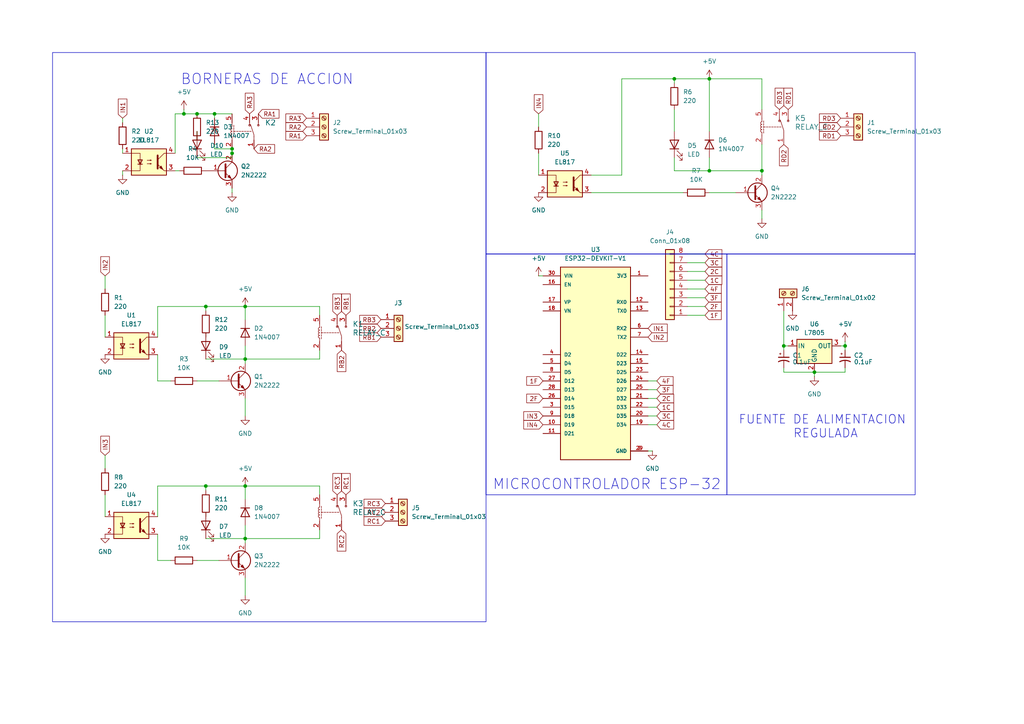
<source format=kicad_sch>
(kicad_sch
	(version 20250114)
	(generator "eeschema")
	(generator_version "9.0")
	(uuid "3d75159c-bcfa-4da4-aebb-cafac6814547")
	(paper "A4")
	(lib_symbols
		(symbol "Connector:Screw_Terminal_01x02"
			(pin_names
				(offset 1.016)
				(hide yes)
			)
			(exclude_from_sim no)
			(in_bom yes)
			(on_board yes)
			(property "Reference" "J"
				(at 0 2.54 0)
				(effects
					(font
						(size 1.27 1.27)
					)
				)
			)
			(property "Value" "Screw_Terminal_01x02"
				(at 0 -5.08 0)
				(effects
					(font
						(size 1.27 1.27)
					)
				)
			)
			(property "Footprint" ""
				(at 0 0 0)
				(effects
					(font
						(size 1.27 1.27)
					)
					(hide yes)
				)
			)
			(property "Datasheet" "~"
				(at 0 0 0)
				(effects
					(font
						(size 1.27 1.27)
					)
					(hide yes)
				)
			)
			(property "Description" "Generic screw terminal, single row, 01x02, script generated (kicad-library-utils/schlib/autogen/connector/)"
				(at 0 0 0)
				(effects
					(font
						(size 1.27 1.27)
					)
					(hide yes)
				)
			)
			(property "ki_keywords" "screw terminal"
				(at 0 0 0)
				(effects
					(font
						(size 1.27 1.27)
					)
					(hide yes)
				)
			)
			(property "ki_fp_filters" "TerminalBlock*:*"
				(at 0 0 0)
				(effects
					(font
						(size 1.27 1.27)
					)
					(hide yes)
				)
			)
			(symbol "Screw_Terminal_01x02_1_1"
				(rectangle
					(start -1.27 1.27)
					(end 1.27 -3.81)
					(stroke
						(width 0.254)
						(type default)
					)
					(fill
						(type background)
					)
				)
				(polyline
					(pts
						(xy -0.5334 0.3302) (xy 0.3302 -0.508)
					)
					(stroke
						(width 0.1524)
						(type default)
					)
					(fill
						(type none)
					)
				)
				(polyline
					(pts
						(xy -0.5334 -2.2098) (xy 0.3302 -3.048)
					)
					(stroke
						(width 0.1524)
						(type default)
					)
					(fill
						(type none)
					)
				)
				(polyline
					(pts
						(xy -0.3556 0.508) (xy 0.508 -0.3302)
					)
					(stroke
						(width 0.1524)
						(type default)
					)
					(fill
						(type none)
					)
				)
				(polyline
					(pts
						(xy -0.3556 -2.032) (xy 0.508 -2.8702)
					)
					(stroke
						(width 0.1524)
						(type default)
					)
					(fill
						(type none)
					)
				)
				(circle
					(center 0 0)
					(radius 0.635)
					(stroke
						(width 0.1524)
						(type default)
					)
					(fill
						(type none)
					)
				)
				(circle
					(center 0 -2.54)
					(radius 0.635)
					(stroke
						(width 0.1524)
						(type default)
					)
					(fill
						(type none)
					)
				)
				(pin passive line
					(at -5.08 0 0)
					(length 3.81)
					(name "Pin_1"
						(effects
							(font
								(size 1.27 1.27)
							)
						)
					)
					(number "1"
						(effects
							(font
								(size 1.27 1.27)
							)
						)
					)
				)
				(pin passive line
					(at -5.08 -2.54 0)
					(length 3.81)
					(name "Pin_2"
						(effects
							(font
								(size 1.27 1.27)
							)
						)
					)
					(number "2"
						(effects
							(font
								(size 1.27 1.27)
							)
						)
					)
				)
			)
			(embedded_fonts no)
		)
		(symbol "Connector:Screw_Terminal_01x03"
			(pin_names
				(offset 1.016)
				(hide yes)
			)
			(exclude_from_sim no)
			(in_bom yes)
			(on_board yes)
			(property "Reference" "J"
				(at 0 5.08 0)
				(effects
					(font
						(size 1.27 1.27)
					)
				)
			)
			(property "Value" "Screw_Terminal_01x03"
				(at 0 -5.08 0)
				(effects
					(font
						(size 1.27 1.27)
					)
				)
			)
			(property "Footprint" ""
				(at 0 0 0)
				(effects
					(font
						(size 1.27 1.27)
					)
					(hide yes)
				)
			)
			(property "Datasheet" "~"
				(at 0 0 0)
				(effects
					(font
						(size 1.27 1.27)
					)
					(hide yes)
				)
			)
			(property "Description" "Generic screw terminal, single row, 01x03, script generated (kicad-library-utils/schlib/autogen/connector/)"
				(at 0 0 0)
				(effects
					(font
						(size 1.27 1.27)
					)
					(hide yes)
				)
			)
			(property "ki_keywords" "screw terminal"
				(at 0 0 0)
				(effects
					(font
						(size 1.27 1.27)
					)
					(hide yes)
				)
			)
			(property "ki_fp_filters" "TerminalBlock*:*"
				(at 0 0 0)
				(effects
					(font
						(size 1.27 1.27)
					)
					(hide yes)
				)
			)
			(symbol "Screw_Terminal_01x03_1_1"
				(rectangle
					(start -1.27 3.81)
					(end 1.27 -3.81)
					(stroke
						(width 0.254)
						(type default)
					)
					(fill
						(type background)
					)
				)
				(polyline
					(pts
						(xy -0.5334 2.8702) (xy 0.3302 2.032)
					)
					(stroke
						(width 0.1524)
						(type default)
					)
					(fill
						(type none)
					)
				)
				(polyline
					(pts
						(xy -0.5334 0.3302) (xy 0.3302 -0.508)
					)
					(stroke
						(width 0.1524)
						(type default)
					)
					(fill
						(type none)
					)
				)
				(polyline
					(pts
						(xy -0.5334 -2.2098) (xy 0.3302 -3.048)
					)
					(stroke
						(width 0.1524)
						(type default)
					)
					(fill
						(type none)
					)
				)
				(polyline
					(pts
						(xy -0.3556 3.048) (xy 0.508 2.2098)
					)
					(stroke
						(width 0.1524)
						(type default)
					)
					(fill
						(type none)
					)
				)
				(polyline
					(pts
						(xy -0.3556 0.508) (xy 0.508 -0.3302)
					)
					(stroke
						(width 0.1524)
						(type default)
					)
					(fill
						(type none)
					)
				)
				(polyline
					(pts
						(xy -0.3556 -2.032) (xy 0.508 -2.8702)
					)
					(stroke
						(width 0.1524)
						(type default)
					)
					(fill
						(type none)
					)
				)
				(circle
					(center 0 2.54)
					(radius 0.635)
					(stroke
						(width 0.1524)
						(type default)
					)
					(fill
						(type none)
					)
				)
				(circle
					(center 0 0)
					(radius 0.635)
					(stroke
						(width 0.1524)
						(type default)
					)
					(fill
						(type none)
					)
				)
				(circle
					(center 0 -2.54)
					(radius 0.635)
					(stroke
						(width 0.1524)
						(type default)
					)
					(fill
						(type none)
					)
				)
				(pin passive line
					(at -5.08 2.54 0)
					(length 3.81)
					(name "Pin_1"
						(effects
							(font
								(size 1.27 1.27)
							)
						)
					)
					(number "1"
						(effects
							(font
								(size 1.27 1.27)
							)
						)
					)
				)
				(pin passive line
					(at -5.08 0 0)
					(length 3.81)
					(name "Pin_2"
						(effects
							(font
								(size 1.27 1.27)
							)
						)
					)
					(number "2"
						(effects
							(font
								(size 1.27 1.27)
							)
						)
					)
				)
				(pin passive line
					(at -5.08 -2.54 0)
					(length 3.81)
					(name "Pin_3"
						(effects
							(font
								(size 1.27 1.27)
							)
						)
					)
					(number "3"
						(effects
							(font
								(size 1.27 1.27)
							)
						)
					)
				)
			)
			(embedded_fonts no)
		)
		(symbol "Connector_Generic:Conn_01x08"
			(pin_names
				(offset 1.016)
				(hide yes)
			)
			(exclude_from_sim no)
			(in_bom yes)
			(on_board yes)
			(property "Reference" "J"
				(at 0 10.16 0)
				(effects
					(font
						(size 1.27 1.27)
					)
				)
			)
			(property "Value" "Conn_01x08"
				(at 0 -12.7 0)
				(effects
					(font
						(size 1.27 1.27)
					)
				)
			)
			(property "Footprint" ""
				(at 0 0 0)
				(effects
					(font
						(size 1.27 1.27)
					)
					(hide yes)
				)
			)
			(property "Datasheet" "~"
				(at 0 0 0)
				(effects
					(font
						(size 1.27 1.27)
					)
					(hide yes)
				)
			)
			(property "Description" "Generic connector, single row, 01x08, script generated (kicad-library-utils/schlib/autogen/connector/)"
				(at 0 0 0)
				(effects
					(font
						(size 1.27 1.27)
					)
					(hide yes)
				)
			)
			(property "ki_keywords" "connector"
				(at 0 0 0)
				(effects
					(font
						(size 1.27 1.27)
					)
					(hide yes)
				)
			)
			(property "ki_fp_filters" "Connector*:*_1x??_*"
				(at 0 0 0)
				(effects
					(font
						(size 1.27 1.27)
					)
					(hide yes)
				)
			)
			(symbol "Conn_01x08_1_1"
				(rectangle
					(start -1.27 8.89)
					(end 1.27 -11.43)
					(stroke
						(width 0.254)
						(type default)
					)
					(fill
						(type background)
					)
				)
				(rectangle
					(start -1.27 7.747)
					(end 0 7.493)
					(stroke
						(width 0.1524)
						(type default)
					)
					(fill
						(type none)
					)
				)
				(rectangle
					(start -1.27 5.207)
					(end 0 4.953)
					(stroke
						(width 0.1524)
						(type default)
					)
					(fill
						(type none)
					)
				)
				(rectangle
					(start -1.27 2.667)
					(end 0 2.413)
					(stroke
						(width 0.1524)
						(type default)
					)
					(fill
						(type none)
					)
				)
				(rectangle
					(start -1.27 0.127)
					(end 0 -0.127)
					(stroke
						(width 0.1524)
						(type default)
					)
					(fill
						(type none)
					)
				)
				(rectangle
					(start -1.27 -2.413)
					(end 0 -2.667)
					(stroke
						(width 0.1524)
						(type default)
					)
					(fill
						(type none)
					)
				)
				(rectangle
					(start -1.27 -4.953)
					(end 0 -5.207)
					(stroke
						(width 0.1524)
						(type default)
					)
					(fill
						(type none)
					)
				)
				(rectangle
					(start -1.27 -7.493)
					(end 0 -7.747)
					(stroke
						(width 0.1524)
						(type default)
					)
					(fill
						(type none)
					)
				)
				(rectangle
					(start -1.27 -10.033)
					(end 0 -10.287)
					(stroke
						(width 0.1524)
						(type default)
					)
					(fill
						(type none)
					)
				)
				(pin passive line
					(at -5.08 7.62 0)
					(length 3.81)
					(name "Pin_1"
						(effects
							(font
								(size 1.27 1.27)
							)
						)
					)
					(number "1"
						(effects
							(font
								(size 1.27 1.27)
							)
						)
					)
				)
				(pin passive line
					(at -5.08 5.08 0)
					(length 3.81)
					(name "Pin_2"
						(effects
							(font
								(size 1.27 1.27)
							)
						)
					)
					(number "2"
						(effects
							(font
								(size 1.27 1.27)
							)
						)
					)
				)
				(pin passive line
					(at -5.08 2.54 0)
					(length 3.81)
					(name "Pin_3"
						(effects
							(font
								(size 1.27 1.27)
							)
						)
					)
					(number "3"
						(effects
							(font
								(size 1.27 1.27)
							)
						)
					)
				)
				(pin passive line
					(at -5.08 0 0)
					(length 3.81)
					(name "Pin_4"
						(effects
							(font
								(size 1.27 1.27)
							)
						)
					)
					(number "4"
						(effects
							(font
								(size 1.27 1.27)
							)
						)
					)
				)
				(pin passive line
					(at -5.08 -2.54 0)
					(length 3.81)
					(name "Pin_5"
						(effects
							(font
								(size 1.27 1.27)
							)
						)
					)
					(number "5"
						(effects
							(font
								(size 1.27 1.27)
							)
						)
					)
				)
				(pin passive line
					(at -5.08 -5.08 0)
					(length 3.81)
					(name "Pin_6"
						(effects
							(font
								(size 1.27 1.27)
							)
						)
					)
					(number "6"
						(effects
							(font
								(size 1.27 1.27)
							)
						)
					)
				)
				(pin passive line
					(at -5.08 -7.62 0)
					(length 3.81)
					(name "Pin_7"
						(effects
							(font
								(size 1.27 1.27)
							)
						)
					)
					(number "7"
						(effects
							(font
								(size 1.27 1.27)
							)
						)
					)
				)
				(pin passive line
					(at -5.08 -10.16 0)
					(length 3.81)
					(name "Pin_8"
						(effects
							(font
								(size 1.27 1.27)
							)
						)
					)
					(number "8"
						(effects
							(font
								(size 1.27 1.27)
							)
						)
					)
				)
			)
			(embedded_fonts no)
		)
		(symbol "Device:C_Polarized_Small_US"
			(pin_numbers
				(hide yes)
			)
			(pin_names
				(offset 0.254)
				(hide yes)
			)
			(exclude_from_sim no)
			(in_bom yes)
			(on_board yes)
			(property "Reference" "C"
				(at 0.254 1.778 0)
				(effects
					(font
						(size 1.27 1.27)
					)
					(justify left)
				)
			)
			(property "Value" "C_Polarized_Small_US"
				(at 0.254 -2.032 0)
				(effects
					(font
						(size 1.27 1.27)
					)
					(justify left)
				)
			)
			(property "Footprint" ""
				(at 0 0 0)
				(effects
					(font
						(size 1.27 1.27)
					)
					(hide yes)
				)
			)
			(property "Datasheet" "~"
				(at 0 0 0)
				(effects
					(font
						(size 1.27 1.27)
					)
					(hide yes)
				)
			)
			(property "Description" "Polarized capacitor, small US symbol"
				(at 0 0 0)
				(effects
					(font
						(size 1.27 1.27)
					)
					(hide yes)
				)
			)
			(property "ki_keywords" "cap capacitor"
				(at 0 0 0)
				(effects
					(font
						(size 1.27 1.27)
					)
					(hide yes)
				)
			)
			(property "ki_fp_filters" "CP_*"
				(at 0 0 0)
				(effects
					(font
						(size 1.27 1.27)
					)
					(hide yes)
				)
			)
			(symbol "C_Polarized_Small_US_0_1"
				(polyline
					(pts
						(xy -1.524 0.508) (xy 1.524 0.508)
					)
					(stroke
						(width 0.3048)
						(type default)
					)
					(fill
						(type none)
					)
				)
				(polyline
					(pts
						(xy -1.27 1.524) (xy -0.762 1.524)
					)
					(stroke
						(width 0)
						(type default)
					)
					(fill
						(type none)
					)
				)
				(polyline
					(pts
						(xy -1.016 1.27) (xy -1.016 1.778)
					)
					(stroke
						(width 0)
						(type default)
					)
					(fill
						(type none)
					)
				)
				(arc
					(start -1.524 -0.762)
					(mid 0 -0.3734)
					(end 1.524 -0.762)
					(stroke
						(width 0.3048)
						(type default)
					)
					(fill
						(type none)
					)
				)
			)
			(symbol "C_Polarized_Small_US_1_1"
				(pin passive line
					(at 0 2.54 270)
					(length 2.032)
					(name "~"
						(effects
							(font
								(size 1.27 1.27)
							)
						)
					)
					(number "1"
						(effects
							(font
								(size 1.27 1.27)
							)
						)
					)
				)
				(pin passive line
					(at 0 -2.54 90)
					(length 2.032)
					(name "~"
						(effects
							(font
								(size 1.27 1.27)
							)
						)
					)
					(number "2"
						(effects
							(font
								(size 1.27 1.27)
							)
						)
					)
				)
			)
			(embedded_fonts no)
		)
		(symbol "Device:D"
			(pin_numbers
				(hide yes)
			)
			(pin_names
				(offset 1.016)
				(hide yes)
			)
			(exclude_from_sim no)
			(in_bom yes)
			(on_board yes)
			(property "Reference" "D"
				(at 0 2.54 0)
				(effects
					(font
						(size 1.27 1.27)
					)
				)
			)
			(property "Value" "D"
				(at 0 -2.54 0)
				(effects
					(font
						(size 1.27 1.27)
					)
				)
			)
			(property "Footprint" ""
				(at 0 0 0)
				(effects
					(font
						(size 1.27 1.27)
					)
					(hide yes)
				)
			)
			(property "Datasheet" "~"
				(at 0 0 0)
				(effects
					(font
						(size 1.27 1.27)
					)
					(hide yes)
				)
			)
			(property "Description" "Diode"
				(at 0 0 0)
				(effects
					(font
						(size 1.27 1.27)
					)
					(hide yes)
				)
			)
			(property "Sim.Device" "D"
				(at 0 0 0)
				(effects
					(font
						(size 1.27 1.27)
					)
					(hide yes)
				)
			)
			(property "Sim.Pins" "1=K 2=A"
				(at 0 0 0)
				(effects
					(font
						(size 1.27 1.27)
					)
					(hide yes)
				)
			)
			(property "ki_keywords" "diode"
				(at 0 0 0)
				(effects
					(font
						(size 1.27 1.27)
					)
					(hide yes)
				)
			)
			(property "ki_fp_filters" "TO-???* *_Diode_* *SingleDiode* D_*"
				(at 0 0 0)
				(effects
					(font
						(size 1.27 1.27)
					)
					(hide yes)
				)
			)
			(symbol "D_0_1"
				(polyline
					(pts
						(xy -1.27 1.27) (xy -1.27 -1.27)
					)
					(stroke
						(width 0.254)
						(type default)
					)
					(fill
						(type none)
					)
				)
				(polyline
					(pts
						(xy 1.27 1.27) (xy 1.27 -1.27) (xy -1.27 0) (xy 1.27 1.27)
					)
					(stroke
						(width 0.254)
						(type default)
					)
					(fill
						(type none)
					)
				)
				(polyline
					(pts
						(xy 1.27 0) (xy -1.27 0)
					)
					(stroke
						(width 0)
						(type default)
					)
					(fill
						(type none)
					)
				)
			)
			(symbol "D_1_1"
				(pin passive line
					(at -3.81 0 0)
					(length 2.54)
					(name "K"
						(effects
							(font
								(size 1.27 1.27)
							)
						)
					)
					(number "1"
						(effects
							(font
								(size 1.27 1.27)
							)
						)
					)
				)
				(pin passive line
					(at 3.81 0 180)
					(length 2.54)
					(name "A"
						(effects
							(font
								(size 1.27 1.27)
							)
						)
					)
					(number "2"
						(effects
							(font
								(size 1.27 1.27)
							)
						)
					)
				)
			)
			(embedded_fonts no)
		)
		(symbol "Device:LED"
			(pin_numbers
				(hide yes)
			)
			(pin_names
				(offset 1.016)
				(hide yes)
			)
			(exclude_from_sim no)
			(in_bom yes)
			(on_board yes)
			(property "Reference" "D"
				(at 0 2.54 0)
				(effects
					(font
						(size 1.27 1.27)
					)
				)
			)
			(property "Value" "LED"
				(at 0 -2.54 0)
				(effects
					(font
						(size 1.27 1.27)
					)
				)
			)
			(property "Footprint" ""
				(at 0 0 0)
				(effects
					(font
						(size 1.27 1.27)
					)
					(hide yes)
				)
			)
			(property "Datasheet" "~"
				(at 0 0 0)
				(effects
					(font
						(size 1.27 1.27)
					)
					(hide yes)
				)
			)
			(property "Description" "Light emitting diode"
				(at 0 0 0)
				(effects
					(font
						(size 1.27 1.27)
					)
					(hide yes)
				)
			)
			(property "ki_keywords" "LED diode"
				(at 0 0 0)
				(effects
					(font
						(size 1.27 1.27)
					)
					(hide yes)
				)
			)
			(property "ki_fp_filters" "LED* LED_SMD:* LED_THT:*"
				(at 0 0 0)
				(effects
					(font
						(size 1.27 1.27)
					)
					(hide yes)
				)
			)
			(symbol "LED_0_1"
				(polyline
					(pts
						(xy -3.048 -0.762) (xy -4.572 -2.286) (xy -3.81 -2.286) (xy -4.572 -2.286) (xy -4.572 -1.524)
					)
					(stroke
						(width 0)
						(type default)
					)
					(fill
						(type none)
					)
				)
				(polyline
					(pts
						(xy -1.778 -0.762) (xy -3.302 -2.286) (xy -2.54 -2.286) (xy -3.302 -2.286) (xy -3.302 -1.524)
					)
					(stroke
						(width 0)
						(type default)
					)
					(fill
						(type none)
					)
				)
				(polyline
					(pts
						(xy -1.27 0) (xy 1.27 0)
					)
					(stroke
						(width 0)
						(type default)
					)
					(fill
						(type none)
					)
				)
				(polyline
					(pts
						(xy -1.27 -1.27) (xy -1.27 1.27)
					)
					(stroke
						(width 0.254)
						(type default)
					)
					(fill
						(type none)
					)
				)
				(polyline
					(pts
						(xy 1.27 -1.27) (xy 1.27 1.27) (xy -1.27 0) (xy 1.27 -1.27)
					)
					(stroke
						(width 0.254)
						(type default)
					)
					(fill
						(type none)
					)
				)
			)
			(symbol "LED_1_1"
				(pin passive line
					(at -3.81 0 0)
					(length 2.54)
					(name "K"
						(effects
							(font
								(size 1.27 1.27)
							)
						)
					)
					(number "1"
						(effects
							(font
								(size 1.27 1.27)
							)
						)
					)
				)
				(pin passive line
					(at 3.81 0 180)
					(length 2.54)
					(name "A"
						(effects
							(font
								(size 1.27 1.27)
							)
						)
					)
					(number "2"
						(effects
							(font
								(size 1.27 1.27)
							)
						)
					)
				)
			)
			(embedded_fonts no)
		)
		(symbol "Device:Q_NPN_BCE"
			(pin_names
				(offset 0)
				(hide yes)
			)
			(exclude_from_sim no)
			(in_bom yes)
			(on_board yes)
			(property "Reference" "Q"
				(at 5.08 1.27 0)
				(effects
					(font
						(size 1.27 1.27)
					)
					(justify left)
				)
			)
			(property "Value" "Q_NPN_BCE"
				(at 5.08 -1.27 0)
				(effects
					(font
						(size 1.27 1.27)
					)
					(justify left)
				)
			)
			(property "Footprint" ""
				(at 5.08 2.54 0)
				(effects
					(font
						(size 1.27 1.27)
					)
					(hide yes)
				)
			)
			(property "Datasheet" "~"
				(at 0 0 0)
				(effects
					(font
						(size 1.27 1.27)
					)
					(hide yes)
				)
			)
			(property "Description" "NPN transistor, base/collector/emitter"
				(at 0 0 0)
				(effects
					(font
						(size 1.27 1.27)
					)
					(hide yes)
				)
			)
			(property "ki_keywords" "transistor NPN"
				(at 0 0 0)
				(effects
					(font
						(size 1.27 1.27)
					)
					(hide yes)
				)
			)
			(symbol "Q_NPN_BCE_0_1"
				(polyline
					(pts
						(xy 0.635 1.905) (xy 0.635 -1.905) (xy 0.635 -1.905)
					)
					(stroke
						(width 0.508)
						(type default)
					)
					(fill
						(type none)
					)
				)
				(polyline
					(pts
						(xy 0.635 0.635) (xy 2.54 2.54)
					)
					(stroke
						(width 0)
						(type default)
					)
					(fill
						(type none)
					)
				)
				(polyline
					(pts
						(xy 0.635 -0.635) (xy 2.54 -2.54) (xy 2.54 -2.54)
					)
					(stroke
						(width 0)
						(type default)
					)
					(fill
						(type none)
					)
				)
				(circle
					(center 1.27 0)
					(radius 2.8194)
					(stroke
						(width 0.254)
						(type default)
					)
					(fill
						(type none)
					)
				)
				(polyline
					(pts
						(xy 1.27 -1.778) (xy 1.778 -1.27) (xy 2.286 -2.286) (xy 1.27 -1.778) (xy 1.27 -1.778)
					)
					(stroke
						(width 0)
						(type default)
					)
					(fill
						(type outline)
					)
				)
			)
			(symbol "Q_NPN_BCE_1_1"
				(pin input line
					(at -5.08 0 0)
					(length 5.715)
					(name "B"
						(effects
							(font
								(size 1.27 1.27)
							)
						)
					)
					(number "1"
						(effects
							(font
								(size 1.27 1.27)
							)
						)
					)
				)
				(pin passive line
					(at 2.54 5.08 270)
					(length 2.54)
					(name "C"
						(effects
							(font
								(size 1.27 1.27)
							)
						)
					)
					(number "2"
						(effects
							(font
								(size 1.27 1.27)
							)
						)
					)
				)
				(pin passive line
					(at 2.54 -5.08 90)
					(length 2.54)
					(name "E"
						(effects
							(font
								(size 1.27 1.27)
							)
						)
					)
					(number "3"
						(effects
							(font
								(size 1.27 1.27)
							)
						)
					)
				)
			)
			(embedded_fonts no)
		)
		(symbol "Device:R"
			(pin_numbers
				(hide yes)
			)
			(pin_names
				(offset 0)
			)
			(exclude_from_sim no)
			(in_bom yes)
			(on_board yes)
			(property "Reference" "R"
				(at 2.032 0 90)
				(effects
					(font
						(size 1.27 1.27)
					)
				)
			)
			(property "Value" "R"
				(at 0 0 90)
				(effects
					(font
						(size 1.27 1.27)
					)
				)
			)
			(property "Footprint" ""
				(at -1.778 0 90)
				(effects
					(font
						(size 1.27 1.27)
					)
					(hide yes)
				)
			)
			(property "Datasheet" "~"
				(at 0 0 0)
				(effects
					(font
						(size 1.27 1.27)
					)
					(hide yes)
				)
			)
			(property "Description" "Resistor"
				(at 0 0 0)
				(effects
					(font
						(size 1.27 1.27)
					)
					(hide yes)
				)
			)
			(property "ki_keywords" "R res resistor"
				(at 0 0 0)
				(effects
					(font
						(size 1.27 1.27)
					)
					(hide yes)
				)
			)
			(property "ki_fp_filters" "R_*"
				(at 0 0 0)
				(effects
					(font
						(size 1.27 1.27)
					)
					(hide yes)
				)
			)
			(symbol "R_0_1"
				(rectangle
					(start -1.016 -2.54)
					(end 1.016 2.54)
					(stroke
						(width 0.254)
						(type default)
					)
					(fill
						(type none)
					)
				)
			)
			(symbol "R_1_1"
				(pin passive line
					(at 0 3.81 270)
					(length 1.27)
					(name "~"
						(effects
							(font
								(size 1.27 1.27)
							)
						)
					)
					(number "1"
						(effects
							(font
								(size 1.27 1.27)
							)
						)
					)
				)
				(pin passive line
					(at 0 -3.81 90)
					(length 1.27)
					(name "~"
						(effects
							(font
								(size 1.27 1.27)
							)
						)
					)
					(number "2"
						(effects
							(font
								(size 1.27 1.27)
							)
						)
					)
				)
			)
			(embedded_fonts no)
		)
		(symbol "EESTN5:RELAY_C"
			(pin_names
				(offset 1.016)
			)
			(exclude_from_sim no)
			(in_bom yes)
			(on_board yes)
			(property "Reference" "K"
				(at 0 6.35 0)
				(effects
					(font
						(size 1.524 1.524)
					)
				)
			)
			(property "Value" "RELAY_C"
				(at 0 -5.969 0)
				(effects
					(font
						(size 1.524 1.524)
					)
				)
			)
			(property "Footprint" ""
				(at 0 0 0)
				(effects
					(font
						(size 1.524 1.524)
					)
				)
			)
			(property "Datasheet" ""
				(at 0 0 0)
				(effects
					(font
						(size 1.524 1.524)
					)
				)
			)
			(property "Description" ""
				(at 0 0 0)
				(effects
					(font
						(size 1.27 1.27)
					)
					(hide yes)
				)
			)
			(property "ki_fp_filters" "REL*"
				(at 0 0 0)
				(effects
					(font
						(size 1.27 1.27)
					)
					(hide yes)
				)
			)
			(symbol "RELAY_C_0_1"
				(polyline
					(pts
						(xy -1.778 3.302) (xy -1.27 3.302) (xy -1.27 3.302)
					)
					(stroke
						(width 0)
						(type solid)
					)
					(fill
						(type none)
					)
				)
				(polyline
					(pts
						(xy -1.524 3.81) (xy -2.54 3.81) (xy -2.54 3.81)
					)
					(stroke
						(width 0)
						(type solid)
					)
					(fill
						(type none)
					)
				)
				(polyline
					(pts
						(xy -1.524 -2.54) (xy -2.54 -2.54) (xy -2.54 -2.54)
					)
					(stroke
						(width 0)
						(type solid)
					)
					(fill
						(type none)
					)
				)
				(polyline
					(pts
						(xy -1.524 -2.54) (xy -1.016 -2.54) (xy 2.032 -1.524) (xy 2.032 -1.524)
					)
					(stroke
						(width 0)
						(type solid)
					)
					(fill
						(type none)
					)
				)
				(arc
					(start -1.524 3.81)
					(mid -1.143 4.191)
					(end -0.762 3.81)
					(stroke
						(width 0)
						(type solid)
					)
					(fill
						(type none)
					)
				)
				(polyline
					(pts
						(xy -1.016 3.302) (xy -0.508 3.302) (xy -0.508 3.302)
					)
					(stroke
						(width 0)
						(type solid)
					)
					(fill
						(type none)
					)
				)
				(arc
					(start -0.762 3.81)
					(mid -0.381 4.191)
					(end 0 3.81)
					(stroke
						(width 0)
						(type solid)
					)
					(fill
						(type none)
					)
				)
				(polyline
					(pts
						(xy -0.254 3.302) (xy 0.254 3.302) (xy 0.254 3.302)
					)
					(stroke
						(width 0)
						(type solid)
					)
					(fill
						(type none)
					)
				)
				(polyline
					(pts
						(xy 0 3.302) (xy 0 2.794) (xy 0 2.794)
					)
					(stroke
						(width 0)
						(type solid)
					)
					(fill
						(type none)
					)
				)
				(polyline
					(pts
						(xy 0 2.54) (xy 0 2.032) (xy 0 2.032)
					)
					(stroke
						(width 0)
						(type solid)
					)
					(fill
						(type none)
					)
				)
				(polyline
					(pts
						(xy 0 1.778) (xy 0 1.27) (xy 0 1.27)
					)
					(stroke
						(width 0)
						(type solid)
					)
					(fill
						(type none)
					)
				)
				(polyline
					(pts
						(xy 0 1.016) (xy 0 0.508) (xy 0 0.508)
					)
					(stroke
						(width 0)
						(type solid)
					)
					(fill
						(type none)
					)
				)
				(polyline
					(pts
						(xy 0 0.254) (xy 0 -0.254) (xy 0 -0.254)
					)
					(stroke
						(width 0)
						(type solid)
					)
					(fill
						(type none)
					)
				)
				(polyline
					(pts
						(xy 0 -0.508) (xy 0 -1.016) (xy 0 -1.016)
					)
					(stroke
						(width 0)
						(type solid)
					)
					(fill
						(type none)
					)
				)
				(polyline
					(pts
						(xy 0 -1.27) (xy 0 -1.778) (xy 0 -1.778)
					)
					(stroke
						(width 0)
						(type solid)
					)
					(fill
						(type none)
					)
				)
				(arc
					(start 0 3.81)
					(mid 0.381 4.191)
					(end 0.762 3.81)
					(stroke
						(width 0)
						(type solid)
					)
					(fill
						(type none)
					)
				)
				(polyline
					(pts
						(xy 0.508 3.302) (xy 1.016 3.302) (xy 1.016 3.302)
					)
					(stroke
						(width 0)
						(type solid)
					)
					(fill
						(type none)
					)
				)
				(arc
					(start 0.762 3.81)
					(mid 1.143 4.191)
					(end 1.524 3.81)
					(stroke
						(width 0)
						(type solid)
					)
					(fill
						(type none)
					)
				)
				(polyline
					(pts
						(xy 1.27 3.302) (xy 1.778 3.302) (xy 1.778 3.302)
					)
					(stroke
						(width 0)
						(type solid)
					)
					(fill
						(type none)
					)
				)
				(polyline
					(pts
						(xy 1.524 3.81) (xy 2.54 3.81) (xy 2.54 3.81)
					)
					(stroke
						(width 0)
						(type solid)
					)
					(fill
						(type none)
					)
				)
				(circle
					(center 1.778 -1.27)
					(radius 0.254)
					(stroke
						(width 0)
						(type solid)
					)
					(fill
						(type none)
					)
				)
				(circle
					(center 1.778 -3.81)
					(radius 0.254)
					(stroke
						(width 0)
						(type solid)
					)
					(fill
						(type none)
					)
				)
				(polyline
					(pts
						(xy 2.54 -1.27) (xy 1.778 -1.27) (xy 1.778 -1.27)
					)
					(stroke
						(width 0)
						(type solid)
					)
					(fill
						(type none)
					)
				)
				(polyline
					(pts
						(xy 2.54 -3.81) (xy 1.778 -3.81) (xy 1.778 -3.81)
					)
					(stroke
						(width 0)
						(type solid)
					)
					(fill
						(type none)
					)
				)
			)
			(symbol "RELAY_C_1_1"
				(pin passive line
					(at -5.08 3.81 0)
					(length 2.54)
					(name "~"
						(effects
							(font
								(size 1.27 1.27)
							)
						)
					)
					(number "2"
						(effects
							(font
								(size 1.27 1.27)
							)
						)
					)
				)
				(pin passive line
					(at -5.08 -2.54 0)
					(length 2.54)
					(name "~"
						(effects
							(font
								(size 1.27 1.27)
							)
						)
					)
					(number "1"
						(effects
							(font
								(size 1.27 1.27)
							)
						)
					)
				)
				(pin passive line
					(at 5.08 3.81 180)
					(length 2.54)
					(name "~"
						(effects
							(font
								(size 1.27 1.27)
							)
						)
					)
					(number "5"
						(effects
							(font
								(size 1.27 1.27)
							)
						)
					)
				)
				(pin passive line
					(at 5.08 -1.27 180)
					(length 2.54)
					(name "~"
						(effects
							(font
								(size 1.27 1.27)
							)
						)
					)
					(number "4"
						(effects
							(font
								(size 1.27 1.27)
							)
						)
					)
				)
				(pin passive line
					(at 5.08 -3.81 180)
					(length 2.54)
					(name "~"
						(effects
							(font
								(size 1.27 1.27)
							)
						)
					)
					(number "3"
						(effects
							(font
								(size 1.27 1.27)
							)
						)
					)
				)
			)
			(embedded_fonts no)
		)
		(symbol "ESP32-DEVKIT-V1:ESP32-DEVKIT-V1"
			(pin_names
				(offset 1.016)
			)
			(exclude_from_sim no)
			(in_bom yes)
			(on_board yes)
			(property "Reference" "U"
				(at -10.16 30.48 0)
				(effects
					(font
						(size 1.27 1.27)
					)
					(justify left top)
				)
			)
			(property "Value" "ESP32-DEVKIT-V1"
				(at -10.16 -30.48 0)
				(effects
					(font
						(size 1.27 1.27)
					)
					(justify left bottom)
				)
			)
			(property "Footprint" "ESP32-DEVKIT-V1:MODULE_ESP32_DEVKIT_V1"
				(at 0 0 0)
				(effects
					(font
						(size 1.27 1.27)
					)
					(justify bottom)
					(hide yes)
				)
			)
			(property "Datasheet" ""
				(at 0 0 0)
				(effects
					(font
						(size 1.27 1.27)
					)
					(hide yes)
				)
			)
			(property "Description" ""
				(at 0 0 0)
				(effects
					(font
						(size 1.27 1.27)
					)
					(hide yes)
				)
			)
			(property "MF" "Do it"
				(at 0 0 0)
				(effects
					(font
						(size 1.27 1.27)
					)
					(justify bottom)
					(hide yes)
				)
			)
			(property "MAXIMUM_PACKAGE_HEIGHT" "6.8 mm"
				(at 0 0 0)
				(effects
					(font
						(size 1.27 1.27)
					)
					(justify bottom)
					(hide yes)
				)
			)
			(property "Package" "None"
				(at 0 0 0)
				(effects
					(font
						(size 1.27 1.27)
					)
					(justify bottom)
					(hide yes)
				)
			)
			(property "Price" "None"
				(at 0 0 0)
				(effects
					(font
						(size 1.27 1.27)
					)
					(justify bottom)
					(hide yes)
				)
			)
			(property "Check_prices" "https://www.snapeda.com/parts/ESP32-DEVKIT-V1/Do+it/view-part/?ref=eda"
				(at 0 0 0)
				(effects
					(font
						(size 1.27 1.27)
					)
					(justify bottom)
					(hide yes)
				)
			)
			(property "STANDARD" "Manufacturer Recommendations"
				(at 0 0 0)
				(effects
					(font
						(size 1.27 1.27)
					)
					(justify bottom)
					(hide yes)
				)
			)
			(property "PARTREV" "N/A"
				(at 0 0 0)
				(effects
					(font
						(size 1.27 1.27)
					)
					(justify bottom)
					(hide yes)
				)
			)
			(property "SnapEDA_Link" "https://www.snapeda.com/parts/ESP32-DEVKIT-V1/Do+it/view-part/?ref=snap"
				(at 0 0 0)
				(effects
					(font
						(size 1.27 1.27)
					)
					(justify bottom)
					(hide yes)
				)
			)
			(property "MP" "ESP32-DEVKIT-V1"
				(at 0 0 0)
				(effects
					(font
						(size 1.27 1.27)
					)
					(justify bottom)
					(hide yes)
				)
			)
			(property "Description_1" "Dual core, Wi-Fi: 2.4 GHz up to 150 Mbits/s,BLE (Bluetooth Low Energy) and legacy Bluetooth, 32 bits, Up to 240 MHz"
				(at 0 0 0)
				(effects
					(font
						(size 1.27 1.27)
					)
					(justify bottom)
					(hide yes)
				)
			)
			(property "Availability" "Not in stock"
				(at 0 0 0)
				(effects
					(font
						(size 1.27 1.27)
					)
					(justify bottom)
					(hide yes)
				)
			)
			(property "MANUFACTURER" "DOIT"
				(at 0 0 0)
				(effects
					(font
						(size 1.27 1.27)
					)
					(justify bottom)
					(hide yes)
				)
			)
			(symbol "ESP32-DEVKIT-V1_0_0"
				(rectangle
					(start -10.16 -27.94)
					(end 10.16 27.94)
					(stroke
						(width 0.254)
						(type default)
					)
					(fill
						(type background)
					)
				)
				(pin input line
					(at -15.24 25.4 0)
					(length 5.08)
					(name "VIN"
						(effects
							(font
								(size 1.016 1.016)
							)
						)
					)
					(number "30"
						(effects
							(font
								(size 1.016 1.016)
							)
						)
					)
				)
				(pin input line
					(at -15.24 22.86 0)
					(length 5.08)
					(name "EN"
						(effects
							(font
								(size 1.016 1.016)
							)
						)
					)
					(number "16"
						(effects
							(font
								(size 1.016 1.016)
							)
						)
					)
				)
				(pin bidirectional line
					(at -15.24 17.78 0)
					(length 5.08)
					(name "VP"
						(effects
							(font
								(size 1.016 1.016)
							)
						)
					)
					(number "17"
						(effects
							(font
								(size 1.016 1.016)
							)
						)
					)
				)
				(pin bidirectional line
					(at -15.24 15.24 0)
					(length 5.08)
					(name "VN"
						(effects
							(font
								(size 1.016 1.016)
							)
						)
					)
					(number "18"
						(effects
							(font
								(size 1.016 1.016)
							)
						)
					)
				)
				(pin bidirectional line
					(at -15.24 2.54 0)
					(length 5.08)
					(name "D2"
						(effects
							(font
								(size 1.016 1.016)
							)
						)
					)
					(number "4"
						(effects
							(font
								(size 1.016 1.016)
							)
						)
					)
				)
				(pin bidirectional line
					(at -15.24 0 0)
					(length 5.08)
					(name "D4"
						(effects
							(font
								(size 1.016 1.016)
							)
						)
					)
					(number "5"
						(effects
							(font
								(size 1.016 1.016)
							)
						)
					)
				)
				(pin bidirectional line
					(at -15.24 -2.54 0)
					(length 5.08)
					(name "D5"
						(effects
							(font
								(size 1.016 1.016)
							)
						)
					)
					(number "8"
						(effects
							(font
								(size 1.016 1.016)
							)
						)
					)
				)
				(pin bidirectional line
					(at -15.24 -5.08 0)
					(length 5.08)
					(name "D12"
						(effects
							(font
								(size 1.016 1.016)
							)
						)
					)
					(number "27"
						(effects
							(font
								(size 1.016 1.016)
							)
						)
					)
				)
				(pin bidirectional line
					(at -15.24 -7.62 0)
					(length 5.08)
					(name "D13"
						(effects
							(font
								(size 1.016 1.016)
							)
						)
					)
					(number "28"
						(effects
							(font
								(size 1.016 1.016)
							)
						)
					)
				)
				(pin bidirectional line
					(at -15.24 -10.16 0)
					(length 5.08)
					(name "D14"
						(effects
							(font
								(size 1.016 1.016)
							)
						)
					)
					(number "26"
						(effects
							(font
								(size 1.016 1.016)
							)
						)
					)
				)
				(pin bidirectional line
					(at -15.24 -12.7 0)
					(length 5.08)
					(name "D15"
						(effects
							(font
								(size 1.016 1.016)
							)
						)
					)
					(number "3"
						(effects
							(font
								(size 1.016 1.016)
							)
						)
					)
				)
				(pin bidirectional line
					(at -15.24 -15.24 0)
					(length 5.08)
					(name "D18"
						(effects
							(font
								(size 1.016 1.016)
							)
						)
					)
					(number "9"
						(effects
							(font
								(size 1.016 1.016)
							)
						)
					)
				)
				(pin bidirectional line
					(at -15.24 -17.78 0)
					(length 5.08)
					(name "D19"
						(effects
							(font
								(size 1.016 1.016)
							)
						)
					)
					(number "10"
						(effects
							(font
								(size 1.016 1.016)
							)
						)
					)
				)
				(pin bidirectional line
					(at -15.24 -20.32 0)
					(length 5.08)
					(name "D21"
						(effects
							(font
								(size 1.016 1.016)
							)
						)
					)
					(number "11"
						(effects
							(font
								(size 1.016 1.016)
							)
						)
					)
				)
				(pin output line
					(at 15.24 25.4 180)
					(length 5.08)
					(name "3V3"
						(effects
							(font
								(size 1.016 1.016)
							)
						)
					)
					(number "1"
						(effects
							(font
								(size 1.016 1.016)
							)
						)
					)
				)
				(pin input line
					(at 15.24 17.78 180)
					(length 5.08)
					(name "RX0"
						(effects
							(font
								(size 1.016 1.016)
							)
						)
					)
					(number "12"
						(effects
							(font
								(size 1.016 1.016)
							)
						)
					)
				)
				(pin output line
					(at 15.24 15.24 180)
					(length 5.08)
					(name "TX0"
						(effects
							(font
								(size 1.016 1.016)
							)
						)
					)
					(number "13"
						(effects
							(font
								(size 1.016 1.016)
							)
						)
					)
				)
				(pin input line
					(at 15.24 10.16 180)
					(length 5.08)
					(name "RX2"
						(effects
							(font
								(size 1.016 1.016)
							)
						)
					)
					(number "6"
						(effects
							(font
								(size 1.016 1.016)
							)
						)
					)
				)
				(pin output line
					(at 15.24 7.62 180)
					(length 5.08)
					(name "TX2"
						(effects
							(font
								(size 1.016 1.016)
							)
						)
					)
					(number "7"
						(effects
							(font
								(size 1.016 1.016)
							)
						)
					)
				)
				(pin bidirectional line
					(at 15.24 2.54 180)
					(length 5.08)
					(name "D22"
						(effects
							(font
								(size 1.016 1.016)
							)
						)
					)
					(number "14"
						(effects
							(font
								(size 1.016 1.016)
							)
						)
					)
				)
				(pin bidirectional line
					(at 15.24 0 180)
					(length 5.08)
					(name "D23"
						(effects
							(font
								(size 1.016 1.016)
							)
						)
					)
					(number "15"
						(effects
							(font
								(size 1.016 1.016)
							)
						)
					)
				)
				(pin bidirectional line
					(at 15.24 -2.54 180)
					(length 5.08)
					(name "D25"
						(effects
							(font
								(size 1.016 1.016)
							)
						)
					)
					(number "23"
						(effects
							(font
								(size 1.016 1.016)
							)
						)
					)
				)
				(pin bidirectional line
					(at 15.24 -5.08 180)
					(length 5.08)
					(name "D26"
						(effects
							(font
								(size 1.016 1.016)
							)
						)
					)
					(number "24"
						(effects
							(font
								(size 1.016 1.016)
							)
						)
					)
				)
				(pin bidirectional line
					(at 15.24 -7.62 180)
					(length 5.08)
					(name "D27"
						(effects
							(font
								(size 1.016 1.016)
							)
						)
					)
					(number "25"
						(effects
							(font
								(size 1.016 1.016)
							)
						)
					)
				)
				(pin bidirectional line
					(at 15.24 -10.16 180)
					(length 5.08)
					(name "D32"
						(effects
							(font
								(size 1.016 1.016)
							)
						)
					)
					(number "21"
						(effects
							(font
								(size 1.016 1.016)
							)
						)
					)
				)
				(pin bidirectional line
					(at 15.24 -12.7 180)
					(length 5.08)
					(name "D33"
						(effects
							(font
								(size 1.016 1.016)
							)
						)
					)
					(number "22"
						(effects
							(font
								(size 1.016 1.016)
							)
						)
					)
				)
				(pin bidirectional line
					(at 15.24 -15.24 180)
					(length 5.08)
					(name "D35"
						(effects
							(font
								(size 1.016 1.016)
							)
						)
					)
					(number "20"
						(effects
							(font
								(size 1.016 1.016)
							)
						)
					)
				)
				(pin bidirectional line
					(at 15.24 -17.78 180)
					(length 5.08)
					(name "D34"
						(effects
							(font
								(size 1.016 1.016)
							)
						)
					)
					(number "19"
						(effects
							(font
								(size 1.016 1.016)
							)
						)
					)
				)
				(pin power_in line
					(at 15.24 -25.4 180)
					(length 5.08)
					(name "GND"
						(effects
							(font
								(size 1.016 1.016)
							)
						)
					)
					(number "2"
						(effects
							(font
								(size 1.016 1.016)
							)
						)
					)
				)
				(pin power_in line
					(at 15.24 -25.4 180)
					(length 5.08)
					(name "GND"
						(effects
							(font
								(size 1.016 1.016)
							)
						)
					)
					(number "29"
						(effects
							(font
								(size 1.016 1.016)
							)
						)
					)
				)
			)
			(embedded_fonts no)
		)
		(symbol "Isolator:EL817"
			(pin_names
				(offset 1.016)
			)
			(exclude_from_sim no)
			(in_bom yes)
			(on_board yes)
			(property "Reference" "U"
				(at -5.08 5.08 0)
				(effects
					(font
						(size 1.27 1.27)
					)
					(justify left)
				)
			)
			(property "Value" "EL817"
				(at 0 5.08 0)
				(effects
					(font
						(size 1.27 1.27)
					)
					(justify left)
				)
			)
			(property "Footprint" "Package_DIP:DIP-4_W7.62mm"
				(at -5.08 -5.08 0)
				(effects
					(font
						(size 1.27 1.27)
						(italic yes)
					)
					(justify left)
					(hide yes)
				)
			)
			(property "Datasheet" "http://www.everlight.com/file/ProductFile/EL817.pdf"
				(at 0 0 0)
				(effects
					(font
						(size 1.27 1.27)
					)
					(justify left)
					(hide yes)
				)
			)
			(property "Description" "DC Optocoupler, Vce 35V, DIP-4"
				(at 0 0 0)
				(effects
					(font
						(size 1.27 1.27)
					)
					(hide yes)
				)
			)
			(property "ki_keywords" "NPN DC Optocoupler"
				(at 0 0 0)
				(effects
					(font
						(size 1.27 1.27)
					)
					(hide yes)
				)
			)
			(property "ki_fp_filters" "DIP*W7.62mm*"
				(at 0 0 0)
				(effects
					(font
						(size 1.27 1.27)
					)
					(hide yes)
				)
			)
			(symbol "EL817_0_1"
				(rectangle
					(start -5.08 3.81)
					(end 5.08 -3.81)
					(stroke
						(width 0.254)
						(type default)
					)
					(fill
						(type background)
					)
				)
				(polyline
					(pts
						(xy -5.08 2.54) (xy -2.54 2.54) (xy -2.54 -0.635)
					)
					(stroke
						(width 0)
						(type default)
					)
					(fill
						(type none)
					)
				)
				(polyline
					(pts
						(xy -3.175 -0.635) (xy -1.905 -0.635)
					)
					(stroke
						(width 0.254)
						(type default)
					)
					(fill
						(type none)
					)
				)
				(polyline
					(pts
						(xy -2.54 -0.635) (xy -2.54 -2.54) (xy -5.08 -2.54)
					)
					(stroke
						(width 0)
						(type default)
					)
					(fill
						(type none)
					)
				)
				(polyline
					(pts
						(xy -2.54 -0.635) (xy -3.175 0.635) (xy -1.905 0.635) (xy -2.54 -0.635)
					)
					(stroke
						(width 0.254)
						(type default)
					)
					(fill
						(type none)
					)
				)
				(polyline
					(pts
						(xy -0.508 0.508) (xy 0.762 0.508) (xy 0.381 0.381) (xy 0.381 0.635) (xy 0.762 0.508)
					)
					(stroke
						(width 0)
						(type default)
					)
					(fill
						(type none)
					)
				)
				(polyline
					(pts
						(xy -0.508 -0.508) (xy 0.762 -0.508) (xy 0.381 -0.635) (xy 0.381 -0.381) (xy 0.762 -0.508)
					)
					(stroke
						(width 0)
						(type default)
					)
					(fill
						(type none)
					)
				)
				(polyline
					(pts
						(xy 2.54 1.905) (xy 2.54 -1.905) (xy 2.54 -1.905)
					)
					(stroke
						(width 0.508)
						(type default)
					)
					(fill
						(type none)
					)
				)
				(polyline
					(pts
						(xy 2.54 0.635) (xy 4.445 2.54)
					)
					(stroke
						(width 0)
						(type default)
					)
					(fill
						(type none)
					)
				)
				(polyline
					(pts
						(xy 3.048 -1.651) (xy 3.556 -1.143) (xy 4.064 -2.159) (xy 3.048 -1.651) (xy 3.048 -1.651)
					)
					(stroke
						(width 0)
						(type default)
					)
					(fill
						(type outline)
					)
				)
				(polyline
					(pts
						(xy 4.445 2.54) (xy 5.08 2.54)
					)
					(stroke
						(width 0)
						(type default)
					)
					(fill
						(type none)
					)
				)
				(polyline
					(pts
						(xy 4.445 -2.54) (xy 2.54 -0.635)
					)
					(stroke
						(width 0)
						(type default)
					)
					(fill
						(type outline)
					)
				)
				(polyline
					(pts
						(xy 4.445 -2.54) (xy 5.08 -2.54)
					)
					(stroke
						(width 0)
						(type default)
					)
					(fill
						(type none)
					)
				)
			)
			(symbol "EL817_1_1"
				(pin passive line
					(at -7.62 2.54 0)
					(length 2.54)
					(name "~"
						(effects
							(font
								(size 1.27 1.27)
							)
						)
					)
					(number "1"
						(effects
							(font
								(size 1.27 1.27)
							)
						)
					)
				)
				(pin passive line
					(at -7.62 -2.54 0)
					(length 2.54)
					(name "~"
						(effects
							(font
								(size 1.27 1.27)
							)
						)
					)
					(number "2"
						(effects
							(font
								(size 1.27 1.27)
							)
						)
					)
				)
				(pin passive line
					(at 7.62 2.54 180)
					(length 2.54)
					(name "~"
						(effects
							(font
								(size 1.27 1.27)
							)
						)
					)
					(number "4"
						(effects
							(font
								(size 1.27 1.27)
							)
						)
					)
				)
				(pin passive line
					(at 7.62 -2.54 180)
					(length 2.54)
					(name "~"
						(effects
							(font
								(size 1.27 1.27)
							)
						)
					)
					(number "3"
						(effects
							(font
								(size 1.27 1.27)
							)
						)
					)
				)
			)
			(embedded_fonts no)
		)
		(symbol "Regulator_Linear:L7805"
			(pin_names
				(offset 0.254)
			)
			(exclude_from_sim no)
			(in_bom yes)
			(on_board yes)
			(property "Reference" "U"
				(at -3.81 3.175 0)
				(effects
					(font
						(size 1.27 1.27)
					)
				)
			)
			(property "Value" "L7805"
				(at 0 3.175 0)
				(effects
					(font
						(size 1.27 1.27)
					)
					(justify left)
				)
			)
			(property "Footprint" ""
				(at 0.635 -3.81 0)
				(effects
					(font
						(size 1.27 1.27)
						(italic yes)
					)
					(justify left)
					(hide yes)
				)
			)
			(property "Datasheet" "http://www.st.com/content/ccc/resource/technical/document/datasheet/41/4f/b3/b0/12/d4/47/88/CD00000444.pdf/files/CD00000444.pdf/jcr:content/translations/en.CD00000444.pdf"
				(at 0 -1.27 0)
				(effects
					(font
						(size 1.27 1.27)
					)
					(hide yes)
				)
			)
			(property "Description" "Positive 1.5A 35V Linear Regulator, Fixed Output 5V, TO-220/TO-263/TO-252"
				(at 0 0 0)
				(effects
					(font
						(size 1.27 1.27)
					)
					(hide yes)
				)
			)
			(property "ki_keywords" "Voltage Regulator 1.5A Positive"
				(at 0 0 0)
				(effects
					(font
						(size 1.27 1.27)
					)
					(hide yes)
				)
			)
			(property "ki_fp_filters" "TO?252* TO?263* TO?220*"
				(at 0 0 0)
				(effects
					(font
						(size 1.27 1.27)
					)
					(hide yes)
				)
			)
			(symbol "L7805_0_1"
				(rectangle
					(start -5.08 1.905)
					(end 5.08 -5.08)
					(stroke
						(width 0.254)
						(type default)
					)
					(fill
						(type background)
					)
				)
			)
			(symbol "L7805_1_1"
				(pin power_in line
					(at -7.62 0 0)
					(length 2.54)
					(name "IN"
						(effects
							(font
								(size 1.27 1.27)
							)
						)
					)
					(number "1"
						(effects
							(font
								(size 1.27 1.27)
							)
						)
					)
				)
				(pin power_in line
					(at 0 -7.62 90)
					(length 2.54)
					(name "GND"
						(effects
							(font
								(size 1.27 1.27)
							)
						)
					)
					(number "2"
						(effects
							(font
								(size 1.27 1.27)
							)
						)
					)
				)
				(pin power_out line
					(at 7.62 0 180)
					(length 2.54)
					(name "OUT"
						(effects
							(font
								(size 1.27 1.27)
							)
						)
					)
					(number "3"
						(effects
							(font
								(size 1.27 1.27)
							)
						)
					)
				)
			)
			(embedded_fonts no)
		)
		(symbol "power:+5V"
			(power)
			(pin_numbers
				(hide yes)
			)
			(pin_names
				(offset 0)
				(hide yes)
			)
			(exclude_from_sim no)
			(in_bom yes)
			(on_board yes)
			(property "Reference" "#PWR"
				(at 0 -3.81 0)
				(effects
					(font
						(size 1.27 1.27)
					)
					(hide yes)
				)
			)
			(property "Value" "+5V"
				(at 0 3.556 0)
				(effects
					(font
						(size 1.27 1.27)
					)
				)
			)
			(property "Footprint" ""
				(at 0 0 0)
				(effects
					(font
						(size 1.27 1.27)
					)
					(hide yes)
				)
			)
			(property "Datasheet" ""
				(at 0 0 0)
				(effects
					(font
						(size 1.27 1.27)
					)
					(hide yes)
				)
			)
			(property "Description" "Power symbol creates a global label with name \"+5V\""
				(at 0 0 0)
				(effects
					(font
						(size 1.27 1.27)
					)
					(hide yes)
				)
			)
			(property "ki_keywords" "global power"
				(at 0 0 0)
				(effects
					(font
						(size 1.27 1.27)
					)
					(hide yes)
				)
			)
			(symbol "+5V_0_1"
				(polyline
					(pts
						(xy -0.762 1.27) (xy 0 2.54)
					)
					(stroke
						(width 0)
						(type default)
					)
					(fill
						(type none)
					)
				)
				(polyline
					(pts
						(xy 0 2.54) (xy 0.762 1.27)
					)
					(stroke
						(width 0)
						(type default)
					)
					(fill
						(type none)
					)
				)
				(polyline
					(pts
						(xy 0 0) (xy 0 2.54)
					)
					(stroke
						(width 0)
						(type default)
					)
					(fill
						(type none)
					)
				)
			)
			(symbol "+5V_1_1"
				(pin power_in line
					(at 0 0 90)
					(length 0)
					(name "~"
						(effects
							(font
								(size 1.27 1.27)
							)
						)
					)
					(number "1"
						(effects
							(font
								(size 1.27 1.27)
							)
						)
					)
				)
			)
			(embedded_fonts no)
		)
		(symbol "power:GND"
			(power)
			(pin_numbers
				(hide yes)
			)
			(pin_names
				(offset 0)
				(hide yes)
			)
			(exclude_from_sim no)
			(in_bom yes)
			(on_board yes)
			(property "Reference" "#PWR"
				(at 0 -6.35 0)
				(effects
					(font
						(size 1.27 1.27)
					)
					(hide yes)
				)
			)
			(property "Value" "GND"
				(at 0 -3.81 0)
				(effects
					(font
						(size 1.27 1.27)
					)
				)
			)
			(property "Footprint" ""
				(at 0 0 0)
				(effects
					(font
						(size 1.27 1.27)
					)
					(hide yes)
				)
			)
			(property "Datasheet" ""
				(at 0 0 0)
				(effects
					(font
						(size 1.27 1.27)
					)
					(hide yes)
				)
			)
			(property "Description" "Power symbol creates a global label with name \"GND\" , ground"
				(at 0 0 0)
				(effects
					(font
						(size 1.27 1.27)
					)
					(hide yes)
				)
			)
			(property "ki_keywords" "global power"
				(at 0 0 0)
				(effects
					(font
						(size 1.27 1.27)
					)
					(hide yes)
				)
			)
			(symbol "GND_0_1"
				(polyline
					(pts
						(xy 0 0) (xy 0 -1.27) (xy 1.27 -1.27) (xy 0 -2.54) (xy -1.27 -1.27) (xy 0 -1.27)
					)
					(stroke
						(width 0)
						(type default)
					)
					(fill
						(type none)
					)
				)
			)
			(symbol "GND_1_1"
				(pin power_in line
					(at 0 0 270)
					(length 0)
					(name "~"
						(effects
							(font
								(size 1.27 1.27)
							)
						)
					)
					(number "1"
						(effects
							(font
								(size 1.27 1.27)
							)
						)
					)
				)
			)
			(embedded_fonts no)
		)
	)
	(rectangle
		(start 140.97 15.24)
		(end 265.43 73.66)
		(stroke
			(width 0)
			(type default)
		)
		(fill
			(type none)
		)
		(uuid 3440dcb7-0d6b-408a-ac39-d5fd4e865162)
	)
	(rectangle
		(start 15.24 15.24)
		(end 140.97 180.34)
		(stroke
			(width 0)
			(type default)
		)
		(fill
			(type none)
		)
		(uuid a494028e-12b6-4c37-8393-3a08ee36b1cd)
	)
	(rectangle
		(start 140.97 73.66)
		(end 210.82 143.51)
		(stroke
			(width 0)
			(type default)
		)
		(fill
			(type none)
		)
		(uuid d5a5ca46-8a49-4b7f-9b8d-b5a324823acb)
	)
	(rectangle
		(start 210.82 73.66)
		(end 265.43 143.51)
		(stroke
			(width 0)
			(type default)
		)
		(fill
			(type none)
		)
		(uuid dee8ab82-963b-4600-a66d-1c9475111d44)
	)
	(text "FUENTE DE ALIMENTACION\n REGULADA"
		(exclude_from_sim no)
		(at 238.506 123.825 0)
		(effects
			(font
				(size 2.5 2.5)
			)
		)
		(uuid "2eb796be-cbd3-47d3-9876-a55e49fe7e6b")
	)
	(text "MICROCONTROLADOR ESP-32\n"
		(exclude_from_sim no)
		(at 176.022 140.589 0)
		(effects
			(font
				(size 3 3)
			)
		)
		(uuid "5bdb8d44-7533-4492-baff-3ffc5d9489e5")
	)
	(text "BORNERAS DE ACCION\n"
		(exclude_from_sim no)
		(at 77.47 23.114 0)
		(effects
			(font
				(size 3 3)
			)
		)
		(uuid "60cc67a4-309c-4bf0-a52c-46dd9dc2e1f5")
	)
	(junction
		(at 71.12 104.14)
		(diameter 0)
		(color 0 0 0 0)
		(uuid "2f9ab260-b487-41cd-bd0f-302ba348bca4")
	)
	(junction
		(at 57.15 33.02)
		(diameter 0)
		(color 0 0 0 0)
		(uuid "397ef85b-0723-4abb-9101-9823c9473dd8")
	)
	(junction
		(at 227.33 100.33)
		(diameter 0)
		(color 0 0 0 0)
		(uuid "3b20e525-9dad-4570-9cd0-a6580429c792")
	)
	(junction
		(at 236.22 107.95)
		(diameter 0)
		(color 0 0 0 0)
		(uuid "3f4c7e3b-7267-4c8c-ac72-89407961bc41")
	)
	(junction
		(at 220.98 49.53)
		(diameter 0)
		(color 0 0 0 0)
		(uuid "46ceea0b-5a10-46c2-9218-003e202c1ad7")
	)
	(junction
		(at 71.12 140.97)
		(diameter 0)
		(color 0 0 0 0)
		(uuid "5e7bd415-c4d5-4940-a231-93fa1d97cd06")
	)
	(junction
		(at 205.74 49.53)
		(diameter 0)
		(color 0 0 0 0)
		(uuid "679c17d5-931f-4d26-9aa1-b3c725f8f081")
	)
	(junction
		(at 245.11 100.33)
		(diameter 0)
		(color 0 0 0 0)
		(uuid "75b220d9-54bb-4d59-9838-a8405f3564bc")
	)
	(junction
		(at 195.58 22.86)
		(diameter 0)
		(color 0 0 0 0)
		(uuid "7edba204-f461-4aa9-8650-3462b1fa0ca3")
	)
	(junction
		(at 59.69 88.9)
		(diameter 0)
		(color 0 0 0 0)
		(uuid "85e8573d-7707-473a-9a0e-f1b37b77da8f")
	)
	(junction
		(at 205.74 22.86)
		(diameter 0)
		(color 0 0 0 0)
		(uuid "8e4f87b3-7ba3-44a8-b027-d31b69d8157a")
	)
	(junction
		(at 71.12 156.21)
		(diameter 0)
		(color 0 0 0 0)
		(uuid "a356c777-44d0-4f36-8f74-0c35502a6fd8")
	)
	(junction
		(at 67.31 43.18)
		(diameter 0)
		(color 0 0 0 0)
		(uuid "c7b4cc62-fb81-471a-883d-17948f2e5cba")
	)
	(junction
		(at 53.34 33.02)
		(diameter 0)
		(color 0 0 0 0)
		(uuid "c97b5b4d-9555-4799-8c2c-0668d133e3da")
	)
	(junction
		(at 67.31 44.45)
		(diameter 0)
		(color 0 0 0 0)
		(uuid "cd730950-1697-417d-a2fe-78140d722f6f")
	)
	(junction
		(at 71.12 88.9)
		(diameter 0)
		(color 0 0 0 0)
		(uuid "d5c2f248-6c16-4ae8-b475-0b65d5d34477")
	)
	(junction
		(at 59.69 140.97)
		(diameter 0)
		(color 0 0 0 0)
		(uuid "e79a6225-021c-45ad-8cd3-bc453b561f6f")
	)
	(junction
		(at 62.23 33.02)
		(diameter 0)
		(color 0 0 0 0)
		(uuid "ff49dbf6-9d2a-4e92-bd27-1ab7061a9343")
	)
	(wire
		(pts
			(xy 59.69 156.21) (xy 71.12 156.21)
		)
		(stroke
			(width 0)
			(type default)
		)
		(uuid "02d6762c-2682-45e6-ba0d-394182409ec9")
	)
	(wire
		(pts
			(xy 59.69 88.9) (xy 71.12 88.9)
		)
		(stroke
			(width 0)
			(type default)
		)
		(uuid "04a3ba51-dad9-478f-95af-794c1c184607")
	)
	(wire
		(pts
			(xy 195.58 49.53) (xy 205.74 49.53)
		)
		(stroke
			(width 0)
			(type default)
		)
		(uuid "06834917-741d-4fd6-9503-980052479937")
	)
	(wire
		(pts
			(xy 57.15 110.49) (xy 63.5 110.49)
		)
		(stroke
			(width 0)
			(type default)
		)
		(uuid "0874f08b-17a6-4f9e-b220-07dfecff4adb")
	)
	(wire
		(pts
			(xy 220.98 49.53) (xy 205.74 49.53)
		)
		(stroke
			(width 0)
			(type default)
		)
		(uuid "17e8a61a-3c3b-488a-841d-5670a631b4fd")
	)
	(wire
		(pts
			(xy 71.12 88.9) (xy 71.12 92.71)
		)
		(stroke
			(width 0)
			(type default)
		)
		(uuid "18816de9-529e-4ce2-9ff7-02ead4cf39c8")
	)
	(wire
		(pts
			(xy 45.72 97.79) (xy 45.72 88.9)
		)
		(stroke
			(width 0)
			(type default)
		)
		(uuid "1a7f88d2-c117-4327-8d9c-fb680302064c")
	)
	(wire
		(pts
			(xy 187.96 123.19) (xy 190.5 123.19)
		)
		(stroke
			(width 0)
			(type default)
		)
		(uuid "1c7e187a-3d47-42f7-836b-78cac279eb89")
	)
	(wire
		(pts
			(xy 45.72 154.94) (xy 45.72 162.56)
		)
		(stroke
			(width 0)
			(type default)
		)
		(uuid "1cd44f09-349a-4d13-b99e-18517bfbba75")
	)
	(wire
		(pts
			(xy 67.31 54.61) (xy 67.31 55.88)
		)
		(stroke
			(width 0)
			(type default)
		)
		(uuid "1f011e0e-52e7-407e-8f79-46a02ca26a89")
	)
	(wire
		(pts
			(xy 30.48 91.44) (xy 30.48 97.79)
		)
		(stroke
			(width 0)
			(type default)
		)
		(uuid "213ba46d-3c83-4bb3-9883-48daa0d174c5")
	)
	(wire
		(pts
			(xy 205.74 49.53) (xy 205.74 45.72)
		)
		(stroke
			(width 0)
			(type default)
		)
		(uuid "21bc6a60-7205-4ed9-b859-275db587155a")
	)
	(wire
		(pts
			(xy 199.39 76.2) (xy 204.47 76.2)
		)
		(stroke
			(width 0)
			(type default)
		)
		(uuid "23d4596d-2862-413a-ab12-49e0484e8149")
	)
	(wire
		(pts
			(xy 227.33 100.33) (xy 228.6 100.33)
		)
		(stroke
			(width 0)
			(type default)
		)
		(uuid "263bb620-5052-4750-8962-22a26b3f7dee")
	)
	(wire
		(pts
			(xy 45.72 140.97) (xy 59.69 140.97)
		)
		(stroke
			(width 0)
			(type default)
		)
		(uuid "27235d3b-f657-4388-bcfe-c70168c9a87c")
	)
	(wire
		(pts
			(xy 187.96 115.57) (xy 190.5 115.57)
		)
		(stroke
			(width 0)
			(type default)
		)
		(uuid "280f0727-25d5-4127-99c5-a15fb6977593")
	)
	(wire
		(pts
			(xy 71.12 88.9) (xy 92.71 88.9)
		)
		(stroke
			(width 0)
			(type default)
		)
		(uuid "2d1b637c-a33e-4402-a8c4-d359dbaf63f1")
	)
	(wire
		(pts
			(xy 62.23 41.91) (xy 62.23 43.18)
		)
		(stroke
			(width 0)
			(type default)
		)
		(uuid "304fd5e9-258d-4d74-bb4d-6058b86caf05")
	)
	(wire
		(pts
			(xy 67.31 45.72) (xy 67.31 44.45)
		)
		(stroke
			(width 0)
			(type default)
		)
		(uuid "3136280f-8207-49df-9895-a28d8e4c65cd")
	)
	(wire
		(pts
			(xy 67.31 43.18) (xy 67.31 44.45)
		)
		(stroke
			(width 0)
			(type default)
		)
		(uuid "317e0715-f6e0-4023-b4dd-650aa96592e4")
	)
	(wire
		(pts
			(xy 59.69 142.24) (xy 59.69 140.97)
		)
		(stroke
			(width 0)
			(type default)
		)
		(uuid "32b9bded-632c-4001-ad95-2832ca514833")
	)
	(wire
		(pts
			(xy 71.12 105.41) (xy 71.12 104.14)
		)
		(stroke
			(width 0)
			(type default)
		)
		(uuid "351d47ce-6778-488f-a2cb-6648682e1866")
	)
	(wire
		(pts
			(xy 50.8 33.02) (xy 53.34 33.02)
		)
		(stroke
			(width 0)
			(type default)
		)
		(uuid "3a18bc56-b946-434a-bdd7-098ee703eaeb")
	)
	(wire
		(pts
			(xy 59.69 148.59) (xy 59.69 149.86)
		)
		(stroke
			(width 0)
			(type default)
		)
		(uuid "40b4a0e5-a1e3-4b94-9947-70cf088f2b78")
	)
	(wire
		(pts
			(xy 45.72 110.49) (xy 49.53 110.49)
		)
		(stroke
			(width 0)
			(type default)
		)
		(uuid "446a61f6-81e1-42af-96e0-41fbc52144e8")
	)
	(wire
		(pts
			(xy 220.98 50.8) (xy 220.98 49.53)
		)
		(stroke
			(width 0)
			(type default)
		)
		(uuid "44a57caf-a60c-405b-b67a-2f46229922d6")
	)
	(wire
		(pts
			(xy 187.96 110.49) (xy 190.5 110.49)
		)
		(stroke
			(width 0)
			(type default)
		)
		(uuid "4842021b-21e6-4f1f-a8d1-fae6af9b7727")
	)
	(wire
		(pts
			(xy 220.98 60.96) (xy 220.98 63.5)
		)
		(stroke
			(width 0)
			(type default)
		)
		(uuid "487096e5-0bcc-4e21-84ac-e20653c16a0a")
	)
	(wire
		(pts
			(xy 53.34 31.75) (xy 53.34 33.02)
		)
		(stroke
			(width 0)
			(type default)
		)
		(uuid "487a2658-dfee-41b1-a7e2-6d496340a5d6")
	)
	(wire
		(pts
			(xy 227.33 90.17) (xy 227.33 100.33)
		)
		(stroke
			(width 0)
			(type default)
		)
		(uuid "4923feb7-bc78-4d79-9e14-98da63b9e9eb")
	)
	(wire
		(pts
			(xy 156.21 44.45) (xy 156.21 50.8)
		)
		(stroke
			(width 0)
			(type default)
		)
		(uuid "4e8a2d77-a4a5-4a5b-97c1-9d8c825a9c35")
	)
	(wire
		(pts
			(xy 245.11 100.33) (xy 245.11 101.6)
		)
		(stroke
			(width 0)
			(type default)
		)
		(uuid "52b98eab-d1aa-4fbc-9071-d8abad56ffb9")
	)
	(wire
		(pts
			(xy 171.45 55.88) (xy 198.12 55.88)
		)
		(stroke
			(width 0)
			(type default)
		)
		(uuid "53a4385c-b333-466e-a275-9c1a70a7e983")
	)
	(wire
		(pts
			(xy 199.39 78.74) (xy 204.47 78.74)
		)
		(stroke
			(width 0)
			(type default)
		)
		(uuid "53b8c972-a15b-4345-94e5-c87c8ce95822")
	)
	(wire
		(pts
			(xy 30.48 80.01) (xy 30.48 83.82)
		)
		(stroke
			(width 0)
			(type default)
		)
		(uuid "5626d97d-e081-4c29-a32e-7c40e687315d")
	)
	(wire
		(pts
			(xy 62.23 34.29) (xy 62.23 33.02)
		)
		(stroke
			(width 0)
			(type default)
		)
		(uuid "5ab9eada-8137-4aa2-a213-ff8c4c328d38")
	)
	(wire
		(pts
			(xy 220.98 41.91) (xy 220.98 49.53)
		)
		(stroke
			(width 0)
			(type default)
		)
		(uuid "5b94ab6c-32d2-42d4-a11e-bfeff44d3f28")
	)
	(wire
		(pts
			(xy 187.96 113.03) (xy 190.5 113.03)
		)
		(stroke
			(width 0)
			(type default)
		)
		(uuid "5b997380-a663-4168-8bdb-28dfae7137db")
	)
	(wire
		(pts
			(xy 180.34 50.8) (xy 180.34 22.86)
		)
		(stroke
			(width 0)
			(type default)
		)
		(uuid "5bebe702-6323-4d31-89d5-6644cb7925d6")
	)
	(wire
		(pts
			(xy 45.72 88.9) (xy 59.69 88.9)
		)
		(stroke
			(width 0)
			(type default)
		)
		(uuid "638188eb-7985-436b-b921-80e957e45f9d")
	)
	(wire
		(pts
			(xy 62.23 33.02) (xy 67.31 33.02)
		)
		(stroke
			(width 0)
			(type default)
		)
		(uuid "642ceabe-766c-4d67-9b12-28b7b9447ac5")
	)
	(wire
		(pts
			(xy 195.58 45.72) (xy 195.58 49.53)
		)
		(stroke
			(width 0)
			(type default)
		)
		(uuid "69e2c248-c25c-4783-ab8c-b0fb69023143")
	)
	(wire
		(pts
			(xy 53.34 33.02) (xy 57.15 33.02)
		)
		(stroke
			(width 0)
			(type default)
		)
		(uuid "71be7581-8af1-4da0-ad68-44f1206dd0d0")
	)
	(wire
		(pts
			(xy 71.12 156.21) (xy 71.12 152.4)
		)
		(stroke
			(width 0)
			(type default)
		)
		(uuid "737d3f50-ae97-4351-b5ca-3b3de4706453")
	)
	(wire
		(pts
			(xy 245.11 106.68) (xy 245.11 107.95)
		)
		(stroke
			(width 0)
			(type default)
		)
		(uuid "78eb8a42-3c97-4ec5-86e0-5f5cf913e5b9")
	)
	(wire
		(pts
			(xy 199.39 73.66) (xy 204.47 73.66)
		)
		(stroke
			(width 0)
			(type default)
		)
		(uuid "7cc8f612-6253-4c3f-9836-072ec0bc01f8")
	)
	(wire
		(pts
			(xy 35.56 34.29) (xy 35.56 35.56)
		)
		(stroke
			(width 0)
			(type default)
		)
		(uuid "7d117835-74f8-40e7-b093-91a9d9b7e97e")
	)
	(wire
		(pts
			(xy 199.39 91.44) (xy 204.47 91.44)
		)
		(stroke
			(width 0)
			(type default)
		)
		(uuid "80df21ac-82a7-47c5-a14a-6dc78db6d1c4")
	)
	(wire
		(pts
			(xy 243.84 100.33) (xy 245.11 100.33)
		)
		(stroke
			(width 0)
			(type default)
		)
		(uuid "87d0ddc7-c1d0-4003-994c-eeca4180862e")
	)
	(wire
		(pts
			(xy 227.33 106.68) (xy 227.33 107.95)
		)
		(stroke
			(width 0)
			(type default)
		)
		(uuid "894b1568-72ba-4ac1-97d6-b5f44f959935")
	)
	(wire
		(pts
			(xy 71.12 120.65) (xy 71.12 115.57)
		)
		(stroke
			(width 0)
			(type default)
		)
		(uuid "8b245278-fd6f-4b5d-8c85-7430bb13e300")
	)
	(wire
		(pts
			(xy 92.71 88.9) (xy 92.71 91.44)
		)
		(stroke
			(width 0)
			(type default)
		)
		(uuid "8d6783a9-5c06-4d52-a554-fd93e240cb43")
	)
	(wire
		(pts
			(xy 199.39 83.82) (xy 204.47 83.82)
		)
		(stroke
			(width 0)
			(type default)
		)
		(uuid "907a81b4-7e5b-4dcc-8d04-87f7e75dd294")
	)
	(wire
		(pts
			(xy 92.71 101.6) (xy 92.71 104.14)
		)
		(stroke
			(width 0)
			(type default)
		)
		(uuid "90b53838-0fa6-449c-9943-4cb07600d5d3")
	)
	(wire
		(pts
			(xy 45.72 162.56) (xy 49.53 162.56)
		)
		(stroke
			(width 0)
			(type default)
		)
		(uuid "90c65fb5-84e8-4b92-baad-e2ad2be54737")
	)
	(wire
		(pts
			(xy 236.22 107.95) (xy 236.22 109.22)
		)
		(stroke
			(width 0)
			(type default)
		)
		(uuid "9396f50d-b3f9-42ec-967c-c1a3f1e17752")
	)
	(wire
		(pts
			(xy 227.33 107.95) (xy 236.22 107.95)
		)
		(stroke
			(width 0)
			(type default)
		)
		(uuid "944d53b6-71c1-4f27-a281-ed402d8f3961")
	)
	(wire
		(pts
			(xy 187.96 130.81) (xy 189.23 130.81)
		)
		(stroke
			(width 0)
			(type default)
		)
		(uuid "9b375348-0506-48c8-83cc-b92ff0e67806")
	)
	(wire
		(pts
			(xy 195.58 38.1) (xy 195.58 31.75)
		)
		(stroke
			(width 0)
			(type default)
		)
		(uuid "9e74bd9e-2645-4530-9513-c1355a94d5f0")
	)
	(wire
		(pts
			(xy 71.12 156.21) (xy 92.71 156.21)
		)
		(stroke
			(width 0)
			(type default)
		)
		(uuid "9f3fec61-d66d-46f0-9fb2-bb3f1fe276e2")
	)
	(wire
		(pts
			(xy 59.69 140.97) (xy 71.12 140.97)
		)
		(stroke
			(width 0)
			(type default)
		)
		(uuid "a2fde384-49d5-46db-86b9-55835438404c")
	)
	(wire
		(pts
			(xy 245.11 99.06) (xy 245.11 100.33)
		)
		(stroke
			(width 0)
			(type default)
		)
		(uuid "a35ca96b-0e25-42ff-af40-f1b5a91fdfcd")
	)
	(wire
		(pts
			(xy 71.12 104.14) (xy 92.71 104.14)
		)
		(stroke
			(width 0)
			(type default)
		)
		(uuid "a390d45c-c7b1-4931-8154-2b2a270ea80b")
	)
	(wire
		(pts
			(xy 30.48 143.51) (xy 30.48 149.86)
		)
		(stroke
			(width 0)
			(type default)
		)
		(uuid "a3ca34ee-16e8-438d-89e8-4bb86b475875")
	)
	(wire
		(pts
			(xy 59.69 90.17) (xy 59.69 88.9)
		)
		(stroke
			(width 0)
			(type default)
		)
		(uuid "a5498ec5-702c-4a9f-a90a-6941c2e17dd3")
	)
	(wire
		(pts
			(xy 57.15 38.1) (xy 57.15 40.64)
		)
		(stroke
			(width 0)
			(type default)
		)
		(uuid "a6bf3067-e349-4485-81e3-9a1f1379349f")
	)
	(wire
		(pts
			(xy 199.39 86.36) (xy 204.47 86.36)
		)
		(stroke
			(width 0)
			(type default)
		)
		(uuid "a8c83f4f-6914-4322-be3a-43a7050cb9f9")
	)
	(wire
		(pts
			(xy 57.15 162.56) (xy 63.5 162.56)
		)
		(stroke
			(width 0)
			(type default)
		)
		(uuid "aa1a4f2f-af07-46e8-aa21-c28e3e5a5f1b")
	)
	(wire
		(pts
			(xy 205.74 22.86) (xy 220.98 22.86)
		)
		(stroke
			(width 0)
			(type default)
		)
		(uuid "ad23ba7a-dcab-48bf-b357-bcddc567e2db")
	)
	(wire
		(pts
			(xy 71.12 157.48) (xy 71.12 156.21)
		)
		(stroke
			(width 0)
			(type default)
		)
		(uuid "ae361c0d-ab8d-4514-b76e-3f496cf13175")
	)
	(wire
		(pts
			(xy 92.71 140.97) (xy 92.71 143.51)
		)
		(stroke
			(width 0)
			(type default)
		)
		(uuid "ae81d04c-f5dd-4ad7-b378-342fd770bd60")
	)
	(wire
		(pts
			(xy 227.33 101.6) (xy 227.33 100.33)
		)
		(stroke
			(width 0)
			(type default)
		)
		(uuid "b57de4c6-aab1-4290-8f52-388eecacc4ed")
	)
	(wire
		(pts
			(xy 92.71 156.21) (xy 92.71 153.67)
		)
		(stroke
			(width 0)
			(type default)
		)
		(uuid "b5d5f401-b01a-4441-93de-62352681c7e8")
	)
	(wire
		(pts
			(xy 59.69 104.14) (xy 71.12 104.14)
		)
		(stroke
			(width 0)
			(type default)
		)
		(uuid "b9202421-3359-4fe3-96d6-e256db1cfb9b")
	)
	(wire
		(pts
			(xy 59.69 96.52) (xy 59.69 97.79)
		)
		(stroke
			(width 0)
			(type default)
		)
		(uuid "b9b31505-a1aa-4753-9416-20dd1385f51d")
	)
	(wire
		(pts
			(xy 50.8 44.45) (xy 50.8 33.02)
		)
		(stroke
			(width 0)
			(type default)
		)
		(uuid "ba7acbb9-2b1b-4978-9059-de8592f9df8d")
	)
	(wire
		(pts
			(xy 195.58 22.86) (xy 205.74 22.86)
		)
		(stroke
			(width 0)
			(type default)
		)
		(uuid "bb60b5e7-0be9-4209-b5d5-5252b7b93d96")
	)
	(wire
		(pts
			(xy 45.72 149.86) (xy 45.72 140.97)
		)
		(stroke
			(width 0)
			(type default)
		)
		(uuid "bd081dae-6007-463b-8bb5-ca7201c1ce4b")
	)
	(wire
		(pts
			(xy 156.21 33.02) (xy 156.21 36.83)
		)
		(stroke
			(width 0)
			(type default)
		)
		(uuid "c0797c67-200a-4759-a0cb-21cf145ec9b1")
	)
	(wire
		(pts
			(xy 35.56 43.18) (xy 35.56 44.45)
		)
		(stroke
			(width 0)
			(type default)
		)
		(uuid "c142b3fc-08ad-41f9-a78e-a78d72231178")
	)
	(wire
		(pts
			(xy 62.23 43.18) (xy 67.31 43.18)
		)
		(stroke
			(width 0)
			(type default)
		)
		(uuid "c25e17dc-04c3-4ae5-b731-b13888f44607")
	)
	(wire
		(pts
			(xy 220.98 22.86) (xy 220.98 31.75)
		)
		(stroke
			(width 0)
			(type default)
		)
		(uuid "c45a31f3-ec1b-4b9e-9198-18d3e64c70eb")
	)
	(wire
		(pts
			(xy 205.74 55.88) (xy 213.36 55.88)
		)
		(stroke
			(width 0)
			(type default)
		)
		(uuid "c542de7f-d791-4d1e-a82f-09fdc10ad689")
	)
	(wire
		(pts
			(xy 180.34 22.86) (xy 195.58 22.86)
		)
		(stroke
			(width 0)
			(type default)
		)
		(uuid "c7a2ae00-a416-49a1-858d-12bc8b730407")
	)
	(wire
		(pts
			(xy 57.15 45.72) (xy 67.31 45.72)
		)
		(stroke
			(width 0)
			(type default)
		)
		(uuid "c9886995-e800-4070-99c3-21ba21b539a5")
	)
	(wire
		(pts
			(xy 236.22 107.95) (xy 245.11 107.95)
		)
		(stroke
			(width 0)
			(type default)
		)
		(uuid "ca44e824-64e5-4881-bc6f-84255554e762")
	)
	(wire
		(pts
			(xy 45.72 102.87) (xy 45.72 110.49)
		)
		(stroke
			(width 0)
			(type default)
		)
		(uuid "d02dc8f8-1125-43ab-a348-8cc7095e607b")
	)
	(wire
		(pts
			(xy 187.96 118.11) (xy 190.5 118.11)
		)
		(stroke
			(width 0)
			(type default)
		)
		(uuid "d0add01a-a76e-428d-a1ac-ed2b75e6eae8")
	)
	(wire
		(pts
			(xy 199.39 88.9) (xy 204.47 88.9)
		)
		(stroke
			(width 0)
			(type default)
		)
		(uuid "d62f825b-d34d-42b4-8df3-a87256cbfc33")
	)
	(wire
		(pts
			(xy 199.39 81.28) (xy 204.47 81.28)
		)
		(stroke
			(width 0)
			(type default)
		)
		(uuid "d78b421c-cf6f-4558-b5cb-aeb7d9e06544")
	)
	(wire
		(pts
			(xy 35.56 50.8) (xy 35.56 49.53)
		)
		(stroke
			(width 0)
			(type default)
		)
		(uuid "daae8393-77a8-48f6-bfd0-c04a634a0106")
	)
	(wire
		(pts
			(xy 71.12 172.72) (xy 71.12 167.64)
		)
		(stroke
			(width 0)
			(type default)
		)
		(uuid "dbafdeb8-344b-4c77-9838-31ec9b75c20b")
	)
	(wire
		(pts
			(xy 30.48 132.08) (xy 30.48 135.89)
		)
		(stroke
			(width 0)
			(type default)
		)
		(uuid "df410a54-693c-4d15-9a06-aaede2021a9b")
	)
	(wire
		(pts
			(xy 71.12 140.97) (xy 92.71 140.97)
		)
		(stroke
			(width 0)
			(type default)
		)
		(uuid "e8c6404e-ab53-4755-b482-c2f2dcfa12f9")
	)
	(wire
		(pts
			(xy 171.45 50.8) (xy 180.34 50.8)
		)
		(stroke
			(width 0)
			(type default)
		)
		(uuid "e9080436-98b5-4361-baeb-26b781caa683")
	)
	(wire
		(pts
			(xy 205.74 22.86) (xy 205.74 38.1)
		)
		(stroke
			(width 0)
			(type default)
		)
		(uuid "efe9ecf4-cb9f-4f30-a2ba-59344e3b3211")
	)
	(wire
		(pts
			(xy 50.8 49.53) (xy 52.07 49.53)
		)
		(stroke
			(width 0)
			(type default)
		)
		(uuid "f28d6487-d232-4380-ae01-f88b6b1c14f2")
	)
	(wire
		(pts
			(xy 187.96 120.65) (xy 190.5 120.65)
		)
		(stroke
			(width 0)
			(type default)
		)
		(uuid "f414a62e-700c-42ae-8a2c-e3bebbe8d72f")
	)
	(wire
		(pts
			(xy 195.58 24.13) (xy 195.58 22.86)
		)
		(stroke
			(width 0)
			(type default)
		)
		(uuid "fbc59662-0794-432a-bd81-f334fe93eb75")
	)
	(wire
		(pts
			(xy 156.21 80.01) (xy 157.48 80.01)
		)
		(stroke
			(width 0)
			(type default)
		)
		(uuid "fbc5d76d-029f-4207-b43b-98b96f0a467c")
	)
	(wire
		(pts
			(xy 71.12 140.97) (xy 71.12 144.78)
		)
		(stroke
			(width 0)
			(type default)
		)
		(uuid "fbffc8aa-4da3-4897-a081-48e5acb6fced")
	)
	(wire
		(pts
			(xy 71.12 104.14) (xy 71.12 100.33)
		)
		(stroke
			(width 0)
			(type default)
		)
		(uuid "fc9a7372-0662-41c1-a0e1-a4985da21192")
	)
	(wire
		(pts
			(xy 57.15 33.02) (xy 62.23 33.02)
		)
		(stroke
			(width 0)
			(type default)
		)
		(uuid "fdfe0a1d-ed9a-487b-b674-ffe4bfd19b83")
	)
	(global_label "RC2"
		(shape input)
		(at 99.06 153.67 270)
		(fields_autoplaced yes)
		(effects
			(font
				(size 1.27 1.27)
			)
			(justify right)
		)
		(uuid "0013aeb3-e699-4539-bae3-4bbb97f6ac7e")
		(property "Intersheetrefs" "${INTERSHEET_REFS}"
			(at 99.06 160.4047 90)
			(effects
				(font
					(size 1.27 1.27)
				)
				(justify right)
				(hide yes)
			)
		)
	)
	(global_label "RB3"
		(shape input)
		(at 97.79 91.44 90)
		(fields_autoplaced yes)
		(effects
			(font
				(size 1.27 1.27)
			)
			(justify left)
		)
		(uuid "07b3a666-07d9-47af-bc5c-ef50a94e92cc")
		(property "Intersheetrefs" "${INTERSHEET_REFS}"
			(at 97.79 84.7053 90)
			(effects
				(font
					(size 1.27 1.27)
				)
				(justify left)
				(hide yes)
			)
		)
	)
	(global_label "1F"
		(shape input)
		(at 204.47 91.44 0)
		(fields_autoplaced yes)
		(effects
			(font
				(size 1.27 1.27)
			)
			(justify left)
		)
		(uuid "0a6d99b0-554b-4fd6-ad92-63be02fdac2c")
		(property "Intersheetrefs" "${INTERSHEET_REFS}"
			(at 209.7533 91.44 0)
			(effects
				(font
					(size 1.27 1.27)
				)
				(justify left)
				(hide yes)
			)
		)
	)
	(global_label "IN1"
		(shape input)
		(at 187.96 95.25 0)
		(fields_autoplaced yes)
		(effects
			(font
				(size 1.27 1.27)
			)
			(justify left)
		)
		(uuid "0fb69982-2003-4abd-9d7c-1e8e711e2b45")
		(property "Intersheetrefs" "${INTERSHEET_REFS}"
			(at 194.09 95.25 0)
			(effects
				(font
					(size 1.27 1.27)
				)
				(justify left)
				(hide yes)
			)
		)
	)
	(global_label "RC2"
		(shape input)
		(at 111.76 148.59 180)
		(fields_autoplaced yes)
		(effects
			(font
				(size 1.27 1.27)
			)
			(justify right)
		)
		(uuid "110c75c1-48e9-4c38-8add-b3f1bc4da5be")
		(property "Intersheetrefs" "${INTERSHEET_REFS}"
			(at 105.0253 148.59 0)
			(effects
				(font
					(size 1.27 1.27)
				)
				(justify right)
				(hide yes)
			)
		)
	)
	(global_label "RB2"
		(shape input)
		(at 99.06 101.6 270)
		(fields_autoplaced yes)
		(effects
			(font
				(size 1.27 1.27)
			)
			(justify right)
		)
		(uuid "2008c4fc-3461-4e4a-b76a-7b67421c74c5")
		(property "Intersheetrefs" "${INTERSHEET_REFS}"
			(at 99.06 108.3347 90)
			(effects
				(font
					(size 1.27 1.27)
				)
				(justify right)
				(hide yes)
			)
		)
	)
	(global_label "IN4"
		(shape input)
		(at 156.21 33.02 90)
		(fields_autoplaced yes)
		(effects
			(font
				(size 1.27 1.27)
			)
			(justify left)
		)
		(uuid "2d2d16e9-ba80-49de-b73b-a94acdc3fe3e")
		(property "Intersheetrefs" "${INTERSHEET_REFS}"
			(at 156.21 26.89 90)
			(effects
				(font
					(size 1.27 1.27)
				)
				(justify left)
				(hide yes)
			)
		)
	)
	(global_label "4F"
		(shape input)
		(at 190.5 110.49 0)
		(fields_autoplaced yes)
		(effects
			(font
				(size 1.27 1.27)
			)
			(justify left)
		)
		(uuid "363b27f9-9a86-4200-ac96-cccb0f74e2d6")
		(property "Intersheetrefs" "${INTERSHEET_REFS}"
			(at 195.7833 110.49 0)
			(effects
				(font
					(size 1.27 1.27)
				)
				(justify left)
				(hide yes)
			)
		)
	)
	(global_label "RA3"
		(shape input)
		(at 88.9 34.29 180)
		(fields_autoplaced yes)
		(effects
			(font
				(size 1.27 1.27)
			)
			(justify right)
		)
		(uuid "44008e4c-a983-4993-9ff5-c2aa1bf7048e")
		(property "Intersheetrefs" "${INTERSHEET_REFS}"
			(at 82.3467 34.29 0)
			(effects
				(font
					(size 1.27 1.27)
				)
				(justify right)
				(hide yes)
			)
		)
	)
	(global_label "RB1"
		(shape input)
		(at 110.49 97.79 180)
		(fields_autoplaced yes)
		(effects
			(font
				(size 1.27 1.27)
			)
			(justify right)
		)
		(uuid "44d7532a-7d47-410b-8077-cf2c3ded630e")
		(property "Intersheetrefs" "${INTERSHEET_REFS}"
			(at 103.7553 97.79 0)
			(effects
				(font
					(size 1.27 1.27)
				)
				(justify right)
				(hide yes)
			)
		)
	)
	(global_label "3C"
		(shape input)
		(at 204.47 76.2 0)
		(fields_autoplaced yes)
		(effects
			(font
				(size 1.27 1.27)
			)
			(justify left)
		)
		(uuid "4acc0363-03d7-4f47-a6fa-e37377826cf6")
		(property "Intersheetrefs" "${INTERSHEET_REFS}"
			(at 209.9347 76.2 0)
			(effects
				(font
					(size 1.27 1.27)
				)
				(justify left)
				(hide yes)
			)
		)
	)
	(global_label "IN3"
		(shape input)
		(at 30.48 132.08 90)
		(fields_autoplaced yes)
		(effects
			(font
				(size 1.27 1.27)
			)
			(justify left)
		)
		(uuid "5bb8bc51-80e7-496b-a901-bad38829f7c3")
		(property "Intersheetrefs" "${INTERSHEET_REFS}"
			(at 30.48 125.95 90)
			(effects
				(font
					(size 1.27 1.27)
				)
				(justify left)
				(hide yes)
			)
		)
	)
	(global_label "2F"
		(shape input)
		(at 157.48 115.57 180)
		(fields_autoplaced yes)
		(effects
			(font
				(size 1.27 1.27)
			)
			(justify right)
		)
		(uuid "601b6277-6642-459f-a8db-5733c91f8069")
		(property "Intersheetrefs" "${INTERSHEET_REFS}"
			(at 152.1967 115.57 0)
			(effects
				(font
					(size 1.27 1.27)
				)
				(justify right)
				(hide yes)
			)
		)
	)
	(global_label "RA1"
		(shape input)
		(at 88.9 39.37 180)
		(fields_autoplaced yes)
		(effects
			(font
				(size 1.27 1.27)
			)
			(justify right)
		)
		(uuid "66975d14-8f57-4e63-95e2-cad54e21d904")
		(property "Intersheetrefs" "${INTERSHEET_REFS}"
			(at 82.3467 39.37 0)
			(effects
				(font
					(size 1.27 1.27)
				)
				(justify right)
				(hide yes)
			)
		)
	)
	(global_label "RB1"
		(shape input)
		(at 100.33 91.44 90)
		(fields_autoplaced yes)
		(effects
			(font
				(size 1.27 1.27)
			)
			(justify left)
		)
		(uuid "7078e11e-1efe-4a9b-9114-245c569a6ceb")
		(property "Intersheetrefs" "${INTERSHEET_REFS}"
			(at 100.33 84.7053 90)
			(effects
				(font
					(size 1.27 1.27)
				)
				(justify left)
				(hide yes)
			)
		)
	)
	(global_label "RB3"
		(shape input)
		(at 110.49 92.71 180)
		(fields_autoplaced yes)
		(effects
			(font
				(size 1.27 1.27)
			)
			(justify right)
		)
		(uuid "721eee14-2924-4a89-944d-86e53e8f88b3")
		(property "Intersheetrefs" "${INTERSHEET_REFS}"
			(at 103.7553 92.71 0)
			(effects
				(font
					(size 1.27 1.27)
				)
				(justify right)
				(hide yes)
			)
		)
	)
	(global_label "RC1"
		(shape input)
		(at 100.33 143.51 90)
		(fields_autoplaced yes)
		(effects
			(font
				(size 1.27 1.27)
			)
			(justify left)
		)
		(uuid "7286c098-5b0d-4894-993a-be60487d01b5")
		(property "Intersheetrefs" "${INTERSHEET_REFS}"
			(at 100.33 136.7753 90)
			(effects
				(font
					(size 1.27 1.27)
				)
				(justify left)
				(hide yes)
			)
		)
	)
	(global_label "RD2"
		(shape input)
		(at 227.33 41.91 270)
		(fields_autoplaced yes)
		(effects
			(font
				(size 1.27 1.27)
			)
			(justify right)
		)
		(uuid "74a483e1-b007-4a75-b30d-44859006b23e")
		(property "Intersheetrefs" "${INTERSHEET_REFS}"
			(at 227.33 48.6447 90)
			(effects
				(font
					(size 1.27 1.27)
				)
				(justify right)
				(hide yes)
			)
		)
	)
	(global_label "2F"
		(shape input)
		(at 204.47 88.9 0)
		(fields_autoplaced yes)
		(effects
			(font
				(size 1.27 1.27)
			)
			(justify left)
		)
		(uuid "74b6cdfc-8998-445a-ab2b-6f910ae80529")
		(property "Intersheetrefs" "${INTERSHEET_REFS}"
			(at 209.7533 88.9 0)
			(effects
				(font
					(size 1.27 1.27)
				)
				(justify left)
				(hide yes)
			)
		)
	)
	(global_label "1C"
		(shape input)
		(at 190.5 118.11 0)
		(fields_autoplaced yes)
		(effects
			(font
				(size 1.27 1.27)
			)
			(justify left)
		)
		(uuid "7b61729e-0a08-49f9-a75e-5bca9259c0ce")
		(property "Intersheetrefs" "${INTERSHEET_REFS}"
			(at 195.9647 118.11 0)
			(effects
				(font
					(size 1.27 1.27)
				)
				(justify left)
				(hide yes)
			)
		)
	)
	(global_label "4F"
		(shape input)
		(at 204.47 83.82 0)
		(fields_autoplaced yes)
		(effects
			(font
				(size 1.27 1.27)
			)
			(justify left)
		)
		(uuid "7d7be337-b906-4371-9e1c-9d380873c675")
		(property "Intersheetrefs" "${INTERSHEET_REFS}"
			(at 209.7533 83.82 0)
			(effects
				(font
					(size 1.27 1.27)
				)
				(justify left)
				(hide yes)
			)
		)
	)
	(global_label "RB2"
		(shape input)
		(at 110.49 95.25 180)
		(fields_autoplaced yes)
		(effects
			(font
				(size 1.27 1.27)
			)
			(justify right)
		)
		(uuid "818357f7-d3c3-459b-b4d5-f55474a1e6ad")
		(property "Intersheetrefs" "${INTERSHEET_REFS}"
			(at 103.7553 95.25 0)
			(effects
				(font
					(size 1.27 1.27)
				)
				(justify right)
				(hide yes)
			)
		)
	)
	(global_label "RD1"
		(shape input)
		(at 228.6 31.75 90)
		(fields_autoplaced yes)
		(effects
			(font
				(size 1.27 1.27)
			)
			(justify left)
		)
		(uuid "82882dcf-757b-4ab8-b79e-b10188e486bf")
		(property "Intersheetrefs" "${INTERSHEET_REFS}"
			(at 228.6 25.0153 90)
			(effects
				(font
					(size 1.27 1.27)
				)
				(justify left)
				(hide yes)
			)
		)
	)
	(global_label "2C"
		(shape input)
		(at 204.47 78.74 0)
		(fields_autoplaced yes)
		(effects
			(font
				(size 1.27 1.27)
			)
			(justify left)
		)
		(uuid "86b857a7-a881-4833-87ad-1bd53018fe27")
		(property "Intersheetrefs" "${INTERSHEET_REFS}"
			(at 209.9347 78.74 0)
			(effects
				(font
					(size 1.27 1.27)
				)
				(justify left)
				(hide yes)
			)
		)
	)
	(global_label "RD2"
		(shape input)
		(at 243.84 36.83 180)
		(fields_autoplaced yes)
		(effects
			(font
				(size 1.27 1.27)
			)
			(justify right)
		)
		(uuid "87e472e1-299f-4a4c-8e14-dc67cfcb9986")
		(property "Intersheetrefs" "${INTERSHEET_REFS}"
			(at 237.1053 36.83 0)
			(effects
				(font
					(size 1.27 1.27)
				)
				(justify right)
				(hide yes)
			)
		)
	)
	(global_label "IN2"
		(shape input)
		(at 187.96 97.79 0)
		(fields_autoplaced yes)
		(effects
			(font
				(size 1.27 1.27)
			)
			(justify left)
		)
		(uuid "88ba5ea3-4856-4a7d-bc36-b0f6b7fcc900")
		(property "Intersheetrefs" "${INTERSHEET_REFS}"
			(at 194.09 97.79 0)
			(effects
				(font
					(size 1.27 1.27)
				)
				(justify left)
				(hide yes)
			)
		)
	)
	(global_label "3C"
		(shape input)
		(at 190.5 120.65 0)
		(fields_autoplaced yes)
		(effects
			(font
				(size 1.27 1.27)
			)
			(justify left)
		)
		(uuid "8f86356d-cfd1-41fe-8b17-bf39c9a194bb")
		(property "Intersheetrefs" "${INTERSHEET_REFS}"
			(at 195.9647 120.65 0)
			(effects
				(font
					(size 1.27 1.27)
				)
				(justify left)
				(hide yes)
			)
		)
	)
	(global_label "IN3"
		(shape input)
		(at 157.48 120.65 180)
		(fields_autoplaced yes)
		(effects
			(font
				(size 1.27 1.27)
			)
			(justify right)
		)
		(uuid "966e90d6-33c8-41b0-b0a3-9e4b0555075e")
		(property "Intersheetrefs" "${INTERSHEET_REFS}"
			(at 151.35 120.65 0)
			(effects
				(font
					(size 1.27 1.27)
				)
				(justify right)
				(hide yes)
			)
		)
	)
	(global_label "RC3"
		(shape input)
		(at 111.76 146.05 180)
		(fields_autoplaced yes)
		(effects
			(font
				(size 1.27 1.27)
			)
			(justify right)
		)
		(uuid "a598bac1-7e0f-49ac-b34a-811df19b60c6")
		(property "Intersheetrefs" "${INTERSHEET_REFS}"
			(at 105.0253 146.05 0)
			(effects
				(font
					(size 1.27 1.27)
				)
				(justify right)
				(hide yes)
			)
		)
	)
	(global_label "RC3"
		(shape input)
		(at 97.79 143.51 90)
		(fields_autoplaced yes)
		(effects
			(font
				(size 1.27 1.27)
			)
			(justify left)
		)
		(uuid "a9ced6c4-cc6f-4217-9ce8-78bc76c536b9")
		(property "Intersheetrefs" "${INTERSHEET_REFS}"
			(at 97.79 136.7753 90)
			(effects
				(font
					(size 1.27 1.27)
				)
				(justify left)
				(hide yes)
			)
		)
	)
	(global_label "RA1"
		(shape input)
		(at 74.93 33.02 0)
		(fields_autoplaced yes)
		(effects
			(font
				(size 1.27 1.27)
			)
			(justify left)
		)
		(uuid "ac55c098-c7f4-4d15-8dcc-4945630b8cd7")
		(property "Intersheetrefs" "${INTERSHEET_REFS}"
			(at 81.4833 33.02 0)
			(effects
				(font
					(size 1.27 1.27)
				)
				(justify left)
				(hide yes)
			)
		)
	)
	(global_label "3F"
		(shape input)
		(at 190.5 113.03 0)
		(fields_autoplaced yes)
		(effects
			(font
				(size 1.27 1.27)
			)
			(justify left)
		)
		(uuid "b4241146-07a7-4fb7-bcef-40cc12c40036")
		(property "Intersheetrefs" "${INTERSHEET_REFS}"
			(at 195.7833 113.03 0)
			(effects
				(font
					(size 1.27 1.27)
				)
				(justify left)
				(hide yes)
			)
		)
	)
	(global_label "RC1"
		(shape input)
		(at 111.76 151.13 180)
		(fields_autoplaced yes)
		(effects
			(font
				(size 1.27 1.27)
			)
			(justify right)
		)
		(uuid "ba3441fb-361c-4263-a909-d1dee73e2b48")
		(property "Intersheetrefs" "${INTERSHEET_REFS}"
			(at 105.0253 151.13 0)
			(effects
				(font
					(size 1.27 1.27)
				)
				(justify right)
				(hide yes)
			)
		)
	)
	(global_label "IN4"
		(shape input)
		(at 157.48 123.19 180)
		(fields_autoplaced yes)
		(effects
			(font
				(size 1.27 1.27)
			)
			(justify right)
		)
		(uuid "bd3111fa-f820-4044-8699-5fc405f58947")
		(property "Intersheetrefs" "${INTERSHEET_REFS}"
			(at 151.35 123.19 0)
			(effects
				(font
					(size 1.27 1.27)
				)
				(justify right)
				(hide yes)
			)
		)
	)
	(global_label "IN1"
		(shape input)
		(at 35.56 34.29 90)
		(fields_autoplaced yes)
		(effects
			(font
				(size 1.27 1.27)
			)
			(justify left)
		)
		(uuid "beaff394-1a9d-474a-87d0-ef9efc92138e")
		(property "Intersheetrefs" "${INTERSHEET_REFS}"
			(at 35.56 28.16 90)
			(effects
				(font
					(size 1.27 1.27)
				)
				(justify left)
				(hide yes)
			)
		)
	)
	(global_label "RA3"
		(shape input)
		(at 72.39 33.02 90)
		(fields_autoplaced yes)
		(effects
			(font
				(size 1.27 1.27)
			)
			(justify left)
		)
		(uuid "c094ae6c-d655-4ef3-85e4-364b0bacc8e3")
		(property "Intersheetrefs" "${INTERSHEET_REFS}"
			(at 72.39 26.4667 90)
			(effects
				(font
					(size 1.27 1.27)
				)
				(justify left)
				(hide yes)
			)
		)
	)
	(global_label "RD3"
		(shape input)
		(at 226.06 31.75 90)
		(fields_autoplaced yes)
		(effects
			(font
				(size 1.27 1.27)
			)
			(justify left)
		)
		(uuid "ccd3cbd5-cdd6-4536-ab3a-de48248354ee")
		(property "Intersheetrefs" "${INTERSHEET_REFS}"
			(at 226.06 25.0153 90)
			(effects
				(font
					(size 1.27 1.27)
				)
				(justify left)
				(hide yes)
			)
		)
	)
	(global_label "3F"
		(shape input)
		(at 204.47 86.36 0)
		(fields_autoplaced yes)
		(effects
			(font
				(size 1.27 1.27)
			)
			(justify left)
		)
		(uuid "d04cb99f-5086-4b4b-8227-c26d25235b37")
		(property "Intersheetrefs" "${INTERSHEET_REFS}"
			(at 209.7533 86.36 0)
			(effects
				(font
					(size 1.27 1.27)
				)
				(justify left)
				(hide yes)
			)
		)
	)
	(global_label "2C"
		(shape input)
		(at 190.5 115.57 0)
		(fields_autoplaced yes)
		(effects
			(font
				(size 1.27 1.27)
			)
			(justify left)
		)
		(uuid "d194931d-93b7-4d3c-aa1f-733b445a8106")
		(property "Intersheetrefs" "${INTERSHEET_REFS}"
			(at 195.9647 115.57 0)
			(effects
				(font
					(size 1.27 1.27)
				)
				(justify left)
				(hide yes)
			)
		)
	)
	(global_label "RD1"
		(shape input)
		(at 243.84 39.37 180)
		(fields_autoplaced yes)
		(effects
			(font
				(size 1.27 1.27)
			)
			(justify right)
		)
		(uuid "d228cfd0-25d7-4901-b3df-3eeb0955fc17")
		(property "Intersheetrefs" "${INTERSHEET_REFS}"
			(at 237.1053 39.37 0)
			(effects
				(font
					(size 1.27 1.27)
				)
				(justify right)
				(hide yes)
			)
		)
	)
	(global_label "1C"
		(shape input)
		(at 204.47 81.28 0)
		(fields_autoplaced yes)
		(effects
			(font
				(size 1.27 1.27)
			)
			(justify left)
		)
		(uuid "d8293d24-e31d-4898-83f7-000a2ad98780")
		(property "Intersheetrefs" "${INTERSHEET_REFS}"
			(at 209.9347 81.28 0)
			(effects
				(font
					(size 1.27 1.27)
				)
				(justify left)
				(hide yes)
			)
		)
	)
	(global_label "RA2"
		(shape input)
		(at 88.9 36.83 180)
		(fields_autoplaced yes)
		(effects
			(font
				(size 1.27 1.27)
			)
			(justify right)
		)
		(uuid "e08ac089-a113-41b8-b392-efaa8a803c65")
		(property "Intersheetrefs" "${INTERSHEET_REFS}"
			(at 82.3467 36.83 0)
			(effects
				(font
					(size 1.27 1.27)
				)
				(justify right)
				(hide yes)
			)
		)
	)
	(global_label "RD3"
		(shape input)
		(at 243.84 34.29 180)
		(fields_autoplaced yes)
		(effects
			(font
				(size 1.27 1.27)
			)
			(justify right)
		)
		(uuid "e537d581-c0c3-4503-9d3f-de0e8008cbc0")
		(property "Intersheetrefs" "${INTERSHEET_REFS}"
			(at 237.1053 34.29 0)
			(effects
				(font
					(size 1.27 1.27)
				)
				(justify right)
				(hide yes)
			)
		)
	)
	(global_label "4C"
		(shape input)
		(at 204.47 73.66 0)
		(fields_autoplaced yes)
		(effects
			(font
				(size 1.27 1.27)
			)
			(justify left)
		)
		(uuid "e57285a6-ad14-45fe-9e31-8a2c6eac5dde")
		(property "Intersheetrefs" "${INTERSHEET_REFS}"
			(at 209.9347 73.66 0)
			(effects
				(font
					(size 1.27 1.27)
				)
				(justify left)
				(hide yes)
			)
		)
	)
	(global_label "4C"
		(shape input)
		(at 190.5 123.19 0)
		(fields_autoplaced yes)
		(effects
			(font
				(size 1.27 1.27)
			)
			(justify left)
		)
		(uuid "e7d9a518-f5d2-4574-afa6-b835a716a1ca")
		(property "Intersheetrefs" "${INTERSHEET_REFS}"
			(at 195.9647 123.19 0)
			(effects
				(font
					(size 1.27 1.27)
				)
				(justify left)
				(hide yes)
			)
		)
	)
	(global_label "IN2"
		(shape input)
		(at 30.48 80.01 90)
		(fields_autoplaced yes)
		(effects
			(font
				(size 1.27 1.27)
			)
			(justify left)
		)
		(uuid "ea6dadce-00dc-45d0-b3fe-8d506a9d80f1")
		(property "Intersheetrefs" "${INTERSHEET_REFS}"
			(at 30.48 73.88 90)
			(effects
				(font
					(size 1.27 1.27)
				)
				(justify left)
				(hide yes)
			)
		)
	)
	(global_label "RA2"
		(shape input)
		(at 73.66 43.18 0)
		(fields_autoplaced yes)
		(effects
			(font
				(size 1.27 1.27)
			)
			(justify left)
		)
		(uuid "ebc7fca9-0a84-45c4-b109-ae87c08a82a3")
		(property "Intersheetrefs" "${INTERSHEET_REFS}"
			(at 80.2133 43.18 0)
			(effects
				(font
					(size 1.27 1.27)
				)
				(justify left)
				(hide yes)
			)
		)
	)
	(global_label "1F"
		(shape input)
		(at 157.48 110.49 180)
		(fields_autoplaced yes)
		(effects
			(font
				(size 1.27 1.27)
			)
			(justify right)
		)
		(uuid "fa88ba93-046d-4d9c-be3f-083aa3e909c1")
		(property "Intersheetrefs" "${INTERSHEET_REFS}"
			(at 152.1967 110.49 0)
			(effects
				(font
					(size 1.27 1.27)
				)
				(justify right)
				(hide yes)
			)
		)
	)
	(symbol
		(lib_id "Isolator:EL817")
		(at 43.18 46.99 0)
		(unit 1)
		(exclude_from_sim no)
		(in_bom yes)
		(on_board yes)
		(dnp no)
		(fields_autoplaced yes)
		(uuid "0550514d-60b0-45fc-a05c-069db98a46e0")
		(property "Reference" "U2"
			(at 43.18 38.1 0)
			(effects
				(font
					(size 1.27 1.27)
				)
			)
		)
		(property "Value" "EL817"
			(at 43.18 40.64 0)
			(effects
				(font
					(size 1.27 1.27)
				)
			)
		)
		(property "Footprint" "Package_DIP:DIP-4_W7.62mm"
			(at 38.1 52.07 0)
			(effects
				(font
					(size 1.27 1.27)
					(italic yes)
				)
				(justify left)
				(hide yes)
			)
		)
		(property "Datasheet" "http://www.everlight.com/file/ProductFile/EL817.pdf"
			(at 43.18 46.99 0)
			(effects
				(font
					(size 1.27 1.27)
				)
				(justify left)
				(hide yes)
			)
		)
		(property "Description" "DC Optocoupler, Vce 35V, DIP-4"
			(at 43.18 46.99 0)
			(effects
				(font
					(size 1.27 1.27)
				)
				(hide yes)
			)
		)
		(pin "2"
			(uuid "91a63cc4-ddb5-429f-858a-a4c401112e85")
		)
		(pin "3"
			(uuid "b194b5ce-7b95-4789-b164-d47dd2a1525f")
		)
		(pin "1"
			(uuid "44a6f6c1-c650-402a-b194-11186808248e")
		)
		(pin "4"
			(uuid "f8fd9736-e05f-40b6-a306-399df592afef")
		)
		(instances
			(project "rele cc y bg"
				(path "/3d75159c-bcfa-4da4-aebb-cafac6814547"
					(reference "U2")
					(unit 1)
				)
			)
		)
	)
	(symbol
		(lib_id "power:GND")
		(at 229.87 90.17 0)
		(unit 1)
		(exclude_from_sim no)
		(in_bom yes)
		(on_board yes)
		(dnp no)
		(uuid "089ad6e3-32ea-4bba-b0b6-b8bc7223e655")
		(property "Reference" "#PWR06"
			(at 229.87 96.52 0)
			(effects
				(font
					(size 1.27 1.27)
				)
				(hide yes)
			)
		)
		(property "Value" "GND"
			(at 229.87 95.25 0)
			(effects
				(font
					(size 1.27 1.27)
				)
			)
		)
		(property "Footprint" ""
			(at 229.87 90.17 0)
			(effects
				(font
					(size 1.27 1.27)
				)
				(hide yes)
			)
		)
		(property "Datasheet" ""
			(at 229.87 90.17 0)
			(effects
				(font
					(size 1.27 1.27)
				)
				(hide yes)
			)
		)
		(property "Description" "Power symbol creates a global label with name \"GND\" , ground"
			(at 229.87 90.17 0)
			(effects
				(font
					(size 1.27 1.27)
				)
				(hide yes)
			)
		)
		(pin "1"
			(uuid "8e5ab90b-ed4d-4b18-ae92-eeac6d3a4186")
		)
		(instances
			(project "rele cc y bg"
				(path "/3d75159c-bcfa-4da4-aebb-cafac6814547"
					(reference "#PWR06")
					(unit 1)
				)
			)
		)
	)
	(symbol
		(lib_id "power:GND")
		(at 35.56 50.8 0)
		(unit 1)
		(exclude_from_sim no)
		(in_bom yes)
		(on_board yes)
		(dnp no)
		(fields_autoplaced yes)
		(uuid "0d5639c2-27a2-4579-a6ac-39c17cb427b2")
		(property "Reference" "#PWR014"
			(at 35.56 57.15 0)
			(effects
				(font
					(size 1.27 1.27)
				)
				(hide yes)
			)
		)
		(property "Value" "GND"
			(at 35.56 55.88 0)
			(effects
				(font
					(size 1.27 1.27)
				)
			)
		)
		(property "Footprint" ""
			(at 35.56 50.8 0)
			(effects
				(font
					(size 1.27 1.27)
				)
				(hide yes)
			)
		)
		(property "Datasheet" ""
			(at 35.56 50.8 0)
			(effects
				(font
					(size 1.27 1.27)
				)
				(hide yes)
			)
		)
		(property "Description" "Power symbol creates a global label with name \"GND\" , ground"
			(at 35.56 50.8 0)
			(effects
				(font
					(size 1.27 1.27)
				)
				(hide yes)
			)
		)
		(pin "1"
			(uuid "c6b74503-d302-4d18-bef4-7ff6cfe64ea4")
		)
		(instances
			(project "rele cc y bg"
				(path "/3d75159c-bcfa-4da4-aebb-cafac6814547"
					(reference "#PWR014")
					(unit 1)
				)
			)
		)
	)
	(symbol
		(lib_id "Device:R")
		(at 59.69 93.98 180)
		(unit 1)
		(exclude_from_sim no)
		(in_bom yes)
		(on_board yes)
		(dnp no)
		(fields_autoplaced yes)
		(uuid "11346b3a-d7f4-43cc-8772-03c282f656f4")
		(property "Reference" "R12"
			(at 62.23 92.7099 0)
			(effects
				(font
					(size 1.27 1.27)
				)
				(justify right)
			)
		)
		(property "Value" "220"
			(at 62.23 95.2499 0)
			(effects
				(font
					(size 1.27 1.27)
				)
				(justify right)
			)
		)
		(property "Footprint" "Resistor_SMD:R_0805_2012Metric"
			(at 61.468 93.98 90)
			(effects
				(font
					(size 1.27 1.27)
				)
				(hide yes)
			)
		)
		(property "Datasheet" "~"
			(at 59.69 93.98 0)
			(effects
				(font
					(size 1.27 1.27)
				)
				(hide yes)
			)
		)
		(property "Description" "Resistor"
			(at 59.69 93.98 0)
			(effects
				(font
					(size 1.27 1.27)
				)
				(hide yes)
			)
		)
		(pin "2"
			(uuid "a35ecbd2-4e40-4c8d-b575-5a6834f318bb")
		)
		(pin "1"
			(uuid "0439f252-859e-4a15-98fb-52700d44b178")
		)
		(instances
			(project "rele cc y bg"
				(path "/3d75159c-bcfa-4da4-aebb-cafac6814547"
					(reference "R12")
					(unit 1)
				)
			)
		)
	)
	(symbol
		(lib_id "power:+5V")
		(at 156.21 80.01 0)
		(unit 1)
		(exclude_from_sim no)
		(in_bom yes)
		(on_board yes)
		(dnp no)
		(fields_autoplaced yes)
		(uuid "12efce9d-3b06-4434-b5ed-82f73cd14ff3")
		(property "Reference" "#PWR016"
			(at 156.21 83.82 0)
			(effects
				(font
					(size 1.27 1.27)
				)
				(hide yes)
			)
		)
		(property "Value" "+5V"
			(at 156.21 74.93 0)
			(effects
				(font
					(size 1.27 1.27)
				)
			)
		)
		(property "Footprint" ""
			(at 156.21 80.01 0)
			(effects
				(font
					(size 1.27 1.27)
				)
				(hide yes)
			)
		)
		(property "Datasheet" ""
			(at 156.21 80.01 0)
			(effects
				(font
					(size 1.27 1.27)
				)
				(hide yes)
			)
		)
		(property "Description" "Power symbol creates a global label with name \"+5V\""
			(at 156.21 80.01 0)
			(effects
				(font
					(size 1.27 1.27)
				)
				(hide yes)
			)
		)
		(pin "1"
			(uuid "227059ee-5d2e-43b6-9174-cdc8a97008fd")
		)
		(instances
			(project ""
				(path "/3d75159c-bcfa-4da4-aebb-cafac6814547"
					(reference "#PWR016")
					(unit 1)
				)
			)
		)
	)
	(symbol
		(lib_id "Device:LED")
		(at 59.69 100.33 90)
		(unit 1)
		(exclude_from_sim no)
		(in_bom yes)
		(on_board yes)
		(dnp no)
		(fields_autoplaced yes)
		(uuid "16701126-37bc-4065-8118-60051a0cbd39")
		(property "Reference" "D9"
			(at 63.5 100.6474 90)
			(effects
				(font
					(size 1.27 1.27)
				)
				(justify right)
			)
		)
		(property "Value" "LED"
			(at 63.5 103.1874 90)
			(effects
				(font
					(size 1.27 1.27)
				)
				(justify right)
			)
		)
		(property "Footprint" "LED_SMD:LED_0603_1608Metric"
			(at 59.69 100.33 0)
			(effects
				(font
					(size 1.27 1.27)
				)
				(hide yes)
			)
		)
		(property "Datasheet" "~"
			(at 59.69 100.33 0)
			(effects
				(font
					(size 1.27 1.27)
				)
				(hide yes)
			)
		)
		(property "Description" "Light emitting diode"
			(at 59.69 100.33 0)
			(effects
				(font
					(size 1.27 1.27)
				)
				(hide yes)
			)
		)
		(pin "1"
			(uuid "12c137d3-8551-451f-8154-aeae38ebae03")
		)
		(pin "2"
			(uuid "15c0b6b0-2ae9-4783-9229-6ca178e0e419")
		)
		(instances
			(project "rele cc y bg"
				(path "/3d75159c-bcfa-4da4-aebb-cafac6814547"
					(reference "D9")
					(unit 1)
				)
			)
		)
	)
	(symbol
		(lib_id "Device:R")
		(at 53.34 162.56 90)
		(unit 1)
		(exclude_from_sim no)
		(in_bom yes)
		(on_board yes)
		(dnp no)
		(fields_autoplaced yes)
		(uuid "18c0fcb4-11a8-42ff-acdb-f05ec09f1a3c")
		(property "Reference" "R9"
			(at 53.34 156.21 90)
			(effects
				(font
					(size 1.27 1.27)
				)
			)
		)
		(property "Value" "10K"
			(at 53.34 158.75 90)
			(effects
				(font
					(size 1.27 1.27)
				)
			)
		)
		(property "Footprint" "Resistor_SMD:R_0805_2012Metric"
			(at 53.34 164.338 90)
			(effects
				(font
					(size 1.27 1.27)
				)
				(hide yes)
			)
		)
		(property "Datasheet" "~"
			(at 53.34 162.56 0)
			(effects
				(font
					(size 1.27 1.27)
				)
				(hide yes)
			)
		)
		(property "Description" "Resistor"
			(at 53.34 162.56 0)
			(effects
				(font
					(size 1.27 1.27)
				)
				(hide yes)
			)
		)
		(pin "2"
			(uuid "45f2af49-e442-4b25-9be6-9eab3066c137")
		)
		(pin "1"
			(uuid "5a8163ae-2d3a-481d-908e-aa6e52180096")
		)
		(instances
			(project "rele cc y bg"
				(path "/3d75159c-bcfa-4da4-aebb-cafac6814547"
					(reference "R9")
					(unit 1)
				)
			)
		)
	)
	(symbol
		(lib_id "power:GND")
		(at 67.31 55.88 0)
		(unit 1)
		(exclude_from_sim no)
		(in_bom yes)
		(on_board yes)
		(dnp no)
		(uuid "1ebf1f47-7d7c-4d63-8a0f-58b9958f6060")
		(property "Reference" "#PWR02"
			(at 67.31 62.23 0)
			(effects
				(font
					(size 1.27 1.27)
				)
				(hide yes)
			)
		)
		(property "Value" "GND"
			(at 67.31 60.96 0)
			(effects
				(font
					(size 1.27 1.27)
				)
			)
		)
		(property "Footprint" ""
			(at 67.31 55.88 0)
			(effects
				(font
					(size 1.27 1.27)
				)
				(hide yes)
			)
		)
		(property "Datasheet" ""
			(at 67.31 55.88 0)
			(effects
				(font
					(size 1.27 1.27)
				)
				(hide yes)
			)
		)
		(property "Description" "Power symbol creates a global label with name \"GND\" , ground"
			(at 67.31 55.88 0)
			(effects
				(font
					(size 1.27 1.27)
				)
				(hide yes)
			)
		)
		(pin "1"
			(uuid "cd175730-f647-415f-b782-2c6161f658b3")
		)
		(instances
			(project "rele cc y bg"
				(path "/3d75159c-bcfa-4da4-aebb-cafac6814547"
					(reference "#PWR02")
					(unit 1)
				)
			)
		)
	)
	(symbol
		(lib_id "power:+5V")
		(at 53.34 31.75 0)
		(unit 1)
		(exclude_from_sim no)
		(in_bom yes)
		(on_board yes)
		(dnp no)
		(fields_autoplaced yes)
		(uuid "2a6bfe97-14d9-4775-88f9-fdb13bcf2bef")
		(property "Reference" "#PWR05"
			(at 53.34 35.56 0)
			(effects
				(font
					(size 1.27 1.27)
				)
				(hide yes)
			)
		)
		(property "Value" "+5V"
			(at 53.34 26.67 0)
			(effects
				(font
					(size 1.27 1.27)
				)
			)
		)
		(property "Footprint" ""
			(at 53.34 31.75 0)
			(effects
				(font
					(size 1.27 1.27)
				)
				(hide yes)
			)
		)
		(property "Datasheet" ""
			(at 53.34 31.75 0)
			(effects
				(font
					(size 1.27 1.27)
				)
				(hide yes)
			)
		)
		(property "Description" "Power symbol creates a global label with name \"+5V\""
			(at 53.34 31.75 0)
			(effects
				(font
					(size 1.27 1.27)
				)
				(hide yes)
			)
		)
		(pin "1"
			(uuid "a89e7ff2-9378-40f6-831c-8351269e5b8b")
		)
		(instances
			(project "rele cc y bg"
				(path "/3d75159c-bcfa-4da4-aebb-cafac6814547"
					(reference "#PWR05")
					(unit 1)
				)
			)
		)
	)
	(symbol
		(lib_id "Device:R")
		(at 55.88 49.53 90)
		(unit 1)
		(exclude_from_sim no)
		(in_bom yes)
		(on_board yes)
		(dnp no)
		(fields_autoplaced yes)
		(uuid "34ae5a5c-083d-4d09-8a7b-7344b83ce8ba")
		(property "Reference" "R4"
			(at 55.88 43.18 90)
			(effects
				(font
					(size 1.27 1.27)
				)
			)
		)
		(property "Value" "10K"
			(at 55.88 45.72 90)
			(effects
				(font
					(size 1.27 1.27)
				)
			)
		)
		(property "Footprint" "Resistor_SMD:R_0805_2012Metric"
			(at 55.88 51.308 90)
			(effects
				(font
					(size 1.27 1.27)
				)
				(hide yes)
			)
		)
		(property "Datasheet" "~"
			(at 55.88 49.53 0)
			(effects
				(font
					(size 1.27 1.27)
				)
				(hide yes)
			)
		)
		(property "Description" "Resistor"
			(at 55.88 49.53 0)
			(effects
				(font
					(size 1.27 1.27)
				)
				(hide yes)
			)
		)
		(pin "2"
			(uuid "8e7ed894-98f8-4d69-b27f-21508131a12e")
		)
		(pin "1"
			(uuid "147885bf-68fa-40f2-974d-373aba28e451")
		)
		(instances
			(project "rele cc y bg"
				(path "/3d75159c-bcfa-4da4-aebb-cafac6814547"
					(reference "R4")
					(unit 1)
				)
			)
		)
	)
	(symbol
		(lib_id "power:GND")
		(at 71.12 120.65 0)
		(unit 1)
		(exclude_from_sim no)
		(in_bom yes)
		(on_board yes)
		(dnp no)
		(fields_autoplaced yes)
		(uuid "37c8bf75-100a-408c-945d-5aeedec1770b")
		(property "Reference" "#PWR01"
			(at 71.12 127 0)
			(effects
				(font
					(size 1.27 1.27)
				)
				(hide yes)
			)
		)
		(property "Value" "GND"
			(at 71.12 125.73 0)
			(effects
				(font
					(size 1.27 1.27)
				)
			)
		)
		(property "Footprint" ""
			(at 71.12 120.65 0)
			(effects
				(font
					(size 1.27 1.27)
				)
				(hide yes)
			)
		)
		(property "Datasheet" ""
			(at 71.12 120.65 0)
			(effects
				(font
					(size 1.27 1.27)
				)
				(hide yes)
			)
		)
		(property "Description" "Power symbol creates a global label with name \"GND\" , ground"
			(at 71.12 120.65 0)
			(effects
				(font
					(size 1.27 1.27)
				)
				(hide yes)
			)
		)
		(pin "1"
			(uuid "088769c4-02c9-4aa9-aeb1-cd3ce80ef2b6")
		)
		(instances
			(project "rele cc y bg"
				(path "/3d75159c-bcfa-4da4-aebb-cafac6814547"
					(reference "#PWR01")
					(unit 1)
				)
			)
		)
	)
	(symbol
		(lib_id "Isolator:EL817")
		(at 163.83 53.34 0)
		(unit 1)
		(exclude_from_sim no)
		(in_bom yes)
		(on_board yes)
		(dnp no)
		(fields_autoplaced yes)
		(uuid "4113f238-e14b-4537-ab60-5ac81d2f0618")
		(property "Reference" "U5"
			(at 163.83 44.45 0)
			(effects
				(font
					(size 1.27 1.27)
				)
			)
		)
		(property "Value" "EL817"
			(at 163.83 46.99 0)
			(effects
				(font
					(size 1.27 1.27)
				)
			)
		)
		(property "Footprint" "Package_DIP:DIP-4_W7.62mm"
			(at 158.75 58.42 0)
			(effects
				(font
					(size 1.27 1.27)
					(italic yes)
				)
				(justify left)
				(hide yes)
			)
		)
		(property "Datasheet" "http://www.everlight.com/file/ProductFile/EL817.pdf"
			(at 163.83 53.34 0)
			(effects
				(font
					(size 1.27 1.27)
				)
				(justify left)
				(hide yes)
			)
		)
		(property "Description" "DC Optocoupler, Vce 35V, DIP-4"
			(at 163.83 53.34 0)
			(effects
				(font
					(size 1.27 1.27)
				)
				(hide yes)
			)
		)
		(pin "2"
			(uuid "f95500b1-8b54-40a1-91b2-56ae7744f4aa")
		)
		(pin "3"
			(uuid "1db9d7e7-d341-4c6e-991a-e94eb052ae78")
		)
		(pin "1"
			(uuid "a759c7fb-4473-499a-80d5-abb520739bc5")
		)
		(pin "4"
			(uuid "840f8daf-481f-406f-bb15-bee030fcba19")
		)
		(instances
			(project "rele cc y bg"
				(path "/3d75159c-bcfa-4da4-aebb-cafac6814547"
					(reference "U5")
					(unit 1)
				)
			)
		)
	)
	(symbol
		(lib_id "Device:LED")
		(at 59.69 152.4 90)
		(unit 1)
		(exclude_from_sim no)
		(in_bom yes)
		(on_board yes)
		(dnp no)
		(fields_autoplaced yes)
		(uuid "5447314a-78af-443e-a1ec-309d8c947721")
		(property "Reference" "D7"
			(at 63.5 152.7174 90)
			(effects
				(font
					(size 1.27 1.27)
				)
				(justify right)
			)
		)
		(property "Value" "LED"
			(at 63.5 155.2574 90)
			(effects
				(font
					(size 1.27 1.27)
				)
				(justify right)
			)
		)
		(property "Footprint" "LED_SMD:LED_0603_1608Metric"
			(at 59.69 152.4 0)
			(effects
				(font
					(size 1.27 1.27)
				)
				(hide yes)
			)
		)
		(property "Datasheet" "~"
			(at 59.69 152.4 0)
			(effects
				(font
					(size 1.27 1.27)
				)
				(hide yes)
			)
		)
		(property "Description" "Light emitting diode"
			(at 59.69 152.4 0)
			(effects
				(font
					(size 1.27 1.27)
				)
				(hide yes)
			)
		)
		(pin "1"
			(uuid "43114a37-125d-4162-8db6-f4deb1e894e4")
		)
		(pin "2"
			(uuid "735878c0-79ae-4250-8a87-80530bc6c727")
		)
		(instances
			(project "rele cc y bg"
				(path "/3d75159c-bcfa-4da4-aebb-cafac6814547"
					(reference "D7")
					(unit 1)
				)
			)
		)
	)
	(symbol
		(lib_id "Device:D")
		(at 71.12 148.59 270)
		(unit 1)
		(exclude_from_sim no)
		(in_bom yes)
		(on_board yes)
		(dnp no)
		(fields_autoplaced yes)
		(uuid "58142e63-2ffa-4a26-8046-514c9f605933")
		(property "Reference" "D8"
			(at 73.66 147.3199 90)
			(effects
				(font
					(size 1.27 1.27)
				)
				(justify left)
			)
		)
		(property "Value" "1N4007"
			(at 73.66 149.8599 90)
			(effects
				(font
					(size 1.27 1.27)
				)
				(justify left)
			)
		)
		(property "Footprint" "Diode_SMD:D_SMA"
			(at 71.12 148.59 0)
			(effects
				(font
					(size 1.27 1.27)
				)
				(hide yes)
			)
		)
		(property "Datasheet" "~"
			(at 71.12 148.59 0)
			(effects
				(font
					(size 1.27 1.27)
				)
				(hide yes)
			)
		)
		(property "Description" "Diode"
			(at 71.12 148.59 0)
			(effects
				(font
					(size 1.27 1.27)
				)
				(hide yes)
			)
		)
		(property "Sim.Device" "D"
			(at 71.12 148.59 0)
			(effects
				(font
					(size 1.27 1.27)
				)
				(hide yes)
			)
		)
		(property "Sim.Pins" "1=K 2=A"
			(at 71.12 148.59 0)
			(effects
				(font
					(size 1.27 1.27)
				)
				(hide yes)
			)
		)
		(pin "2"
			(uuid "f7fe1f05-ac6b-4f8a-92fb-72b376a65532")
		)
		(pin "1"
			(uuid "e9744b67-ae4a-477e-9cbd-e1d23e88f5df")
		)
		(instances
			(project "rele cc y bg"
				(path "/3d75159c-bcfa-4da4-aebb-cafac6814547"
					(reference "D8")
					(unit 1)
				)
			)
		)
	)
	(symbol
		(lib_id "ESP32-DEVKIT-V1:ESP32-DEVKIT-V1")
		(at 172.72 105.41 0)
		(unit 1)
		(exclude_from_sim no)
		(in_bom yes)
		(on_board yes)
		(dnp no)
		(fields_autoplaced yes)
		(uuid "5b0a6800-1448-41b7-8f18-60611d75df01")
		(property "Reference" "U3"
			(at 172.72 72.39 0)
			(effects
				(font
					(size 1.27 1.27)
				)
			)
		)
		(property "Value" "ESP32-DEVKIT-V1"
			(at 172.72 74.93 0)
			(effects
				(font
					(size 1.27 1.27)
				)
			)
		)
		(property "Footprint" "ESP32 V1:MODULE_ESP32_DEVKIT_V1"
			(at 172.72 105.41 0)
			(effects
				(font
					(size 1.27 1.27)
				)
				(justify bottom)
				(hide yes)
			)
		)
		(property "Datasheet" ""
			(at 172.72 105.41 0)
			(effects
				(font
					(size 1.27 1.27)
				)
				(hide yes)
			)
		)
		(property "Description" ""
			(at 172.72 105.41 0)
			(effects
				(font
					(size 1.27 1.27)
				)
				(hide yes)
			)
		)
		(property "MF" "Do it"
			(at 172.72 105.41 0)
			(effects
				(font
					(size 1.27 1.27)
				)
				(justify bottom)
				(hide yes)
			)
		)
		(property "MAXIMUM_PACKAGE_HEIGHT" "6.8 mm"
			(at 172.72 105.41 0)
			(effects
				(font
					(size 1.27 1.27)
				)
				(justify bottom)
				(hide yes)
			)
		)
		(property "Package" "None"
			(at 172.72 105.41 0)
			(effects
				(font
					(size 1.27 1.27)
				)
				(justify bottom)
				(hide yes)
			)
		)
		(property "Price" "None"
			(at 172.72 105.41 0)
			(effects
				(font
					(size 1.27 1.27)
				)
				(justify bottom)
				(hide yes)
			)
		)
		(property "Check_prices" "https://www.snapeda.com/parts/ESP32-DEVKIT-V1/Do+it/view-part/?ref=eda"
			(at 172.72 105.41 0)
			(effects
				(font
					(size 1.27 1.27)
				)
				(justify bottom)
				(hide yes)
			)
		)
		(property "STANDARD" "Manufacturer Recommendations"
			(at 172.72 105.41 0)
			(effects
				(font
					(size 1.27 1.27)
				)
				(justify bottom)
				(hide yes)
			)
		)
		(property "PARTREV" "N/A"
			(at 172.72 105.41 0)
			(effects
				(font
					(size 1.27 1.27)
				)
				(justify bottom)
				(hide yes)
			)
		)
		(property "SnapEDA_Link" "https://www.snapeda.com/parts/ESP32-DEVKIT-V1/Do+it/view-part/?ref=snap"
			(at 172.72 105.41 0)
			(effects
				(font
					(size 1.27 1.27)
				)
				(justify bottom)
				(hide yes)
			)
		)
		(property "MP" "ESP32-DEVKIT-V1"
			(at 172.72 105.41 0)
			(effects
				(font
					(size 1.27 1.27)
				)
				(justify bottom)
				(hide yes)
			)
		)
		(property "Description_1" "Dual core, Wi-Fi: 2.4 GHz up to 150 Mbits/s,BLE (Bluetooth Low Energy) and legacy Bluetooth, 32 bits, Up to 240 MHz"
			(at 172.72 105.41 0)
			(effects
				(font
					(size 1.27 1.27)
				)
				(justify bottom)
				(hide yes)
			)
		)
		(property "Availability" "Not in stock"
			(at 172.72 105.41 0)
			(effects
				(font
					(size 1.27 1.27)
				)
				(justify bottom)
				(hide yes)
			)
		)
		(property "MANUFACTURER" "DOIT"
			(at 172.72 105.41 0)
			(effects
				(font
					(size 1.27 1.27)
				)
				(justify bottom)
				(hide yes)
			)
		)
		(pin "28"
			(uuid "17c89414-f5a8-4e76-8038-665f54cc77d8")
		)
		(pin "3"
			(uuid "fe1048c5-91eb-45fb-a0f1-651f458f0b9b")
		)
		(pin "11"
			(uuid "9c51f216-288e-47c2-82ce-82e27e9ddc9d")
		)
		(pin "6"
			(uuid "70061d0b-27e0-4ed9-b898-a88df49ad5ea")
		)
		(pin "14"
			(uuid "c14d988c-a74a-4610-82ee-b54b7fcf2ff6")
		)
		(pin "23"
			(uuid "94782e97-f6d8-4874-a10f-db64ebecdd5d")
		)
		(pin "8"
			(uuid "f55693e3-405c-4218-a8cc-77d9dde0ac88")
		)
		(pin "30"
			(uuid "182226d6-6f3d-4ba9-b5d5-99558a17f25c")
		)
		(pin "4"
			(uuid "74b9248d-fb69-4ee0-ac78-d699fe28473a")
		)
		(pin "27"
			(uuid "99f395eb-527c-4da9-bbc5-abdb66f231f9")
		)
		(pin "9"
			(uuid "50bc7676-ac4a-42dd-9bbb-03fad4d2fb96")
		)
		(pin "1"
			(uuid "3fabe2b7-6df0-49b2-9fe8-5495afec3d0e")
		)
		(pin "18"
			(uuid "a0ff3514-1758-4c65-8a95-bdffe5eaacd2")
		)
		(pin "17"
			(uuid "30d78f2b-587c-4b7a-87c7-c146ac504f92")
		)
		(pin "26"
			(uuid "de5b3349-dfd0-4a97-84d8-1bab110134db")
		)
		(pin "12"
			(uuid "a2f3f434-3908-45c9-a208-97b9255f36a3")
		)
		(pin "16"
			(uuid "b4fc7ed2-3bd3-4fab-95c3-283a60d01ce5")
		)
		(pin "5"
			(uuid "d2db0f66-ed97-474f-860a-ccb847390a35")
		)
		(pin "10"
			(uuid "5f53aece-a3b7-42dc-83ee-712dd7d99c4d")
		)
		(pin "13"
			(uuid "8b038eca-794b-4b67-9876-31cb7a5424eb")
		)
		(pin "7"
			(uuid "9d757f85-5af8-486d-9c3d-760ded2461d2")
		)
		(pin "15"
			(uuid "7cfc8840-c1b9-4b6b-abf1-f5d81b94639c")
		)
		(pin "24"
			(uuid "548b552e-4f3d-41cd-9ae0-577aeedead7f")
		)
		(pin "25"
			(uuid "30289732-6333-4a17-8f69-b4379ed2b47a")
		)
		(pin "20"
			(uuid "70fd4f8e-112e-4a60-9884-455448d15364")
		)
		(pin "29"
			(uuid "57246501-fce3-490e-babb-a8df60211e58")
		)
		(pin "2"
			(uuid "9b295dfd-8af2-4361-b659-268231ca3ae8")
		)
		(pin "22"
			(uuid "de8d82c1-018f-42e6-87dc-ac5768df07c5")
		)
		(pin "19"
			(uuid "c125b1e4-bb45-4697-8abb-7139783050b1")
		)
		(pin "21"
			(uuid "a31b42a5-3265-43e1-8000-b2de41b80aff")
		)
		(instances
			(project ""
				(path "/3d75159c-bcfa-4da4-aebb-cafac6814547"
					(reference "U3")
					(unit 1)
				)
			)
		)
	)
	(symbol
		(lib_id "EESTN5:RELAY_C")
		(at 71.12 38.1 90)
		(unit 1)
		(exclude_from_sim no)
		(in_bom yes)
		(on_board yes)
		(dnp no)
		(fields_autoplaced yes)
		(uuid "5b8d2d8f-11a8-48b9-9881-621515684b11")
		(property "Reference" "K2"
			(at 76.835 35.5599 90)
			(effects
				(font
					(size 1.524 1.524)
				)
				(justify right)
			)
		)
		(property "Value" "RELAY_C"
			(at 76.835 38.0999 90)
			(effects
				(font
					(size 1.524 1.524)
				)
				(justify right)
				(hide yes)
			)
		)
		(property "Footprint" "EESTN5:Relay_C"
			(at 76.835 40.6399 90)
			(effects
				(font
					(size 1.524 1.524)
				)
				(justify right)
				(hide yes)
			)
		)
		(property "Datasheet" ""
			(at 71.12 38.1 0)
			(effects
				(font
					(size 1.524 1.524)
				)
			)
		)
		(property "Description" ""
			(at 71.12 38.1 0)
			(effects
				(font
					(size 1.27 1.27)
				)
				(hide yes)
			)
		)
		(pin "4"
			(uuid "0a70a6f7-e266-4d9f-891e-d23e9156145f")
		)
		(pin "1"
			(uuid "81281428-044a-4728-a7b7-79ca254fa4f0")
		)
		(pin "2"
			(uuid "8fa20c75-cebc-4d56-b5cb-d4197daf2ef5")
		)
		(pin "3"
			(uuid "2399b114-a74b-43fc-bb6f-6548df7f8b7e")
		)
		(pin "5"
			(uuid "ec903820-3503-4431-bb15-88defb26e2cb")
		)
		(instances
			(project "rele cc y bg"
				(path "/3d75159c-bcfa-4da4-aebb-cafac6814547"
					(reference "K2")
					(unit 1)
				)
			)
		)
	)
	(symbol
		(lib_id "Device:R")
		(at 156.21 40.64 180)
		(unit 1)
		(exclude_from_sim no)
		(in_bom yes)
		(on_board yes)
		(dnp no)
		(fields_autoplaced yes)
		(uuid "5bb0f3c4-395a-41ec-abea-f038e2e29742")
		(property "Reference" "R10"
			(at 158.75 39.3699 0)
			(effects
				(font
					(size 1.27 1.27)
				)
				(justify right)
			)
		)
		(property "Value" "220"
			(at 158.75 41.9099 0)
			(effects
				(font
					(size 1.27 1.27)
				)
				(justify right)
			)
		)
		(property "Footprint" "Resistor_SMD:R_0805_2012Metric"
			(at 157.988 40.64 90)
			(effects
				(font
					(size 1.27 1.27)
				)
				(hide yes)
			)
		)
		(property "Datasheet" "~"
			(at 156.21 40.64 0)
			(effects
				(font
					(size 1.27 1.27)
				)
				(hide yes)
			)
		)
		(property "Description" "Resistor"
			(at 156.21 40.64 0)
			(effects
				(font
					(size 1.27 1.27)
				)
				(hide yes)
			)
		)
		(pin "2"
			(uuid "e95699f3-c96a-47bb-bf90-c99fb2f53835")
		)
		(pin "1"
			(uuid "06f2d6b6-f04c-4726-a605-111d095d12ce")
		)
		(instances
			(project "rele cc y bg"
				(path "/3d75159c-bcfa-4da4-aebb-cafac6814547"
					(reference "R10")
					(unit 1)
				)
			)
		)
	)
	(symbol
		(lib_id "Device:R")
		(at 195.58 27.94 180)
		(unit 1)
		(exclude_from_sim no)
		(in_bom yes)
		(on_board yes)
		(dnp no)
		(fields_autoplaced yes)
		(uuid "5d4c461e-d450-4fbc-b7b4-fb2d39af19e1")
		(property "Reference" "R6"
			(at 198.12 26.6699 0)
			(effects
				(font
					(size 1.27 1.27)
				)
				(justify right)
			)
		)
		(property "Value" "220"
			(at 198.12 29.2099 0)
			(effects
				(font
					(size 1.27 1.27)
				)
				(justify right)
			)
		)
		(property "Footprint" "Resistor_SMD:R_0805_2012Metric"
			(at 197.358 27.94 90)
			(effects
				(font
					(size 1.27 1.27)
				)
				(hide yes)
			)
		)
		(property "Datasheet" "~"
			(at 195.58 27.94 0)
			(effects
				(font
					(size 1.27 1.27)
				)
				(hide yes)
			)
		)
		(property "Description" "Resistor"
			(at 195.58 27.94 0)
			(effects
				(font
					(size 1.27 1.27)
				)
				(hide yes)
			)
		)
		(pin "2"
			(uuid "62415c8e-11e8-4d75-ae0f-dcf9a3a69896")
		)
		(pin "1"
			(uuid "5b19f8bb-4230-4edb-a9f3-a1b8c7ecb33b")
		)
		(instances
			(project "rele cc y bg"
				(path "/3d75159c-bcfa-4da4-aebb-cafac6814547"
					(reference "R6")
					(unit 1)
				)
			)
		)
	)
	(symbol
		(lib_id "power:+5V")
		(at 71.12 140.97 0)
		(unit 1)
		(exclude_from_sim no)
		(in_bom yes)
		(on_board yes)
		(dnp no)
		(fields_autoplaced yes)
		(uuid "5dd67382-d6b6-4533-87dd-c6efe4f92e1a")
		(property "Reference" "#PWR010"
			(at 71.12 144.78 0)
			(effects
				(font
					(size 1.27 1.27)
				)
				(hide yes)
			)
		)
		(property "Value" "+5V"
			(at 71.12 135.89 0)
			(effects
				(font
					(size 1.27 1.27)
				)
			)
		)
		(property "Footprint" ""
			(at 71.12 140.97 0)
			(effects
				(font
					(size 1.27 1.27)
				)
				(hide yes)
			)
		)
		(property "Datasheet" ""
			(at 71.12 140.97 0)
			(effects
				(font
					(size 1.27 1.27)
				)
				(hide yes)
			)
		)
		(property "Description" "Power symbol creates a global label with name \"+5V\""
			(at 71.12 140.97 0)
			(effects
				(font
					(size 1.27 1.27)
				)
				(hide yes)
			)
		)
		(pin "1"
			(uuid "e396b9d8-29e2-401d-8274-fca59201cb8f")
		)
		(instances
			(project "rele cc y bg"
				(path "/3d75159c-bcfa-4da4-aebb-cafac6814547"
					(reference "#PWR010")
					(unit 1)
				)
			)
		)
	)
	(symbol
		(lib_id "Connector:Screw_Terminal_01x03")
		(at 115.57 95.25 0)
		(unit 1)
		(exclude_from_sim no)
		(in_bom yes)
		(on_board yes)
		(dnp no)
		(uuid "5e901390-29be-461b-ac9e-202454ecc5ae")
		(property "Reference" "J3"
			(at 114.3 87.884 0)
			(effects
				(font
					(size 1.27 1.27)
				)
				(justify left)
			)
		)
		(property "Value" "Screw_Terminal_01x03"
			(at 117.348 94.742 0)
			(effects
				(font
					(size 1.27 1.27)
				)
				(justify left)
			)
		)
		(property "Footprint" "EESTN5:BORNERA3_AZUL"
			(at 115.57 95.25 0)
			(effects
				(font
					(size 1.27 1.27)
				)
				(hide yes)
			)
		)
		(property "Datasheet" "~"
			(at 115.57 95.25 0)
			(effects
				(font
					(size 1.27 1.27)
				)
				(hide yes)
			)
		)
		(property "Description" "Generic screw terminal, single row, 01x03, script generated (kicad-library-utils/schlib/autogen/connector/)"
			(at 115.57 95.25 0)
			(effects
				(font
					(size 1.27 1.27)
				)
				(hide yes)
			)
		)
		(pin "2"
			(uuid "c0ee8141-5c61-4322-b81f-5fbc59bb40bf")
		)
		(pin "3"
			(uuid "eac0adcc-fee4-4d84-88e6-4b2a9f6a5f99")
		)
		(pin "1"
			(uuid "61fbe635-426f-41d7-946b-f46e96465a4e")
		)
		(instances
			(project "rele cc y bg"
				(path "/3d75159c-bcfa-4da4-aebb-cafac6814547"
					(reference "J3")
					(unit 1)
				)
			)
		)
	)
	(symbol
		(lib_id "power:GND")
		(at 71.12 172.72 0)
		(unit 1)
		(exclude_from_sim no)
		(in_bom yes)
		(on_board yes)
		(dnp no)
		(fields_autoplaced yes)
		(uuid "5f61b0b0-e25e-47cf-974b-4b050ba80ba8")
		(property "Reference" "#PWR04"
			(at 71.12 179.07 0)
			(effects
				(font
					(size 1.27 1.27)
				)
				(hide yes)
			)
		)
		(property "Value" "GND"
			(at 71.12 177.8 0)
			(effects
				(font
					(size 1.27 1.27)
				)
			)
		)
		(property "Footprint" ""
			(at 71.12 172.72 0)
			(effects
				(font
					(size 1.27 1.27)
				)
				(hide yes)
			)
		)
		(property "Datasheet" ""
			(at 71.12 172.72 0)
			(effects
				(font
					(size 1.27 1.27)
				)
				(hide yes)
			)
		)
		(property "Description" "Power symbol creates a global label with name \"GND\" , ground"
			(at 71.12 172.72 0)
			(effects
				(font
					(size 1.27 1.27)
				)
				(hide yes)
			)
		)
		(pin "1"
			(uuid "c3c3d5e6-b9b6-4c4a-b50a-1964a67672ff")
		)
		(instances
			(project "rele cc y bg"
				(path "/3d75159c-bcfa-4da4-aebb-cafac6814547"
					(reference "#PWR04")
					(unit 1)
				)
			)
		)
	)
	(symbol
		(lib_id "Device:R")
		(at 59.69 146.05 180)
		(unit 1)
		(exclude_from_sim no)
		(in_bom yes)
		(on_board yes)
		(dnp no)
		(fields_autoplaced yes)
		(uuid "61ae9152-4b5f-4ec4-9770-ad9125fcf81a")
		(property "Reference" "R11"
			(at 62.23 144.7799 0)
			(effects
				(font
					(size 1.27 1.27)
				)
				(justify right)
			)
		)
		(property "Value" "220"
			(at 62.23 147.3199 0)
			(effects
				(font
					(size 1.27 1.27)
				)
				(justify right)
			)
		)
		(property "Footprint" "Resistor_SMD:R_0805_2012Metric"
			(at 61.468 146.05 90)
			(effects
				(font
					(size 1.27 1.27)
				)
				(hide yes)
			)
		)
		(property "Datasheet" "~"
			(at 59.69 146.05 0)
			(effects
				(font
					(size 1.27 1.27)
				)
				(hide yes)
			)
		)
		(property "Description" "Resistor"
			(at 59.69 146.05 0)
			(effects
				(font
					(size 1.27 1.27)
				)
				(hide yes)
			)
		)
		(pin "2"
			(uuid "47b58647-728a-455f-8537-5e4dc3938c0c")
		)
		(pin "1"
			(uuid "836ae30a-6a83-458a-8172-5c981ec6a015")
		)
		(instances
			(project "rele cc y bg"
				(path "/3d75159c-bcfa-4da4-aebb-cafac6814547"
					(reference "R11")
					(unit 1)
				)
			)
		)
	)
	(symbol
		(lib_id "Device:R")
		(at 53.34 110.49 90)
		(unit 1)
		(exclude_from_sim no)
		(in_bom yes)
		(on_board yes)
		(dnp no)
		(fields_autoplaced yes)
		(uuid "6200c329-988c-43f4-a844-918cca366e9c")
		(property "Reference" "R3"
			(at 53.34 104.14 90)
			(effects
				(font
					(size 1.27 1.27)
				)
			)
		)
		(property "Value" "10K"
			(at 53.34 106.68 90)
			(effects
				(font
					(size 1.27 1.27)
				)
			)
		)
		(property "Footprint" "Resistor_SMD:R_0805_2012Metric"
			(at 53.34 112.268 90)
			(effects
				(font
					(size 1.27 1.27)
				)
				(hide yes)
			)
		)
		(property "Datasheet" "~"
			(at 53.34 110.49 0)
			(effects
				(font
					(size 1.27 1.27)
				)
				(hide yes)
			)
		)
		(property "Description" "Resistor"
			(at 53.34 110.49 0)
			(effects
				(font
					(size 1.27 1.27)
				)
				(hide yes)
			)
		)
		(pin "2"
			(uuid "7a8290c5-9ba4-4a97-8e10-35e7858d79b3")
		)
		(pin "1"
			(uuid "e55fb8c1-a01f-4d46-b0f5-8fc5a225a3d6")
		)
		(instances
			(project "rele cc y bg"
				(path "/3d75159c-bcfa-4da4-aebb-cafac6814547"
					(reference "R3")
					(unit 1)
				)
			)
		)
	)
	(symbol
		(lib_id "Device:C_Polarized_Small_US")
		(at 227.33 104.14 0)
		(unit 1)
		(exclude_from_sim no)
		(in_bom yes)
		(on_board yes)
		(dnp no)
		(fields_autoplaced yes)
		(uuid "6274deca-e312-4398-a04f-dbb87e5ca4d1")
		(property "Reference" "C1"
			(at 229.87 103.0731 0)
			(effects
				(font
					(size 1.27 1.27)
				)
				(justify left)
			)
		)
		(property "Value" "0.1uF"
			(at 229.87 104.9782 0)
			(effects
				(font
					(size 1.27 1.27)
				)
				(justify left)
			)
		)
		(property "Footprint" "Capacitor_SMD:CP_Elec_3x5.3"
			(at 227.33 104.14 0)
			(effects
				(font
					(size 1.27 1.27)
				)
				(hide yes)
			)
		)
		(property "Datasheet" "~"
			(at 227.33 104.14 0)
			(effects
				(font
					(size 1.27 1.27)
				)
				(hide yes)
			)
		)
		(property "Description" "Polarized capacitor, small US symbol"
			(at 227.33 104.14 0)
			(effects
				(font
					(size 1.27 1.27)
				)
				(hide yes)
			)
		)
		(pin "1"
			(uuid "41806fe5-c760-4a70-95a6-1480e579f033")
		)
		(pin "2"
			(uuid "68018fe7-473c-4a31-835d-5eb08076e291")
		)
		(instances
			(project "rele cc y bg"
				(path "/3d75159c-bcfa-4da4-aebb-cafac6814547"
					(reference "C1")
					(unit 1)
				)
			)
		)
	)
	(symbol
		(lib_id "power:GND")
		(at 30.48 102.87 0)
		(unit 1)
		(exclude_from_sim no)
		(in_bom yes)
		(on_board yes)
		(dnp no)
		(fields_autoplaced yes)
		(uuid "6cf5dadd-19fa-4efc-9c4b-e253140f11ba")
		(property "Reference" "#PWR013"
			(at 30.48 109.22 0)
			(effects
				(font
					(size 1.27 1.27)
				)
				(hide yes)
			)
		)
		(property "Value" "GND"
			(at 30.48 107.95 0)
			(effects
				(font
					(size 1.27 1.27)
				)
			)
		)
		(property "Footprint" ""
			(at 30.48 102.87 0)
			(effects
				(font
					(size 1.27 1.27)
				)
				(hide yes)
			)
		)
		(property "Datasheet" ""
			(at 30.48 102.87 0)
			(effects
				(font
					(size 1.27 1.27)
				)
				(hide yes)
			)
		)
		(property "Description" "Power symbol creates a global label with name \"GND\" , ground"
			(at 30.48 102.87 0)
			(effects
				(font
					(size 1.27 1.27)
				)
				(hide yes)
			)
		)
		(pin "1"
			(uuid "0677e858-2ac2-4b02-966e-c3f4bc562690")
		)
		(instances
			(project "rele cc y bg"
				(path "/3d75159c-bcfa-4da4-aebb-cafac6814547"
					(reference "#PWR013")
					(unit 1)
				)
			)
		)
	)
	(symbol
		(lib_id "Connector:Screw_Terminal_01x03")
		(at 93.98 36.83 0)
		(unit 1)
		(exclude_from_sim no)
		(in_bom yes)
		(on_board yes)
		(dnp no)
		(fields_autoplaced yes)
		(uuid "72cf6549-68b7-4441-ba0b-1b523a36aaa8")
		(property "Reference" "J2"
			(at 96.52 35.5599 0)
			(effects
				(font
					(size 1.27 1.27)
				)
				(justify left)
			)
		)
		(property "Value" "Screw_Terminal_01x03"
			(at 96.52 38.0999 0)
			(effects
				(font
					(size 1.27 1.27)
				)
				(justify left)
			)
		)
		(property "Footprint" "EESTN5:BORNERA3_AZUL"
			(at 93.98 36.83 0)
			(effects
				(font
					(size 1.27 1.27)
				)
				(hide yes)
			)
		)
		(property "Datasheet" "~"
			(at 93.98 36.83 0)
			(effects
				(font
					(size 1.27 1.27)
				)
				(hide yes)
			)
		)
		(property "Description" "Generic screw terminal, single row, 01x03, script generated (kicad-library-utils/schlib/autogen/connector/)"
			(at 93.98 36.83 0)
			(effects
				(font
					(size 1.27 1.27)
				)
				(hide yes)
			)
		)
		(pin "2"
			(uuid "bf8629eb-a4ae-4d6c-9b7c-d761cbf5c19e")
		)
		(pin "3"
			(uuid "7ad73613-f05d-449e-9563-9ab924e83a63")
		)
		(pin "1"
			(uuid "3f1cdaf0-cfd2-49c5-b70f-06e0376d6d13")
		)
		(instances
			(project "rele cc y bg"
				(path "/3d75159c-bcfa-4da4-aebb-cafac6814547"
					(reference "J2")
					(unit 1)
				)
			)
		)
	)
	(symbol
		(lib_id "power:+5V")
		(at 205.74 22.86 0)
		(unit 1)
		(exclude_from_sim no)
		(in_bom yes)
		(on_board yes)
		(dnp no)
		(uuid "75cef0f0-ad60-48b7-8b88-773b7ed94596")
		(property "Reference" "#PWR011"
			(at 205.74 26.67 0)
			(effects
				(font
					(size 1.27 1.27)
				)
				(hide yes)
			)
		)
		(property "Value" "+5V"
			(at 205.74 17.78 0)
			(effects
				(font
					(size 1.27 1.27)
				)
			)
		)
		(property "Footprint" ""
			(at 205.74 22.86 0)
			(effects
				(font
					(size 1.27 1.27)
				)
				(hide yes)
			)
		)
		(property "Datasheet" ""
			(at 205.74 22.86 0)
			(effects
				(font
					(size 1.27 1.27)
				)
				(hide yes)
			)
		)
		(property "Description" "Power symbol creates a global label with name \"+5V\""
			(at 205.74 22.86 0)
			(effects
				(font
					(size 1.27 1.27)
				)
				(hide yes)
			)
		)
		(pin "1"
			(uuid "833fcd47-93e8-44ec-9656-1e8af99e64c1")
		)
		(instances
			(project "rele cc y bg"
				(path "/3d75159c-bcfa-4da4-aebb-cafac6814547"
					(reference "#PWR011")
					(unit 1)
				)
			)
		)
	)
	(symbol
		(lib_id "Regulator_Linear:L7805")
		(at 236.22 100.33 0)
		(unit 1)
		(exclude_from_sim no)
		(in_bom yes)
		(on_board yes)
		(dnp no)
		(fields_autoplaced yes)
		(uuid "77cf9b49-b349-4a1d-a6c0-d4e5c80670e1")
		(property "Reference" "U6"
			(at 236.22 93.98 0)
			(effects
				(font
					(size 1.27 1.27)
				)
			)
		)
		(property "Value" "L7805"
			(at 236.22 96.52 0)
			(effects
				(font
					(size 1.27 1.27)
				)
			)
		)
		(property "Footprint" "Package_TO_SOT_SMD:TO-263-2"
			(at 236.855 104.14 0)
			(effects
				(font
					(size 1.27 1.27)
					(italic yes)
				)
				(justify left)
				(hide yes)
			)
		)
		(property "Datasheet" "http://www.st.com/content/ccc/resource/technical/document/datasheet/41/4f/b3/b0/12/d4/47/88/CD00000444.pdf/files/CD00000444.pdf/jcr:content/translations/en.CD00000444.pdf"
			(at 236.22 101.6 0)
			(effects
				(font
					(size 1.27 1.27)
				)
				(hide yes)
			)
		)
		(property "Description" "Positive 1.5A 35V Linear Regulator, Fixed Output 5V, TO-220/TO-263/TO-252"
			(at 236.22 100.33 0)
			(effects
				(font
					(size 1.27 1.27)
				)
				(hide yes)
			)
		)
		(pin "2"
			(uuid "0499f16c-f686-4d15-bd8a-fc1f5b1e0faf")
		)
		(pin "3"
			(uuid "a421eed0-c065-4276-82bd-4172ec1f9a4f")
		)
		(pin "1"
			(uuid "4f51e640-f9ba-48a0-b769-8f4180e00af6")
		)
		(instances
			(project "rele cc y bg"
				(path "/3d75159c-bcfa-4da4-aebb-cafac6814547"
					(reference "U6")
					(unit 1)
				)
			)
		)
	)
	(symbol
		(lib_id "EESTN5:RELAY_C")
		(at 224.79 36.83 90)
		(unit 1)
		(exclude_from_sim no)
		(in_bom yes)
		(on_board yes)
		(dnp no)
		(fields_autoplaced yes)
		(uuid "79fc71a3-d35d-4f93-8581-542e2181c67d")
		(property "Reference" "K5"
			(at 230.505 34.2899 90)
			(effects
				(font
					(size 1.524 1.524)
				)
				(justify right)
			)
		)
		(property "Value" "RELAY_C"
			(at 230.505 36.8299 90)
			(effects
				(font
					(size 1.524 1.524)
				)
				(justify right)
			)
		)
		(property "Footprint" "EESTN5:Relay_C"
			(at 230.505 39.3699 90)
			(effects
				(font
					(size 1.524 1.524)
				)
				(justify right)
				(hide yes)
			)
		)
		(property "Datasheet" ""
			(at 224.79 36.83 0)
			(effects
				(font
					(size 1.524 1.524)
				)
			)
		)
		(property "Description" ""
			(at 224.79 36.83 0)
			(effects
				(font
					(size 1.27 1.27)
				)
				(hide yes)
			)
		)
		(pin "4"
			(uuid "a8352dfa-dec8-46e3-bab7-699c516d4519")
		)
		(pin "1"
			(uuid "bca81a40-cd2e-4c99-b02e-69ffd855d7e1")
		)
		(pin "2"
			(uuid "ba46921c-5e2c-4502-ac42-d0b250c794c5")
		)
		(pin "3"
			(uuid "df0c3bce-03bb-4dae-b087-aef00678b278")
		)
		(pin "5"
			(uuid "b0e33d21-8a3e-4996-9d6a-03bc7e8885b8")
		)
		(instances
			(project "rele cc y bg"
				(path "/3d75159c-bcfa-4da4-aebb-cafac6814547"
					(reference "K5")
					(unit 1)
				)
			)
		)
	)
	(symbol
		(lib_id "Device:Q_NPN_BCE")
		(at 68.58 110.49 0)
		(unit 1)
		(exclude_from_sim no)
		(in_bom yes)
		(on_board yes)
		(dnp no)
		(fields_autoplaced yes)
		(uuid "88a89218-44c7-4bd6-970e-a4075856f1da")
		(property "Reference" "Q1"
			(at 73.66 109.2199 0)
			(effects
				(font
					(size 1.27 1.27)
				)
				(justify left)
			)
		)
		(property "Value" "2N2222"
			(at 73.66 111.7599 0)
			(effects
				(font
					(size 1.27 1.27)
				)
				(justify left)
			)
		)
		(property "Footprint" "Package_TO_SOT_SMD:SOT-23"
			(at 73.66 107.95 0)
			(effects
				(font
					(size 1.27 1.27)
				)
				(hide yes)
			)
		)
		(property "Datasheet" "~"
			(at 68.58 110.49 0)
			(effects
				(font
					(size 1.27 1.27)
				)
				(hide yes)
			)
		)
		(property "Description" "NPN transistor, base/collector/emitter"
			(at 68.58 110.49 0)
			(effects
				(font
					(size 1.27 1.27)
				)
				(hide yes)
			)
		)
		(pin "2"
			(uuid "3d1cb605-f841-4615-b1a6-fc4ac5017402")
		)
		(pin "3"
			(uuid "aec50e99-0e97-480c-b8bf-ab8f5d8b6f57")
		)
		(pin "1"
			(uuid "4aa4ce2d-2a39-4029-9512-776b45ce61f3")
		)
		(instances
			(project "rele cc y bg"
				(path "/3d75159c-bcfa-4da4-aebb-cafac6814547"
					(reference "Q1")
					(unit 1)
				)
			)
		)
	)
	(symbol
		(lib_id "Device:R")
		(at 201.93 55.88 90)
		(unit 1)
		(exclude_from_sim no)
		(in_bom yes)
		(on_board yes)
		(dnp no)
		(fields_autoplaced yes)
		(uuid "89d228e5-c3e5-44ec-b51f-97a59e5c4095")
		(property "Reference" "R7"
			(at 201.93 49.53 90)
			(effects
				(font
					(size 1.27 1.27)
				)
			)
		)
		(property "Value" "10K"
			(at 201.93 52.07 90)
			(effects
				(font
					(size 1.27 1.27)
				)
			)
		)
		(property "Footprint" "Resistor_SMD:R_0805_2012Metric"
			(at 201.93 57.658 90)
			(effects
				(font
					(size 1.27 1.27)
				)
				(hide yes)
			)
		)
		(property "Datasheet" "~"
			(at 201.93 55.88 0)
			(effects
				(font
					(size 1.27 1.27)
				)
				(hide yes)
			)
		)
		(property "Description" "Resistor"
			(at 201.93 55.88 0)
			(effects
				(font
					(size 1.27 1.27)
				)
				(hide yes)
			)
		)
		(pin "2"
			(uuid "84c45639-e4c8-4f87-8d8f-4ff8397915b9")
		)
		(pin "1"
			(uuid "4e4163b2-25ed-421e-8ddb-4ba3abed4b4b")
		)
		(instances
			(project "rele cc y bg"
				(path "/3d75159c-bcfa-4da4-aebb-cafac6814547"
					(reference "R7")
					(unit 1)
				)
			)
		)
	)
	(symbol
		(lib_id "Device:LED")
		(at 195.58 41.91 90)
		(unit 1)
		(exclude_from_sim no)
		(in_bom yes)
		(on_board yes)
		(dnp no)
		(fields_autoplaced yes)
		(uuid "8ad62567-2963-40b8-9c0f-b23f26eac286")
		(property "Reference" "D5"
			(at 199.39 42.2274 90)
			(effects
				(font
					(size 1.27 1.27)
				)
				(justify right)
			)
		)
		(property "Value" "LED"
			(at 199.39 44.7674 90)
			(effects
				(font
					(size 1.27 1.27)
				)
				(justify right)
			)
		)
		(property "Footprint" "LED_SMD:LED_0603_1608Metric"
			(at 195.58 41.91 0)
			(effects
				(font
					(size 1.27 1.27)
				)
				(hide yes)
			)
		)
		(property "Datasheet" "~"
			(at 195.58 41.91 0)
			(effects
				(font
					(size 1.27 1.27)
				)
				(hide yes)
			)
		)
		(property "Description" "Light emitting diode"
			(at 195.58 41.91 0)
			(effects
				(font
					(size 1.27 1.27)
				)
				(hide yes)
			)
		)
		(pin "1"
			(uuid "2fa88731-bec9-4574-b1ef-a0826537b8fb")
		)
		(pin "2"
			(uuid "dcc0aa85-d763-4e5e-8567-1b267266fd87")
		)
		(instances
			(project "rele cc y bg"
				(path "/3d75159c-bcfa-4da4-aebb-cafac6814547"
					(reference "D5")
					(unit 1)
				)
			)
		)
	)
	(symbol
		(lib_id "Connector_Generic:Conn_01x08")
		(at 194.31 83.82 180)
		(unit 1)
		(exclude_from_sim no)
		(in_bom yes)
		(on_board yes)
		(dnp no)
		(fields_autoplaced yes)
		(uuid "8c4080da-2c2b-48fc-a6cb-46df8c69bb39")
		(property "Reference" "J4"
			(at 194.31 67.31 0)
			(effects
				(font
					(size 1.27 1.27)
				)
			)
		)
		(property "Value" "Conn_01x08"
			(at 194.31 69.85 0)
			(effects
				(font
					(size 1.27 1.27)
				)
			)
		)
		(property "Footprint" "Connector_PinSocket_2.54mm:PinSocket_1x08_P2.54mm_Vertical"
			(at 194.31 83.82 0)
			(effects
				(font
					(size 1.27 1.27)
				)
				(hide yes)
			)
		)
		(property "Datasheet" "~"
			(at 194.31 83.82 0)
			(effects
				(font
					(size 1.27 1.27)
				)
				(hide yes)
			)
		)
		(property "Description" "Generic connector, single row, 01x08, script generated (kicad-library-utils/schlib/autogen/connector/)"
			(at 194.31 83.82 0)
			(effects
				(font
					(size 1.27 1.27)
				)
				(hide yes)
			)
		)
		(pin "2"
			(uuid "acaba28e-8f02-43ce-996d-457e6d3e1fd8")
		)
		(pin "1"
			(uuid "ad247f78-839d-4650-a360-8f1e18cfbec7")
		)
		(pin "3"
			(uuid "be009c30-b8ac-4054-8b13-9cbea6121e6e")
		)
		(pin "7"
			(uuid "093f5460-5052-46b7-bab4-39022f0d6b57")
		)
		(pin "6"
			(uuid "d192b225-f111-40c3-9ce5-f8816c79989c")
		)
		(pin "8"
			(uuid "f344d74f-be79-4d46-beae-fc7cde5df4ed")
		)
		(pin "5"
			(uuid "8ca5a685-f623-4c0a-b76b-125aee8d2837")
		)
		(pin "4"
			(uuid "f4ddddbc-1c15-4f9a-9f2f-ba2f82f018ee")
		)
		(instances
			(project ""
				(path "/3d75159c-bcfa-4da4-aebb-cafac6814547"
					(reference "J4")
					(unit 1)
				)
			)
		)
	)
	(symbol
		(lib_id "Isolator:EL817")
		(at 38.1 100.33 0)
		(unit 1)
		(exclude_from_sim no)
		(in_bom yes)
		(on_board yes)
		(dnp no)
		(fields_autoplaced yes)
		(uuid "923543cb-4eac-4b70-96a5-878945107caf")
		(property "Reference" "U1"
			(at 38.1 91.44 0)
			(effects
				(font
					(size 1.27 1.27)
				)
			)
		)
		(property "Value" "EL817"
			(at 38.1 93.98 0)
			(effects
				(font
					(size 1.27 1.27)
				)
			)
		)
		(property "Footprint" "Package_DIP:DIP-4_W7.62mm"
			(at 33.02 105.41 0)
			(effects
				(font
					(size 1.27 1.27)
					(italic yes)
				)
				(justify left)
				(hide yes)
			)
		)
		(property "Datasheet" "http://www.everlight.com/file/ProductFile/EL817.pdf"
			(at 38.1 100.33 0)
			(effects
				(font
					(size 1.27 1.27)
				)
				(justify left)
				(hide yes)
			)
		)
		(property "Description" "DC Optocoupler, Vce 35V, DIP-4"
			(at 38.1 100.33 0)
			(effects
				(font
					(size 1.27 1.27)
				)
				(hide yes)
			)
		)
		(pin "2"
			(uuid "9e3fb608-ec15-4d1e-a065-24a68d855f3d")
		)
		(pin "3"
			(uuid "4a663994-2160-40b4-8474-42e22ee23612")
		)
		(pin "1"
			(uuid "66a914da-64c7-4aac-bb26-8cb3b66f1e3e")
		)
		(pin "4"
			(uuid "e78b1a98-01e2-4bb5-9c16-9b95dbd59e83")
		)
		(instances
			(project "rele cc y bg"
				(path "/3d75159c-bcfa-4da4-aebb-cafac6814547"
					(reference "U1")
					(unit 1)
				)
			)
		)
	)
	(symbol
		(lib_id "power:GND")
		(at 156.21 55.88 0)
		(unit 1)
		(exclude_from_sim no)
		(in_bom yes)
		(on_board yes)
		(dnp no)
		(fields_autoplaced yes)
		(uuid "99a746ba-d80d-44d1-b21f-fc9d1635da30")
		(property "Reference" "#PWR015"
			(at 156.21 62.23 0)
			(effects
				(font
					(size 1.27 1.27)
				)
				(hide yes)
			)
		)
		(property "Value" "GND"
			(at 156.21 60.96 0)
			(effects
				(font
					(size 1.27 1.27)
				)
			)
		)
		(property "Footprint" ""
			(at 156.21 55.88 0)
			(effects
				(font
					(size 1.27 1.27)
				)
				(hide yes)
			)
		)
		(property "Datasheet" ""
			(at 156.21 55.88 0)
			(effects
				(font
					(size 1.27 1.27)
				)
				(hide yes)
			)
		)
		(property "Description" "Power symbol creates a global label with name \"GND\" , ground"
			(at 156.21 55.88 0)
			(effects
				(font
					(size 1.27 1.27)
				)
				(hide yes)
			)
		)
		(pin "1"
			(uuid "fc0c3075-3a37-4fd4-9263-d18f29d78de9")
		)
		(instances
			(project "rele cc y bg"
				(path "/3d75159c-bcfa-4da4-aebb-cafac6814547"
					(reference "#PWR015")
					(unit 1)
				)
			)
		)
	)
	(symbol
		(lib_id "Device:LED")
		(at 57.15 41.91 90)
		(unit 1)
		(exclude_from_sim no)
		(in_bom yes)
		(on_board yes)
		(dnp no)
		(fields_autoplaced yes)
		(uuid "9ca08b1d-4d84-408e-9974-d343f9ee59a1")
		(property "Reference" "D10"
			(at 60.96 42.2274 90)
			(effects
				(font
					(size 1.27 1.27)
				)
				(justify right)
			)
		)
		(property "Value" "LED"
			(at 60.96 44.7674 90)
			(effects
				(font
					(size 1.27 1.27)
				)
				(justify right)
			)
		)
		(property "Footprint" "LED_SMD:LED_0603_1608Metric"
			(at 57.15 41.91 0)
			(effects
				(font
					(size 1.27 1.27)
				)
				(hide yes)
			)
		)
		(property "Datasheet" "~"
			(at 57.15 41.91 0)
			(effects
				(font
					(size 1.27 1.27)
				)
				(hide yes)
			)
		)
		(property "Description" "Light emitting diode"
			(at 57.15 41.91 0)
			(effects
				(font
					(size 1.27 1.27)
				)
				(hide yes)
			)
		)
		(pin "1"
			(uuid "298337b1-2881-42fa-9b73-548b3df0fec1")
		)
		(pin "2"
			(uuid "c7410de8-784a-4512-b0a2-4d6d261b5c91")
		)
		(instances
			(project "rele cc y bg"
				(path "/3d75159c-bcfa-4da4-aebb-cafac6814547"
					(reference "D10")
					(unit 1)
				)
			)
		)
	)
	(symbol
		(lib_id "Device:Q_NPN_BCE")
		(at 218.44 55.88 0)
		(unit 1)
		(exclude_from_sim no)
		(in_bom yes)
		(on_board yes)
		(dnp no)
		(fields_autoplaced yes)
		(uuid "9cde1c49-b128-4510-9613-6aef10289b96")
		(property "Reference" "Q4"
			(at 223.52 54.6099 0)
			(effects
				(font
					(size 1.27 1.27)
				)
				(justify left)
			)
		)
		(property "Value" "2N2222"
			(at 223.52 57.1499 0)
			(effects
				(font
					(size 1.27 1.27)
				)
				(justify left)
			)
		)
		(property "Footprint" "Package_TO_SOT_SMD:SOT-23"
			(at 223.52 53.34 0)
			(effects
				(font
					(size 1.27 1.27)
				)
				(hide yes)
			)
		)
		(property "Datasheet" "~"
			(at 218.44 55.88 0)
			(effects
				(font
					(size 1.27 1.27)
				)
				(hide yes)
			)
		)
		(property "Description" "NPN transistor, base/collector/emitter"
			(at 218.44 55.88 0)
			(effects
				(font
					(size 1.27 1.27)
				)
				(hide yes)
			)
		)
		(pin "2"
			(uuid "827b20ad-c7ac-40a8-b432-dd5594bd0fd1")
		)
		(pin "3"
			(uuid "e5ddbbbd-8913-4231-aa1c-1f31cba883f2")
		)
		(pin "1"
			(uuid "29a4a1ca-eb4c-411a-a4ea-2b770336c815")
		)
		(instances
			(project "rele cc y bg"
				(path "/3d75159c-bcfa-4da4-aebb-cafac6814547"
					(reference "Q4")
					(unit 1)
				)
			)
		)
	)
	(symbol
		(lib_id "power:GND")
		(at 236.22 109.22 0)
		(unit 1)
		(exclude_from_sim no)
		(in_bom yes)
		(on_board yes)
		(dnp no)
		(uuid "a0bead2c-4a60-496e-8453-e030a6df27a6")
		(property "Reference" "#PWR017"
			(at 236.22 115.57 0)
			(effects
				(font
					(size 1.27 1.27)
				)
				(hide yes)
			)
		)
		(property "Value" "GND"
			(at 236.22 114.3 0)
			(effects
				(font
					(size 1.27 1.27)
				)
			)
		)
		(property "Footprint" ""
			(at 236.22 109.22 0)
			(effects
				(font
					(size 1.27 1.27)
				)
				(hide yes)
			)
		)
		(property "Datasheet" ""
			(at 236.22 109.22 0)
			(effects
				(font
					(size 1.27 1.27)
				)
				(hide yes)
			)
		)
		(property "Description" "Power symbol creates a global label with name \"GND\" , ground"
			(at 236.22 109.22 0)
			(effects
				(font
					(size 1.27 1.27)
				)
				(hide yes)
			)
		)
		(pin "1"
			(uuid "2f3cb13d-6b85-4893-baa5-56fedb391ceb")
		)
		(instances
			(project "rele cc y bg"
				(path "/3d75159c-bcfa-4da4-aebb-cafac6814547"
					(reference "#PWR017")
					(unit 1)
				)
			)
		)
	)
	(symbol
		(lib_id "Device:R")
		(at 35.56 39.37 180)
		(unit 1)
		(exclude_from_sim no)
		(in_bom yes)
		(on_board yes)
		(dnp no)
		(fields_autoplaced yes)
		(uuid "a201cdff-2735-4555-9a0a-7301d74c06b7")
		(property "Reference" "R2"
			(at 38.1 38.0999 0)
			(effects
				(font
					(size 1.27 1.27)
				)
				(justify right)
			)
		)
		(property "Value" "220"
			(at 38.1 40.6399 0)
			(effects
				(font
					(size 1.27 1.27)
				)
				(justify right)
			)
		)
		(property "Footprint" "Resistor_SMD:R_0805_2012Metric"
			(at 37.338 39.37 90)
			(effects
				(font
					(size 1.27 1.27)
				)
				(hide yes)
			)
		)
		(property "Datasheet" "~"
			(at 35.56 39.37 0)
			(effects
				(font
					(size 1.27 1.27)
				)
				(hide yes)
			)
		)
		(property "Description" "Resistor"
			(at 35.56 39.37 0)
			(effects
				(font
					(size 1.27 1.27)
				)
				(hide yes)
			)
		)
		(pin "2"
			(uuid "5a9a3b0a-f25d-4457-b978-d4fb12e025ff")
		)
		(pin "1"
			(uuid "bbf92229-c508-45cd-851a-1dc63796b6db")
		)
		(instances
			(project "rele cc y bg"
				(path "/3d75159c-bcfa-4da4-aebb-cafac6814547"
					(reference "R2")
					(unit 1)
				)
			)
		)
	)
	(symbol
		(lib_id "Device:Q_NPN_BCE")
		(at 64.77 49.53 0)
		(unit 1)
		(exclude_from_sim no)
		(in_bom yes)
		(on_board yes)
		(dnp no)
		(fields_autoplaced yes)
		(uuid "a9287d6c-e6ca-4bd2-81a2-2fec8bb13b28")
		(property "Reference" "Q2"
			(at 69.85 48.2599 0)
			(effects
				(font
					(size 1.27 1.27)
				)
				(justify left)
			)
		)
		(property "Value" "2N2222"
			(at 69.85 50.7999 0)
			(effects
				(font
					(size 1.27 1.27)
				)
				(justify left)
			)
		)
		(property "Footprint" "Package_TO_SOT_SMD:SOT-23"
			(at 69.85 46.99 0)
			(effects
				(font
					(size 1.27 1.27)
				)
				(hide yes)
			)
		)
		(property "Datasheet" "~"
			(at 64.77 49.53 0)
			(effects
				(font
					(size 1.27 1.27)
				)
				(hide yes)
			)
		)
		(property "Description" "NPN transistor, base/collector/emitter"
			(at 64.77 49.53 0)
			(effects
				(font
					(size 1.27 1.27)
				)
				(hide yes)
			)
		)
		(pin "2"
			(uuid "05211c68-e1ce-408d-83a3-b8d5dc32d4e8")
		)
		(pin "3"
			(uuid "062a47ed-64c3-43d2-bf86-8cbca4549729")
		)
		(pin "1"
			(uuid "02921465-fa66-42e7-b040-b528254d29ec")
		)
		(instances
			(project "rele cc y bg"
				(path "/3d75159c-bcfa-4da4-aebb-cafac6814547"
					(reference "Q2")
					(unit 1)
				)
			)
		)
	)
	(symbol
		(lib_id "power:+5V")
		(at 71.12 88.9 0)
		(unit 1)
		(exclude_from_sim no)
		(in_bom yes)
		(on_board yes)
		(dnp no)
		(fields_autoplaced yes)
		(uuid "ad3b1e36-0485-44aa-b931-c9257803773f")
		(property "Reference" "#PWR09"
			(at 71.12 92.71 0)
			(effects
				(font
					(size 1.27 1.27)
				)
				(hide yes)
			)
		)
		(property "Value" "+5V"
			(at 71.12 83.82 0)
			(effects
				(font
					(size 1.27 1.27)
				)
			)
		)
		(property "Footprint" ""
			(at 71.12 88.9 0)
			(effects
				(font
					(size 1.27 1.27)
				)
				(hide yes)
			)
		)
		(property "Datasheet" ""
			(at 71.12 88.9 0)
			(effects
				(font
					(size 1.27 1.27)
				)
				(hide yes)
			)
		)
		(property "Description" "Power symbol creates a global label with name \"+5V\""
			(at 71.12 88.9 0)
			(effects
				(font
					(size 1.27 1.27)
				)
				(hide yes)
			)
		)
		(pin "1"
			(uuid "89b2ad36-5606-4ccb-8b1a-dd4b6b995459")
		)
		(instances
			(project "rele cc y bg"
				(path "/3d75159c-bcfa-4da4-aebb-cafac6814547"
					(reference "#PWR09")
					(unit 1)
				)
			)
		)
	)
	(symbol
		(lib_id "Device:D")
		(at 62.23 38.1 270)
		(unit 1)
		(exclude_from_sim no)
		(in_bom yes)
		(on_board yes)
		(dnp no)
		(fields_autoplaced yes)
		(uuid "b6289863-9962-4491-a709-95f83b8c978b")
		(property "Reference" "D3"
			(at 64.77 36.8299 90)
			(effects
				(font
					(size 1.27 1.27)
				)
				(justify left)
			)
		)
		(property "Value" "1N4007"
			(at 64.77 39.3699 90)
			(effects
				(font
					(size 1.27 1.27)
				)
				(justify left)
			)
		)
		(property "Footprint" "Diode_SMD:D_SMA"
			(at 62.23 38.1 0)
			(effects
				(font
					(size 1.27 1.27)
				)
				(hide yes)
			)
		)
		(property "Datasheet" "~"
			(at 62.23 38.1 0)
			(effects
				(font
					(size 1.27 1.27)
				)
				(hide yes)
			)
		)
		(property "Description" "Diode"
			(at 62.23 38.1 0)
			(effects
				(font
					(size 1.27 1.27)
				)
				(hide yes)
			)
		)
		(property "Sim.Device" "D"
			(at 62.23 38.1 0)
			(effects
				(font
					(size 1.27 1.27)
				)
				(hide yes)
			)
		)
		(property "Sim.Pins" "1=K 2=A"
			(at 62.23 38.1 0)
			(effects
				(font
					(size 1.27 1.27)
				)
				(hide yes)
			)
		)
		(pin "2"
			(uuid "89ec4b7e-dfeb-48a0-8c75-36a6f0e6c460")
		)
		(pin "1"
			(uuid "96d910b4-0f5d-47f3-90cd-3d5f04ca0a8e")
		)
		(instances
			(project "rele cc y bg"
				(path "/3d75159c-bcfa-4da4-aebb-cafac6814547"
					(reference "D3")
					(unit 1)
				)
			)
		)
	)
	(symbol
		(lib_id "Device:D")
		(at 71.12 96.52 270)
		(unit 1)
		(exclude_from_sim no)
		(in_bom yes)
		(on_board yes)
		(dnp no)
		(fields_autoplaced yes)
		(uuid "b6e19b53-2116-4b4f-be20-1151eef61465")
		(property "Reference" "D2"
			(at 73.66 95.2499 90)
			(effects
				(font
					(size 1.27 1.27)
				)
				(justify left)
			)
		)
		(property "Value" "1N4007"
			(at 73.66 97.7899 90)
			(effects
				(font
					(size 1.27 1.27)
				)
				(justify left)
			)
		)
		(property "Footprint" "Diode_SMD:D_SMA"
			(at 71.12 96.52 0)
			(effects
				(font
					(size 1.27 1.27)
				)
				(hide yes)
			)
		)
		(property "Datasheet" "~"
			(at 71.12 96.52 0)
			(effects
				(font
					(size 1.27 1.27)
				)
				(hide yes)
			)
		)
		(property "Description" "Diode"
			(at 71.12 96.52 0)
			(effects
				(font
					(size 1.27 1.27)
				)
				(hide yes)
			)
		)
		(property "Sim.Device" "D"
			(at 71.12 96.52 0)
			(effects
				(font
					(size 1.27 1.27)
				)
				(hide yes)
			)
		)
		(property "Sim.Pins" "1=K 2=A"
			(at 71.12 96.52 0)
			(effects
				(font
					(size 1.27 1.27)
				)
				(hide yes)
			)
		)
		(pin "2"
			(uuid "6c9c52cd-5c9b-4eee-b09b-aa814b9fe015")
		)
		(pin "1"
			(uuid "0e6b4ac1-9735-46da-9b99-b9c17abaf302")
		)
		(instances
			(project "rele cc y bg"
				(path "/3d75159c-bcfa-4da4-aebb-cafac6814547"
					(reference "D2")
					(unit 1)
				)
			)
		)
	)
	(symbol
		(lib_id "Device:R")
		(at 57.15 36.83 180)
		(unit 1)
		(exclude_from_sim no)
		(in_bom yes)
		(on_board yes)
		(dnp no)
		(fields_autoplaced yes)
		(uuid "b9fee36c-22d9-4cb4-a477-c50172d49631")
		(property "Reference" "R13"
			(at 59.69 35.5599 0)
			(effects
				(font
					(size 1.27 1.27)
				)
				(justify right)
			)
		)
		(property "Value" "220"
			(at 59.69 38.0999 0)
			(effects
				(font
					(size 1.27 1.27)
				)
				(justify right)
			)
		)
		(property "Footprint" "Resistor_SMD:R_0805_2012Metric"
			(at 58.928 36.83 90)
			(effects
				(font
					(size 1.27 1.27)
				)
				(hide yes)
			)
		)
		(property "Datasheet" "~"
			(at 57.15 36.83 0)
			(effects
				(font
					(size 1.27 1.27)
				)
				(hide yes)
			)
		)
		(property "Description" "Resistor"
			(at 57.15 36.83 0)
			(effects
				(font
					(size 1.27 1.27)
				)
				(hide yes)
			)
		)
		(pin "2"
			(uuid "c359b937-d13b-494a-b4e0-d2207fe21a6c")
		)
		(pin "1"
			(uuid "a876a421-9531-478d-b690-72991bdfbcf5")
		)
		(instances
			(project "rele cc y bg"
				(path "/3d75159c-bcfa-4da4-aebb-cafac6814547"
					(reference "R13")
					(unit 1)
				)
			)
		)
	)
	(symbol
		(lib_id "Device:R")
		(at 30.48 139.7 180)
		(unit 1)
		(exclude_from_sim no)
		(in_bom yes)
		(on_board yes)
		(dnp no)
		(fields_autoplaced yes)
		(uuid "bb2b73a8-8577-4ac2-94f5-07b0198ef1a2")
		(property "Reference" "R8"
			(at 33.02 138.4299 0)
			(effects
				(font
					(size 1.27 1.27)
				)
				(justify right)
			)
		)
		(property "Value" "220"
			(at 33.02 140.9699 0)
			(effects
				(font
					(size 1.27 1.27)
				)
				(justify right)
			)
		)
		(property "Footprint" "Resistor_SMD:R_0805_2012Metric"
			(at 32.258 139.7 90)
			(effects
				(font
					(size 1.27 1.27)
				)
				(hide yes)
			)
		)
		(property "Datasheet" "~"
			(at 30.48 139.7 0)
			(effects
				(font
					(size 1.27 1.27)
				)
				(hide yes)
			)
		)
		(property "Description" "Resistor"
			(at 30.48 139.7 0)
			(effects
				(font
					(size 1.27 1.27)
				)
				(hide yes)
			)
		)
		(pin "2"
			(uuid "aa7bd700-5387-4152-adda-71ef93249c06")
		)
		(pin "1"
			(uuid "f012cc20-51b7-4939-8b12-c9cdbe62cf48")
		)
		(instances
			(project "rele cc y bg"
				(path "/3d75159c-bcfa-4da4-aebb-cafac6814547"
					(reference "R8")
					(unit 1)
				)
			)
		)
	)
	(symbol
		(lib_id "power:+5V")
		(at 245.11 99.06 0)
		(unit 1)
		(exclude_from_sim no)
		(in_bom yes)
		(on_board yes)
		(dnp no)
		(fields_autoplaced yes)
		(uuid "c53d8283-e1a2-4f07-8caf-495dd70fb980")
		(property "Reference" "#PWR07"
			(at 245.11 102.87 0)
			(effects
				(font
					(size 1.27 1.27)
				)
				(hide yes)
			)
		)
		(property "Value" "+5V"
			(at 245.11 93.98 0)
			(effects
				(font
					(size 1.27 1.27)
				)
			)
		)
		(property "Footprint" ""
			(at 245.11 99.06 0)
			(effects
				(font
					(size 1.27 1.27)
				)
				(hide yes)
			)
		)
		(property "Datasheet" ""
			(at 245.11 99.06 0)
			(effects
				(font
					(size 1.27 1.27)
				)
				(hide yes)
			)
		)
		(property "Description" "Power symbol creates a global label with name \"+5V\""
			(at 245.11 99.06 0)
			(effects
				(font
					(size 1.27 1.27)
				)
				(hide yes)
			)
		)
		(pin "1"
			(uuid "25aa8344-1739-4536-8ff9-051433e64b08")
		)
		(instances
			(project "rele cc y bg"
				(path "/3d75159c-bcfa-4da4-aebb-cafac6814547"
					(reference "#PWR07")
					(unit 1)
				)
			)
		)
	)
	(symbol
		(lib_id "Isolator:EL817")
		(at 38.1 152.4 0)
		(unit 1)
		(exclude_from_sim no)
		(in_bom yes)
		(on_board yes)
		(dnp no)
		(fields_autoplaced yes)
		(uuid "c6f9b2b6-7c1a-4fd8-8399-7c04c187257c")
		(property "Reference" "U4"
			(at 38.1 143.51 0)
			(effects
				(font
					(size 1.27 1.27)
				)
			)
		)
		(property "Value" "EL817"
			(at 38.1 146.05 0)
			(effects
				(font
					(size 1.27 1.27)
				)
			)
		)
		(property "Footprint" "Package_DIP:DIP-4_W7.62mm"
			(at 33.02 157.48 0)
			(effects
				(font
					(size 1.27 1.27)
					(italic yes)
				)
				(justify left)
				(hide yes)
			)
		)
		(property "Datasheet" "http://www.everlight.com/file/ProductFile/EL817.pdf"
			(at 38.1 152.4 0)
			(effects
				(font
					(size 1.27 1.27)
				)
				(justify left)
				(hide yes)
			)
		)
		(property "Description" "DC Optocoupler, Vce 35V, DIP-4"
			(at 38.1 152.4 0)
			(effects
				(font
					(size 1.27 1.27)
				)
				(hide yes)
			)
		)
		(pin "2"
			(uuid "ad1cdee6-e5d4-4e76-8f32-a508aa2f0b95")
		)
		(pin "3"
			(uuid "8067c3d0-9122-4a03-a0d9-6442fe6f4d9f")
		)
		(pin "1"
			(uuid "94e70878-7838-4ea8-9d26-1c1af071d113")
		)
		(pin "4"
			(uuid "02466544-70c4-4bce-a25e-f50abc4f0746")
		)
		(instances
			(project "rele cc y bg"
				(path "/3d75159c-bcfa-4da4-aebb-cafac6814547"
					(reference "U4")
					(unit 1)
				)
			)
		)
	)
	(symbol
		(lib_id "Connector:Screw_Terminal_01x03")
		(at 248.92 36.83 0)
		(unit 1)
		(exclude_from_sim no)
		(in_bom yes)
		(on_board yes)
		(dnp no)
		(fields_autoplaced yes)
		(uuid "c759be5f-94ec-4e35-bda4-b89f7f6b97d4")
		(property "Reference" "J1"
			(at 251.46 35.5599 0)
			(effects
				(font
					(size 1.27 1.27)
				)
				(justify left)
			)
		)
		(property "Value" "Screw_Terminal_01x03"
			(at 251.46 38.0999 0)
			(effects
				(font
					(size 1.27 1.27)
				)
				(justify left)
			)
		)
		(property "Footprint" "EESTN5:BORNERA3_AZUL"
			(at 248.92 36.83 0)
			(effects
				(font
					(size 1.27 1.27)
				)
				(hide yes)
			)
		)
		(property "Datasheet" "~"
			(at 248.92 36.83 0)
			(effects
				(font
					(size 1.27 1.27)
				)
				(hide yes)
			)
		)
		(property "Description" "Generic screw terminal, single row, 01x03, script generated (kicad-library-utils/schlib/autogen/connector/)"
			(at 248.92 36.83 0)
			(effects
				(font
					(size 1.27 1.27)
				)
				(hide yes)
			)
		)
		(pin "2"
			(uuid "f4033ceb-e82a-41d8-8a48-d9a2257b4982")
		)
		(pin "3"
			(uuid "5bf78222-ce31-41fd-8345-2a2ae0d17fda")
		)
		(pin "1"
			(uuid "5349f00c-550b-4900-b41a-c29367f67de0")
		)
		(instances
			(project "rele cc y bg"
				(path "/3d75159c-bcfa-4da4-aebb-cafac6814547"
					(reference "J1")
					(unit 1)
				)
			)
		)
	)
	(symbol
		(lib_id "Device:C_Polarized_Small_US")
		(at 245.11 104.14 0)
		(unit 1)
		(exclude_from_sim no)
		(in_bom yes)
		(on_board yes)
		(dnp no)
		(fields_autoplaced yes)
		(uuid "d1b13d10-1fba-4262-a1af-dac4944f22e4")
		(property "Reference" "C2"
			(at 247.65 103.0731 0)
			(effects
				(font
					(size 1.27 1.27)
				)
				(justify left)
			)
		)
		(property "Value" "0.1uF"
			(at 247.65 104.9782 0)
			(effects
				(font
					(size 1.27 1.27)
				)
				(justify left)
			)
		)
		(property "Footprint" "Capacitor_SMD:CP_Elec_3x5.3"
			(at 245.11 104.14 0)
			(effects
				(font
					(size 1.27 1.27)
				)
				(hide yes)
			)
		)
		(property "Datasheet" "~"
			(at 245.11 104.14 0)
			(effects
				(font
					(size 1.27 1.27)
				)
				(hide yes)
			)
		)
		(property "Description" "Polarized capacitor, small US symbol"
			(at 245.11 104.14 0)
			(effects
				(font
					(size 1.27 1.27)
				)
				(hide yes)
			)
		)
		(pin "1"
			(uuid "79432d8a-f163-440c-a39c-5eff801d0153")
		)
		(pin "2"
			(uuid "bf5cc7d4-0913-4066-bfe8-a950fc4e0ee9")
		)
		(instances
			(project "rele cc y bg"
				(path "/3d75159c-bcfa-4da4-aebb-cafac6814547"
					(reference "C2")
					(unit 1)
				)
			)
		)
	)
	(symbol
		(lib_id "Connector:Screw_Terminal_01x02")
		(at 227.33 85.09 90)
		(unit 1)
		(exclude_from_sim no)
		(in_bom yes)
		(on_board yes)
		(dnp no)
		(fields_autoplaced yes)
		(uuid "d2c5e046-e7d9-4608-a5ec-5cb16ce707d1")
		(property "Reference" "J6"
			(at 232.41 83.8199 90)
			(effects
				(font
					(size 1.27 1.27)
				)
				(justify right)
			)
		)
		(property "Value" "Screw_Terminal_01x02"
			(at 232.41 86.3599 90)
			(effects
				(font
					(size 1.27 1.27)
				)
				(justify right)
			)
		)
		(property "Footprint" "TerminalBlock_Philmore:TerminalBlock_Philmore_TB132_1x02_P5.00mm_Horizontal"
			(at 227.33 85.09 0)
			(effects
				(font
					(size 1.27 1.27)
				)
				(hide yes)
			)
		)
		(property "Datasheet" "~"
			(at 227.33 85.09 0)
			(effects
				(font
					(size 1.27 1.27)
				)
				(hide yes)
			)
		)
		(property "Description" "Generic screw terminal, single row, 01x02, script generated (kicad-library-utils/schlib/autogen/connector/)"
			(at 227.33 85.09 0)
			(effects
				(font
					(size 1.27 1.27)
				)
				(hide yes)
			)
		)
		(pin "2"
			(uuid "d8f99a7c-f458-43e8-bff9-081f674ed7b1")
		)
		(pin "1"
			(uuid "63fe114f-fc0f-4351-ad81-cbda866bba4d")
		)
		(instances
			(project "rele cc y bg"
				(path "/3d75159c-bcfa-4da4-aebb-cafac6814547"
					(reference "J6")
					(unit 1)
				)
			)
		)
	)
	(symbol
		(lib_id "Device:D")
		(at 205.74 41.91 270)
		(unit 1)
		(exclude_from_sim no)
		(in_bom yes)
		(on_board yes)
		(dnp no)
		(fields_autoplaced yes)
		(uuid "d41edc55-2b96-4b58-b0f9-11a1abf3e3a3")
		(property "Reference" "D6"
			(at 208.28 40.6399 90)
			(effects
				(font
					(size 1.27 1.27)
				)
				(justify left)
			)
		)
		(property "Value" "1N4007"
			(at 208.28 43.1799 90)
			(effects
				(font
					(size 1.27 1.27)
				)
				(justify left)
			)
		)
		(property "Footprint" "Diode_SMD:D_SMA"
			(at 205.74 41.91 0)
			(effects
				(font
					(size 1.27 1.27)
				)
				(hide yes)
			)
		)
		(property "Datasheet" "~"
			(at 205.74 41.91 0)
			(effects
				(font
					(size 1.27 1.27)
				)
				(hide yes)
			)
		)
		(property "Description" "Diode"
			(at 205.74 41.91 0)
			(effects
				(font
					(size 1.27 1.27)
				)
				(hide yes)
			)
		)
		(property "Sim.Device" "D"
			(at 205.74 41.91 0)
			(effects
				(font
					(size 1.27 1.27)
				)
				(hide yes)
			)
		)
		(property "Sim.Pins" "1=K 2=A"
			(at 205.74 41.91 0)
			(effects
				(font
					(size 1.27 1.27)
				)
				(hide yes)
			)
		)
		(pin "2"
			(uuid "2bbe7022-e1bc-4bef-b50f-9dbaa56307de")
		)
		(pin "1"
			(uuid "eaaac21f-0788-4808-9c7e-ca7519b15062")
		)
		(instances
			(project "rele cc y bg"
				(path "/3d75159c-bcfa-4da4-aebb-cafac6814547"
					(reference "D6")
					(unit 1)
				)
			)
		)
	)
	(symbol
		(lib_id "Connector:Screw_Terminal_01x03")
		(at 116.84 148.59 0)
		(unit 1)
		(exclude_from_sim no)
		(in_bom yes)
		(on_board yes)
		(dnp no)
		(fields_autoplaced yes)
		(uuid "e404610c-ee48-4084-b5c9-04c3b9ba032d")
		(property "Reference" "J5"
			(at 119.38 147.3199 0)
			(effects
				(font
					(size 1.27 1.27)
				)
				(justify left)
			)
		)
		(property "Value" "Screw_Terminal_01x03"
			(at 119.38 149.8599 0)
			(effects
				(font
					(size 1.27 1.27)
				)
				(justify left)
			)
		)
		(property "Footprint" "EESTN5:BORNERA3_AZUL"
			(at 116.84 148.59 0)
			(effects
				(font
					(size 1.27 1.27)
				)
				(hide yes)
			)
		)
		(property "Datasheet" "~"
			(at 116.84 148.59 0)
			(effects
				(font
					(size 1.27 1.27)
				)
				(hide yes)
			)
		)
		(property "Description" "Generic screw terminal, single row, 01x03, script generated (kicad-library-utils/schlib/autogen/connector/)"
			(at 116.84 148.59 0)
			(effects
				(font
					(size 1.27 1.27)
				)
				(hide yes)
			)
		)
		(pin "2"
			(uuid "26b01b7b-59e8-4b05-9738-ebc9d65a8fd7")
		)
		(pin "3"
			(uuid "6c339ebd-a1ef-45db-8222-2a3b8276f32e")
		)
		(pin "1"
			(uuid "fa505851-a2e9-47bf-b7b3-4a0d0c9d916b")
		)
		(instances
			(project "rele cc y bg"
				(path "/3d75159c-bcfa-4da4-aebb-cafac6814547"
					(reference "J5")
					(unit 1)
				)
			)
		)
	)
	(symbol
		(lib_id "Device:R")
		(at 30.48 87.63 180)
		(unit 1)
		(exclude_from_sim no)
		(in_bom yes)
		(on_board yes)
		(dnp no)
		(fields_autoplaced yes)
		(uuid "e442b2f8-df11-4e34-bdcb-d9483b38e68c")
		(property "Reference" "R1"
			(at 33.02 86.3599 0)
			(effects
				(font
					(size 1.27 1.27)
				)
				(justify right)
			)
		)
		(property "Value" "220"
			(at 33.02 88.8999 0)
			(effects
				(font
					(size 1.27 1.27)
				)
				(justify right)
			)
		)
		(property "Footprint" "Resistor_SMD:R_0805_2012Metric"
			(at 32.258 87.63 90)
			(effects
				(font
					(size 1.27 1.27)
				)
				(hide yes)
			)
		)
		(property "Datasheet" "~"
			(at 30.48 87.63 0)
			(effects
				(font
					(size 1.27 1.27)
				)
				(hide yes)
			)
		)
		(property "Description" "Resistor"
			(at 30.48 87.63 0)
			(effects
				(font
					(size 1.27 1.27)
				)
				(hide yes)
			)
		)
		(pin "2"
			(uuid "c7ef4f3c-6c24-4d57-9828-9b5d2b41a5e5")
		)
		(pin "1"
			(uuid "2e1f5e01-a8b9-4025-83d6-73969543a280")
		)
		(instances
			(project "rele cc y bg"
				(path "/3d75159c-bcfa-4da4-aebb-cafac6814547"
					(reference "R1")
					(unit 1)
				)
			)
		)
	)
	(symbol
		(lib_id "EESTN5:RELAY_C")
		(at 96.52 96.52 90)
		(unit 1)
		(exclude_from_sim no)
		(in_bom yes)
		(on_board yes)
		(dnp no)
		(fields_autoplaced yes)
		(uuid "ea7d5aff-a362-4e04-b5ae-c30df9016579")
		(property "Reference" "K1"
			(at 102.235 93.9799 90)
			(effects
				(font
					(size 1.524 1.524)
				)
				(justify right)
			)
		)
		(property "Value" "RELAY_C"
			(at 102.235 96.5199 90)
			(effects
				(font
					(size 1.524 1.524)
				)
				(justify right)
			)
		)
		(property "Footprint" "EESTN5:Relay_C"
			(at 102.235 99.0599 90)
			(effects
				(font
					(size 1.524 1.524)
				)
				(justify right)
				(hide yes)
			)
		)
		(property "Datasheet" ""
			(at 96.52 96.52 0)
			(effects
				(font
					(size 1.524 1.524)
				)
			)
		)
		(property "Description" ""
			(at 96.52 96.52 0)
			(effects
				(font
					(size 1.27 1.27)
				)
				(hide yes)
			)
		)
		(pin "4"
			(uuid "b218de0e-a345-4ce2-9a75-ac0b972071ec")
		)
		(pin "1"
			(uuid "6ddc9182-dfbf-497b-9dce-c6581ecf8ae6")
		)
		(pin "2"
			(uuid "46adbd4a-6481-4d1b-bfae-360072f7f2c4")
		)
		(pin "3"
			(uuid "14dcdcdd-0110-404c-b692-c7c5d8240e65")
		)
		(pin "5"
			(uuid "030e95a4-283c-4fe2-ae07-b6eacccd4be0")
		)
		(instances
			(project "rele cc y bg"
				(path "/3d75159c-bcfa-4da4-aebb-cafac6814547"
					(reference "K1")
					(unit 1)
				)
			)
		)
	)
	(symbol
		(lib_id "power:GND")
		(at 189.23 130.81 0)
		(unit 1)
		(exclude_from_sim no)
		(in_bom yes)
		(on_board yes)
		(dnp no)
		(fields_autoplaced yes)
		(uuid "eb174b97-f21f-43d5-9db3-71309f661e6c")
		(property "Reference" "#PWR08"
			(at 189.23 137.16 0)
			(effects
				(font
					(size 1.27 1.27)
				)
				(hide yes)
			)
		)
		(property "Value" "GND"
			(at 189.23 135.89 0)
			(effects
				(font
					(size 1.27 1.27)
				)
			)
		)
		(property "Footprint" ""
			(at 189.23 130.81 0)
			(effects
				(font
					(size 1.27 1.27)
				)
				(hide yes)
			)
		)
		(property "Datasheet" ""
			(at 189.23 130.81 0)
			(effects
				(font
					(size 1.27 1.27)
				)
				(hide yes)
			)
		)
		(property "Description" "Power symbol creates a global label with name \"GND\" , ground"
			(at 189.23 130.81 0)
			(effects
				(font
					(size 1.27 1.27)
				)
				(hide yes)
			)
		)
		(pin "1"
			(uuid "e08fe8ba-5375-4fe0-a4d3-fc21b52f0871")
		)
		(instances
			(project ""
				(path "/3d75159c-bcfa-4da4-aebb-cafac6814547"
					(reference "#PWR08")
					(unit 1)
				)
			)
		)
	)
	(symbol
		(lib_id "Device:Q_NPN_BCE")
		(at 68.58 162.56 0)
		(unit 1)
		(exclude_from_sim no)
		(in_bom yes)
		(on_board yes)
		(dnp no)
		(fields_autoplaced yes)
		(uuid "f9c08da5-5e54-4b63-9018-58e20e08d95c")
		(property "Reference" "Q3"
			(at 73.66 161.2899 0)
			(effects
				(font
					(size 1.27 1.27)
				)
				(justify left)
			)
		)
		(property "Value" "2N2222"
			(at 73.66 163.8299 0)
			(effects
				(font
					(size 1.27 1.27)
				)
				(justify left)
			)
		)
		(property "Footprint" "Package_TO_SOT_SMD:SOT-23"
			(at 73.66 160.02 0)
			(effects
				(font
					(size 1.27 1.27)
				)
				(hide yes)
			)
		)
		(property "Datasheet" "~"
			(at 68.58 162.56 0)
			(effects
				(font
					(size 1.27 1.27)
				)
				(hide yes)
			)
		)
		(property "Description" "NPN transistor, base/collector/emitter"
			(at 68.58 162.56 0)
			(effects
				(font
					(size 1.27 1.27)
				)
				(hide yes)
			)
		)
		(pin "2"
			(uuid "59a862dc-14d5-41fe-baa2-19e80e655816")
		)
		(pin "3"
			(uuid "4aa3b724-4964-4552-b8cb-c4f54ed73ca7")
		)
		(pin "1"
			(uuid "051b8b94-508a-49e4-8dc1-8cdae413e9f9")
		)
		(instances
			(project "rele cc y bg"
				(path "/3d75159c-bcfa-4da4-aebb-cafac6814547"
					(reference "Q3")
					(unit 1)
				)
			)
		)
	)
	(symbol
		(lib_id "power:GND")
		(at 220.98 63.5 0)
		(unit 1)
		(exclude_from_sim no)
		(in_bom yes)
		(on_board yes)
		(dnp no)
		(fields_autoplaced yes)
		(uuid "fcbab6d8-21db-4ea5-8b3f-4334417ee044")
		(property "Reference" "#PWR03"
			(at 220.98 69.85 0)
			(effects
				(font
					(size 1.27 1.27)
				)
				(hide yes)
			)
		)
		(property "Value" "GND"
			(at 220.98 68.58 0)
			(effects
				(font
					(size 1.27 1.27)
				)
			)
		)
		(property "Footprint" ""
			(at 220.98 63.5 0)
			(effects
				(font
					(size 1.27 1.27)
				)
				(hide yes)
			)
		)
		(property "Datasheet" ""
			(at 220.98 63.5 0)
			(effects
				(font
					(size 1.27 1.27)
				)
				(hide yes)
			)
		)
		(property "Description" "Power symbol creates a global label with name \"GND\" , ground"
			(at 220.98 63.5 0)
			(effects
				(font
					(size 1.27 1.27)
				)
				(hide yes)
			)
		)
		(pin "1"
			(uuid "dae7c1b1-3d65-437b-bda0-a750a40fff45")
		)
		(instances
			(project "rele cc y bg"
				(path "/3d75159c-bcfa-4da4-aebb-cafac6814547"
					(reference "#PWR03")
					(unit 1)
				)
			)
		)
	)
	(symbol
		(lib_id "EESTN5:RELAY_C")
		(at 96.52 148.59 90)
		(unit 1)
		(exclude_from_sim no)
		(in_bom yes)
		(on_board yes)
		(dnp no)
		(fields_autoplaced yes)
		(uuid "fd0e5ed0-85f5-465e-9752-4cddae912650")
		(property "Reference" "K3"
			(at 102.235 146.0499 90)
			(effects
				(font
					(size 1.524 1.524)
				)
				(justify right)
			)
		)
		(property "Value" "RELAY_C"
			(at 102.235 148.5899 90)
			(effects
				(font
					(size 1.524 1.524)
				)
				(justify right)
			)
		)
		(property "Footprint" "EESTN5:Relay_C"
			(at 102.235 151.1299 90)
			(effects
				(font
					(size 1.524 1.524)
				)
				(justify right)
				(hide yes)
			)
		)
		(property "Datasheet" ""
			(at 96.52 148.59 0)
			(effects
				(font
					(size 1.524 1.524)
				)
			)
		)
		(property "Description" ""
			(at 96.52 148.59 0)
			(effects
				(font
					(size 1.27 1.27)
				)
				(hide yes)
			)
		)
		(pin "4"
			(uuid "f5e63232-42b9-4808-b70f-e8faa7d471c5")
		)
		(pin "1"
			(uuid "a7f288bf-011a-4ca9-9d61-02990f5fc2d7")
		)
		(pin "2"
			(uuid "90302800-6e5b-428d-8141-309ca33f8412")
		)
		(pin "3"
			(uuid "e6cd068b-b4f9-4a49-87ed-fa2153d278db")
		)
		(pin "5"
			(uuid "08387728-8d11-4404-8e66-2fe9c16c227a")
		)
		(instances
			(project "rele cc y bg"
				(path "/3d75159c-bcfa-4da4-aebb-cafac6814547"
					(reference "K3")
					(unit 1)
				)
			)
		)
	)
	(symbol
		(lib_id "power:GND")
		(at 30.48 154.94 0)
		(unit 1)
		(exclude_from_sim no)
		(in_bom yes)
		(on_board yes)
		(dnp no)
		(fields_autoplaced yes)
		(uuid "fd3fc12b-026c-45e1-a45e-20975cfe7409")
		(property "Reference" "#PWR012"
			(at 30.48 161.29 0)
			(effects
				(font
					(size 1.27 1.27)
				)
				(hide yes)
			)
		)
		(property "Value" "GND"
			(at 30.48 160.02 0)
			(effects
				(font
					(size 1.27 1.27)
				)
			)
		)
		(property "Footprint" ""
			(at 30.48 154.94 0)
			(effects
				(font
					(size 1.27 1.27)
				)
				(hide yes)
			)
		)
		(property "Datasheet" ""
			(at 30.48 154.94 0)
			(effects
				(font
					(size 1.27 1.27)
				)
				(hide yes)
			)
		)
		(property "Description" "Power symbol creates a global label with name \"GND\" , ground"
			(at 30.48 154.94 0)
			(effects
				(font
					(size 1.27 1.27)
				)
				(hide yes)
			)
		)
		(pin "1"
			(uuid "20eb8d0d-99ef-4aab-89e5-5f13fc2ff8aa")
		)
		(instances
			(project "rele cc y bg"
				(path "/3d75159c-bcfa-4da4-aebb-cafac6814547"
					(reference "#PWR012")
					(unit 1)
				)
			)
		)
	)
	(sheet_instances
		(path "/"
			(page "1")
		)
	)
	(embedded_fonts no)
)

</source>
